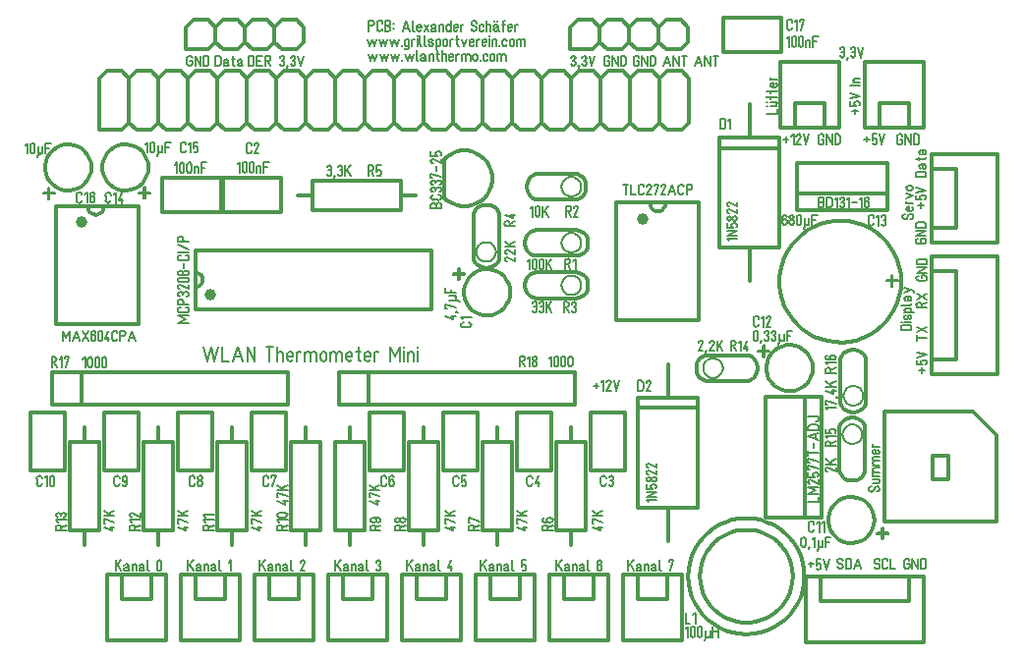
<source format=gto>
%FSLAX35Y35*%
%MOIN*%
%IN21=Bestueckungsdruckoben(X.GTO)*%
%ADD10C,0.00591*%
%ADD11C,0.00354*%
%ADD12C,0.00394*%
%ADD13C,0.00409*%
%ADD14C,0.00827*%
%ADD15C,0.01000*%
%ADD16C,0.01181*%
%ADD17C,0.01575*%
%ADD18C,0.01969*%
%ADD19C,0.03937*%
%ADD20C,0.05906*%
%ADD21C,0.07087*%
%ADD22C,0.07874*%
%ADD23C,0.21323*%
%AMR_24*21,1,0.01575,0.01575,0,0,0.000*%
%ADD24R_24*%
%AMR_25*21,1,0.01772,0.01772,0,0,0.000*%
%ADD25R_25*%
%AMR_26*21,1,0.02165,0.02165,0,0,0.000*%
%ADD26R_26*%
%AMR_27*21,1,0.02362,0.02362,0,0,0.000*%
%ADD27R_27*%
%AMR_28*21,1,0.02500,0.02500,0,0,0.000*%
%ADD28R_28*%
%AMR_29*21,1,0.03150,0.03150,0,0,0.000*%
%ADD29R_29*%
%AMR_30*21,1,0.03543,0.03543,0,0,0.000*%
%ADD30R_30*%
%AMR_31*21,1,0.03937,0.03937,0,0,0.000*%
%ADD31R_31*%
%AMR_32*21,1,0.05000,0.09843,0,0,0.000*%
%ADD32R_32*%
%AMR_33*21,1,0.05000,0.10000,0,0,270.000*%
%ADD33R_33*%
%AMR_34*21,1,0.05331,0.05331,0,0,0.000*%
%ADD34R_34*%
%AMR_35*21,1,0.06299,0.06299,0,0,0.000*%
%ADD35R_35*%
%AMR_36*21,1,0.06299,0.06299,0,0,180.000*%
%ADD36R_36*%
%AMR_37*21,1,0.06299,0.06299,0,0,270.000*%
%ADD37R_37*%
%AMR_38*21,1,0.19685,0.19685,0,0,0.000*%
%ADD38R_38*%
%AMOCT_39*4,1,8,0.021654,0.024606,0.010827,0.035433,-0.010827,0.035433,-0.021654,0.024606,-0.021654,-0.024606,-0.010827,-0.035433,0.010827,-0.035433,0.021654,-0.024606,0.021654,0.024606,270.000*%
%ADD39OCT_39*%
%AMOCT_40*4,1,8,0.023622,0.023622,0.011811,0.035433,-0.011811,0.035433,-0.023622,0.023622,-0.023622,-0.023622,-0.011811,-0.035433,0.011811,-0.035433,0.023622,-0.023622,0.023622,0.023622,0.000*%
%ADD40OCT_40*%
%AMOCT_41*4,1,8,0.023622,0.023622,0.011811,0.035433,-0.011811,0.035433,-0.023622,0.023622,-0.023622,-0.023622,-0.011811,-0.035433,0.011811,-0.035433,0.023622,-0.023622,0.023622,0.023622,180.000*%
%ADD41OCT_41*%
%AMOCT_42*4,1,8,0.023622,0.023622,0.011811,0.035433,-0.011811,0.035433,-0.023622,0.023622,-0.023622,-0.023622,-0.011811,-0.035433,0.011811,-0.035433,0.023622,-0.023622,0.023622,0.023622,270.000*%
%ADD42OCT_42*%
%AMOCT_43*4,1,8,0.031496,0.015748,0.015748,0.031496,-0.015748,0.031496,-0.031496,0.015748,-0.031496,-0.015748,-0.015748,-0.031496,0.015748,-0.031496,0.031496,-0.015748,0.031496,0.015748,0.000*%
%ADD43OCT_43*%
%AMOCT_44*4,1,8,0.031496,0.015748,0.015748,0.031496,-0.015748,0.031496,-0.031496,0.015748,-0.031496,-0.015748,-0.015748,-0.031496,0.015748,-0.031496,0.031496,-0.015748,0.031496,0.015748,180.000*%
%ADD44OCT_44*%
%AMOCT_45*4,1,8,0.031496,0.015748,0.015748,0.031496,-0.015748,0.031496,-0.031496,0.015748,-0.031496,-0.015748,-0.015748,-0.031496,0.015748,-0.031496,0.031496,-0.015748,0.031496,0.015748,270.000*%
%ADD45OCT_45*%
%AMOCT_46*4,1,8,0.035433,0.017717,0.017717,0.035433,-0.017717,0.035433,-0.035433,0.017717,-0.035433,-0.017717,-0.017717,-0.035433,0.017717,-0.035433,0.035433,-0.017717,0.035433,0.017717,0.000*%
%ADD46OCT_46*%
%AMOCT_47*4,1,8,0.035433,0.017717,0.017717,0.035433,-0.017717,0.035433,-0.035433,0.017717,-0.035433,-0.017717,-0.017717,-0.035433,0.017717,-0.035433,0.035433,-0.017717,0.035433,0.017717,90.000*%
%ADD47OCT_47*%
%AMOCT_48*4,1,8,0.035433,0.017717,0.017717,0.035433,-0.017717,0.035433,-0.035433,0.017717,-0.035433,-0.017717,-0.017717,-0.035433,0.017717,-0.035433,0.035433,-0.017717,0.035433,0.017717,180.000*%
%ADD48OCT_48*%
%AMOCT_49*4,1,8,0.035433,0.017717,0.017717,0.035433,-0.017717,0.035433,-0.035433,0.017717,-0.035433,-0.017717,-0.017717,-0.035433,0.017717,-0.035433,0.035433,-0.017717,0.035433,0.017717,270.000*%
%ADD49OCT_49*%
%AMOCT_50*4,1,8,0.037402,0.018701,0.018701,0.037402,-0.018701,0.037402,-0.037402,0.018701,-0.037402,-0.018701,-0.018701,-0.037402,0.018701,-0.037402,0.037402,-0.018701,0.037402,0.018701,180.000*%
%ADD50OCT_50*%
%AMOCT_51*4,1,8,0.039370,0.019685,0.019685,0.039370,-0.019685,0.039370,-0.039370,0.019685,-0.039370,-0.019685,-0.019685,-0.039370,0.019685,-0.039370,0.039370,-0.019685,0.039370,0.019685,0.000*%
%ADD51OCT_51*%
%AMOCT_52*4,1,8,0.043307,0.021654,0.021654,0.043307,-0.021654,0.043307,-0.043307,0.021654,-0.043307,-0.021654,-0.021654,-0.043307,0.021654,-0.043307,0.043307,-0.021654,0.043307,0.021654,180.000*%
%ADD52OCT_52*%
%AMOCT_53*4,1,8,0.043307,0.021654,0.021654,0.043307,-0.021654,0.043307,-0.043307,0.021654,-0.043307,-0.021654,-0.021654,-0.043307,0.021654,-0.043307,0.043307,-0.021654,0.043307,0.021654,270.000*%
%ADD53OCT_53*%
%AMOCT_54*4,1,8,0.049213,0.024606,0.024606,0.049213,-0.024606,0.049213,-0.049213,0.024606,-0.049213,-0.024606,-0.024606,-0.049213,0.024606,-0.049213,0.049213,-0.024606,0.049213,0.024606,90.000*%
%ADD54OCT_54*%
%AMO_55*20,1,0.05000,0.00000,-0.02421,0.00000,0.02421,0*1,1,0.05000,0.00000,-0.02421*1,1,0.05000,0.00000,0.02421*%
%ADD55O_55*%
%AMO_56*20,1,0.05000,-0.02500,0.00000,0.02500,0.00000,0*1,1,0.05000,-0.02500,0.00000*1,1,0.05000,0.02500,0.00000*%
%ADD56O_56*%
%AMRR_57*21,1,0.06299,0.05039,0,0,0.000*21,1,0.05039,0.06299,0,0,0.000*1,1,0.01260,0.02520,0.02520*1,1,0.01260,-0.02520,-0.02520*1,1,0.01260,0.02520,-0.02520*1,1,0.01260,-0.02520,0.02520*%
%ADD57RR_57*%
%AMRR_58*21,1,0.15748,0.05315,0,0,270.000*21,1,0.13976,0.07087,0,0,270.000*1,1,0.01772,0.02657,-0.06988*1,1,0.01772,-0.02657,0.06988*1,1,0.01772,-0.02657,-0.06988*1,1,0.01772,0.02657,0.06988*%
%ADD58RR_58*%
G54D10*
X205122Y158007D02*
X206894Y158007D01*
X205989Y158007D02*
X205989Y154464D01*
X207878Y158007D02*
X207878Y154464D01*
X209453Y154464D01*
X212189Y157141D02*
X212071Y157584D01*
X211746Y157908D01*
X211304Y158027D01*
X210861Y157908D01*
X210536Y157584D01*
X210418Y157141D01*
X210437Y157141D02*
X210437Y155330D01*
X210418Y155330D02*
X210536Y154887D01*
X210861Y154563D01*
X211304Y154444D01*
X211746Y154563D01*
X212071Y154887D01*
X212189Y155330D01*
X214611Y157299D02*
X214516Y157653D01*
X214256Y157912D01*
X213902Y158007D01*
X213548Y157912D01*
X213288Y157653D01*
X213193Y157299D01*
X214611Y157299D02*
X213193Y154464D01*
X214611Y154464D01*
X215595Y157496D02*
X215595Y158007D01*
X217012Y158007D01*
X215949Y154464D01*
X219414Y157299D02*
X219319Y157653D01*
X219059Y157912D01*
X218705Y158007D01*
X218351Y157912D01*
X218091Y157653D01*
X217996Y157299D01*
X219414Y157299D02*
X217996Y154464D01*
X219414Y154464D01*
X220398Y154464D02*
X221619Y158007D01*
X222878Y154464D01*
X220752Y155527D02*
X222524Y155527D01*
X225615Y157141D02*
X225496Y157584D01*
X225172Y157908D01*
X224729Y158027D01*
X224286Y157908D01*
X223962Y157584D01*
X223843Y157141D01*
X223863Y157141D02*
X223863Y155330D01*
X223843Y155330D02*
X223962Y154887D01*
X224286Y154563D01*
X224729Y154444D01*
X225172Y154563D01*
X225496Y154887D01*
X225615Y155330D01*
X226619Y154464D02*
X226619Y156236D01*
X227485Y156236D01*
X227485Y156255D02*
X227928Y156374D01*
X228252Y156698D01*
X228371Y157141D01*
X228252Y157584D01*
X227928Y157908D01*
X227485Y158027D01*
X227485Y158007D02*
X226619Y158007D01*
X226619Y156236D01*
X238808Y176745D02*
X239253Y176854D01*
X239585Y177171D01*
X239713Y177611D01*
X238808Y176745D02*
X237941Y176745D01*
X237941Y180288D01*
X238808Y180288D01*
X239713Y179422D02*
X239585Y179863D01*
X239253Y180180D01*
X238808Y180288D01*
X239713Y179422D02*
X239713Y177611D01*
X240697Y179580D02*
X241406Y180288D01*
X241406Y176745D01*
X241044Y138879D02*
X240336Y139588D01*
X243879Y139588D01*
X243879Y140572D02*
X240336Y140572D01*
X243879Y142344D01*
X240336Y142344D01*
X243564Y143446D02*
X243802Y143714D01*
X243879Y144063D01*
X243775Y144406D01*
X243517Y144655D01*
X243170Y144745D01*
X242462Y144745D01*
X242107Y144650D01*
X241848Y144391D01*
X241753Y144036D01*
X241848Y143682D01*
X242107Y143423D01*
X242462Y143328D01*
X240336Y143328D01*
X240336Y144745D01*
X242658Y147147D02*
X243170Y147147D01*
X242658Y147147D02*
X242304Y147052D01*
X242045Y146792D01*
X241950Y146438D01*
X242045Y146084D01*
X242304Y145824D01*
X242658Y145729D01*
X243170Y145729D02*
X242658Y145729D01*
X243170Y145729D02*
X243525Y145824D01*
X243784Y146084D01*
X243879Y146438D01*
X243784Y146792D01*
X243525Y147052D01*
X243170Y147147D01*
X241044Y147147D02*
X241202Y147147D01*
X241044Y147147D02*
X240690Y147052D01*
X240431Y146792D01*
X240336Y146438D01*
X240431Y146084D01*
X240690Y145824D01*
X241044Y145729D01*
X241202Y145729D02*
X241044Y145729D01*
X241202Y145729D02*
X241556Y145824D01*
X241815Y146084D01*
X241910Y146438D01*
X241815Y146792D01*
X241556Y147052D01*
X241202Y147147D01*
X241044Y149548D02*
X240690Y149453D01*
X240431Y149194D01*
X240336Y148840D01*
X240431Y148485D01*
X240690Y148226D01*
X241044Y148131D01*
X241044Y149548D02*
X243879Y148131D01*
X243879Y149548D01*
X241044Y151950D02*
X240690Y151855D01*
X240431Y151595D01*
X240336Y151241D01*
X240431Y150887D01*
X240690Y150627D01*
X241044Y150532D01*
X241044Y151950D02*
X243879Y150532D01*
X243879Y151950D01*
X190846Y138125D02*
X190710Y139067D01*
X190315Y139934D01*
X189691Y140654D01*
X188890Y141169D01*
X187976Y141437D01*
X187023Y141437D01*
X186109Y141169D01*
X185308Y140654D01*
X184684Y139934D01*
X184289Y139067D01*
X184153Y138125D01*
X184289Y137182D01*
X184684Y136315D01*
X185308Y135595D01*
X186109Y135080D01*
X187023Y134812D01*
X187976Y134812D01*
X188890Y135080D01*
X189691Y135595D01*
X190315Y136315D01*
X190710Y137182D01*
X190846Y138124D01*
X185467Y129187D02*
X185467Y132731D01*
X186333Y132731D01*
X186333Y130979D02*
X186776Y131098D01*
X187100Y131422D01*
X187219Y131865D01*
X187100Y132308D01*
X186776Y132632D01*
X186333Y132750D01*
X186333Y130959D02*
X185467Y130959D01*
X186333Y130959D02*
X187239Y129187D01*
X188223Y132022D02*
X188932Y132731D01*
X188932Y129187D01*
X172623Y132022D02*
X173331Y132731D01*
X173331Y129187D01*
X175733Y132022D02*
X175733Y129896D01*
X175733Y132022D02*
X175638Y132376D01*
X175378Y132636D01*
X175024Y132731D01*
X174670Y132636D01*
X174410Y132376D01*
X174315Y132022D01*
X174315Y129896D02*
X174315Y132022D01*
X174315Y129896D02*
X174410Y129542D01*
X174670Y129282D01*
X175024Y129187D01*
X175378Y129282D01*
X175638Y129542D01*
X175733Y129896D01*
X178134Y132022D02*
X178134Y129896D01*
X178134Y132022D02*
X178039Y132376D01*
X177780Y132636D01*
X177426Y132731D01*
X177071Y132636D01*
X176812Y132376D01*
X176717Y132022D01*
X176717Y129896D02*
X176717Y132022D01*
X176717Y129896D02*
X176812Y129542D01*
X177071Y129282D01*
X177426Y129187D01*
X177780Y129282D01*
X178039Y129542D01*
X178134Y129896D01*
X179119Y129187D02*
X179119Y132731D01*
X179119Y130408D02*
X180890Y132731D01*
X179827Y131313D02*
X180890Y129187D01*
X190846Y157187D02*
X190710Y158130D01*
X190315Y158996D01*
X189691Y159716D01*
X188890Y160231D01*
X187976Y160499D01*
X187023Y160499D01*
X186109Y160231D01*
X185308Y159716D01*
X184684Y158996D01*
X184289Y158130D01*
X184153Y157187D01*
X184289Y156244D01*
X184684Y155378D01*
X185308Y154658D01*
X186109Y154143D01*
X187023Y153875D01*
X187976Y153875D01*
X188890Y154143D01*
X189691Y154658D01*
X190315Y155378D01*
X190710Y156244D01*
X190846Y157187D01*
X185625Y147062D02*
X185625Y150605D01*
X186491Y150605D01*
X186491Y148853D02*
X186934Y148972D01*
X187258Y149296D01*
X187376Y149739D01*
X187258Y150182D01*
X186934Y150506D01*
X186491Y150625D01*
X186491Y148833D02*
X185625Y148833D01*
X186491Y148833D02*
X187396Y147062D01*
X189798Y149896D02*
X189703Y150250D01*
X189443Y150510D01*
X189089Y150605D01*
X188735Y150510D01*
X188475Y150250D01*
X188380Y149896D01*
X189798Y149896D02*
X188380Y147062D01*
X189798Y147062D01*
X173750Y149896D02*
X174458Y150605D01*
X174458Y147062D01*
X176860Y149896D02*
X176860Y147770D01*
X176860Y149896D02*
X176765Y150250D01*
X176505Y150510D01*
X176151Y150605D01*
X175797Y150510D01*
X175537Y150250D01*
X175442Y149896D01*
X175442Y147770D02*
X175442Y149896D01*
X175442Y147770D02*
X175537Y147416D01*
X175797Y147156D01*
X176151Y147062D01*
X176505Y147156D01*
X176765Y147416D01*
X176860Y147770D01*
X177844Y147062D02*
X177844Y150605D01*
X177844Y148282D02*
X179616Y150605D01*
X178553Y149187D02*
X179616Y147062D01*
X190846Y123750D02*
X190710Y124692D01*
X190315Y125559D01*
X189691Y126279D01*
X188890Y126794D01*
X187976Y127062D01*
X187023Y127062D01*
X186109Y126794D01*
X185308Y126279D01*
X184684Y125559D01*
X184289Y124692D01*
X184153Y123750D01*
X184289Y122807D01*
X184684Y121940D01*
X185308Y121220D01*
X186109Y120705D01*
X187023Y120437D01*
X187976Y120437D01*
X188890Y120705D01*
X189691Y121220D01*
X190315Y121940D01*
X190710Y122807D01*
X190846Y123749D01*
X185000Y114562D02*
X185000Y118105D01*
X185866Y118105D01*
X185866Y116353D02*
X186309Y116472D01*
X186633Y116796D01*
X186751Y117239D01*
X186633Y117682D01*
X186309Y118006D01*
X185866Y118125D01*
X185866Y116333D02*
X185000Y116333D01*
X185866Y116333D02*
X186771Y114562D01*
X187755Y115270D02*
X187850Y114916D01*
X188110Y114656D01*
X188464Y114562D01*
X188818Y114656D01*
X189078Y114916D01*
X189173Y115270D01*
X189173Y115782D02*
X189173Y115270D01*
X189173Y115782D02*
X189078Y116136D01*
X188818Y116396D01*
X188464Y116491D01*
X188267Y116491D02*
X188464Y116491D01*
X188267Y116491D01*
X188464Y116491D02*
X188826Y116598D01*
X189085Y116872D01*
X189173Y117239D01*
X189173Y117396D02*
X189173Y117239D01*
X189173Y117396D02*
X189078Y117750D01*
X188818Y118010D01*
X188464Y118105D01*
X188110Y118010D01*
X187850Y117750D01*
X187755Y117396D01*
X174315Y115334D02*
X174410Y114980D01*
X174670Y114720D01*
X175024Y114625D01*
X175378Y114720D01*
X175638Y114980D01*
X175733Y115334D01*
X175733Y115846D02*
X175733Y115334D01*
X175733Y115846D02*
X175638Y116200D01*
X175378Y116460D01*
X175024Y116555D01*
X174827Y116555D02*
X175024Y116555D01*
X174827Y116555D01*
X175024Y116555D02*
X175386Y116662D01*
X175645Y116936D01*
X175733Y117303D01*
X175733Y117460D02*
X175733Y117303D01*
X175733Y117460D02*
X175638Y117814D01*
X175378Y118074D01*
X175024Y118169D01*
X174670Y118074D01*
X174410Y117814D01*
X174315Y117460D01*
X176717Y115334D02*
X176812Y114980D01*
X177071Y114720D01*
X177426Y114625D01*
X177780Y114720D01*
X178039Y114980D01*
X178134Y115334D01*
X178134Y115846D02*
X178134Y115334D01*
X178134Y115846D02*
X178039Y116200D01*
X177780Y116460D01*
X177426Y116555D01*
X177229Y116555D02*
X177426Y116555D01*
X177229Y116555D01*
X177426Y116555D02*
X177787Y116662D01*
X178047Y116936D01*
X178134Y117303D01*
X178134Y117460D02*
X178134Y117303D01*
X178134Y117460D02*
X178039Y117814D01*
X177780Y118074D01*
X177426Y118169D01*
X177071Y118074D01*
X176812Y117814D01*
X176717Y117460D01*
X179119Y114625D02*
X179119Y118169D01*
X179119Y115846D02*
X180890Y118169D01*
X179827Y116751D02*
X180890Y114625D01*
X253831Y181966D02*
X257374Y181966D01*
X257374Y183540D01*
X254067Y184682D02*
X253713Y184682D01*
X253713Y185745D02*
X254067Y185745D01*
X254972Y184525D02*
X256587Y184525D01*
X256941Y184620D01*
X257200Y184879D01*
X257295Y185233D01*
X257200Y185588D01*
X256941Y185847D01*
X256587Y185942D01*
X254972Y185942D02*
X257295Y185942D01*
X253831Y187989D02*
X253892Y187721D01*
X254079Y187519D01*
X254343Y187438D01*
X255051Y187438D01*
X257374Y187438D01*
X255051Y186926D02*
X255051Y187989D01*
X255051Y188973D02*
X255051Y190036D01*
X253831Y189485D02*
X256862Y189485D01*
X257125Y189566D01*
X257313Y189768D01*
X257374Y190036D01*
X256154Y191021D02*
X256154Y192438D01*
X255799Y192438D01*
X255445Y192343D01*
X255185Y192084D01*
X255091Y191729D01*
X255185Y191375D01*
X255445Y191116D01*
X255799Y191021D01*
X256665Y191021D01*
X257042Y191129D01*
X257304Y191421D01*
X257370Y191808D01*
X257221Y192171D01*
X256902Y192399D01*
X257374Y193422D02*
X255051Y193422D01*
X255209Y194328D02*
X255067Y194052D01*
X255103Y193743D01*
X255304Y193507D01*
X255602Y193422D01*
X161989Y135091D02*
X161853Y136034D01*
X161457Y136901D01*
X160834Y137621D01*
X160032Y138136D01*
X159119Y138404D01*
X158166Y138404D01*
X157252Y138136D01*
X156451Y137621D01*
X155827Y136901D01*
X155431Y136034D01*
X155296Y135091D01*
X155431Y134149D01*
X155827Y133282D01*
X156451Y132562D01*
X157252Y132047D01*
X158166Y131779D01*
X159119Y131779D01*
X160032Y132047D01*
X160834Y132562D01*
X161457Y133282D01*
X161853Y134149D01*
X161989Y135091D01*
X168455Y143841D02*
X164912Y143841D01*
X164912Y144708D01*
X166664Y144708D02*
X166545Y145151D01*
X166221Y145475D01*
X165778Y145593D01*
X165335Y145475D01*
X165011Y145151D01*
X164892Y144708D01*
X166684Y144708D02*
X166684Y143841D01*
X166684Y144708D02*
X168455Y145613D01*
X164912Y147660D02*
X167589Y146597D01*
X167589Y148015D01*
X166880Y147660D02*
X168455Y147660D01*
X165621Y133384D02*
X165266Y133289D01*
X165007Y133029D01*
X164912Y132675D01*
X165007Y132321D01*
X165266Y132061D01*
X165621Y131966D01*
X165621Y133384D02*
X168455Y131966D01*
X168455Y133384D01*
X165621Y135785D02*
X165266Y135690D01*
X165007Y135431D01*
X164912Y135077D01*
X165007Y134722D01*
X165266Y134463D01*
X165621Y134368D01*
X165621Y135785D02*
X168455Y134368D01*
X168455Y135785D01*
X168455Y136770D02*
X164912Y136770D01*
X167235Y136770D02*
X164912Y138541D01*
X166329Y137478D02*
X168455Y138541D01*
X149157Y129413D02*
X149157Y125870D01*
X149220Y125717D01*
X149373Y125653D01*
X149526Y125717D01*
X149590Y125870D01*
X149590Y129413D01*
X149526Y129566D01*
X149373Y129630D01*
X149220Y129566D01*
X149157Y129413D01*
X149157Y126204D02*
X149590Y126204D01*
X149157Y126756D02*
X149590Y126756D01*
X149157Y127307D02*
X149590Y127307D01*
X149157Y127858D02*
X149590Y127858D01*
X149157Y128409D02*
X149590Y128409D01*
X149157Y128960D02*
X149590Y128960D01*
X149197Y129512D02*
X149549Y129512D01*
X151184Y127819D02*
X147562Y127819D01*
X147409Y127755D01*
X147346Y127602D01*
X147409Y127449D01*
X147562Y127386D01*
X151184Y127386D01*
X151337Y127449D01*
X151401Y127602D01*
X151337Y127755D01*
X151184Y127819D01*
X150968Y111178D02*
X150525Y111060D01*
X150201Y110735D01*
X150082Y110292D01*
X150201Y109849D01*
X150525Y109525D01*
X150968Y109407D01*
X150968Y109426D02*
X152779Y109426D01*
X152779Y109407D02*
X153222Y109525D01*
X153546Y109849D01*
X153665Y110292D01*
X153546Y110735D01*
X153222Y111060D01*
X152779Y111178D01*
X150811Y112182D02*
X150102Y112891D01*
X153645Y112891D01*
X144857Y113228D02*
X147534Y112165D01*
X147534Y113583D01*
X146826Y113228D02*
X148400Y113228D01*
X148400Y114567D02*
X148400Y114921D01*
X149109Y114606D01*
X145369Y115906D02*
X144857Y115906D01*
X144857Y117323D01*
X148400Y116260D01*
X146078Y118661D02*
X147692Y118661D01*
X147692Y118642D02*
X148056Y118739D01*
X148322Y119006D01*
X148420Y119370D01*
X148322Y119734D01*
X148056Y120001D01*
X147692Y120098D01*
X146078Y120118D02*
X148400Y120118D01*
X149581Y118307D02*
X148655Y118583D01*
X147692Y118661D01*
X144857Y122874D02*
X144857Y121102D01*
X146629Y121102D01*
X146629Y122323D01*
X146629Y121102D02*
X148400Y121102D01*
X141653Y150866D02*
X141653Y150000D01*
X141633Y150866D02*
X141515Y151309D01*
X141190Y151633D01*
X140748Y151751D01*
X140305Y151633D01*
X139980Y151309D01*
X139862Y150866D01*
X139881Y150000D02*
X139881Y150866D01*
X143425Y150000D02*
X139881Y150000D01*
X143425Y150866D02*
X143425Y150000D01*
X143444Y150866D02*
X143326Y151309D01*
X143001Y151633D01*
X142559Y151751D01*
X142116Y151633D01*
X141791Y151309D01*
X141673Y150866D01*
X140748Y154507D02*
X140305Y154389D01*
X139980Y154064D01*
X139862Y153622D01*
X139980Y153179D01*
X140305Y152854D01*
X140748Y152736D01*
X140748Y152755D02*
X142559Y152755D01*
X142559Y152736D02*
X143001Y152854D01*
X143326Y153179D01*
X143444Y153622D01*
X143326Y154064D01*
X143001Y154389D01*
X142559Y154507D01*
X142716Y155511D02*
X143070Y155606D01*
X143330Y155866D01*
X143425Y156220D01*
X143330Y156574D01*
X143070Y156834D01*
X142716Y156929D01*
X142204Y156929D02*
X142716Y156929D01*
X142204Y156929D02*
X141850Y156834D01*
X141591Y156574D01*
X141496Y156220D01*
X141496Y156023D02*
X141496Y156220D01*
X141496Y156023D01*
X141496Y156220D02*
X141388Y156582D01*
X141114Y156841D01*
X140748Y156929D01*
X140590Y156929D02*
X140748Y156929D01*
X140590Y156929D02*
X140236Y156834D01*
X139976Y156574D01*
X139881Y156220D01*
X139976Y155866D01*
X140236Y155606D01*
X140590Y155511D01*
X142716Y157913D02*
X143070Y158008D01*
X143330Y158267D01*
X143425Y158622D01*
X143330Y158976D01*
X143070Y159235D01*
X142716Y159330D01*
X142204Y159330D02*
X142716Y159330D01*
X142204Y159330D02*
X141850Y159235D01*
X141591Y158976D01*
X141496Y158622D01*
X141496Y158425D02*
X141496Y158622D01*
X141496Y158425D01*
X141496Y158622D02*
X141388Y158983D01*
X141114Y159243D01*
X140748Y159330D01*
X140590Y159330D02*
X140748Y159330D01*
X140590Y159330D02*
X140236Y159235D01*
X139976Y158976D01*
X139881Y158622D01*
X139976Y158267D01*
X140236Y158008D01*
X140590Y157913D01*
X140393Y160314D02*
X139881Y160314D01*
X139881Y161732D01*
X143425Y160669D01*
X141653Y162716D02*
X141653Y164291D01*
X140590Y166692D02*
X140236Y166597D01*
X139976Y166338D01*
X139881Y165984D01*
X139976Y165629D01*
X140236Y165370D01*
X140590Y165275D01*
X140590Y166692D02*
X143425Y165275D01*
X143425Y166692D01*
X143110Y167795D02*
X143348Y168062D01*
X143425Y168412D01*
X143321Y168755D01*
X143063Y169004D01*
X142716Y169094D01*
X142007Y169094D01*
X141653Y168999D01*
X141394Y168740D01*
X141299Y168385D01*
X141394Y168031D01*
X141653Y167772D01*
X142007Y167677D01*
X139881Y167677D01*
X139881Y169094D01*
X118750Y160937D02*
X118750Y164480D01*
X119616Y164480D01*
X119616Y162728D02*
X120059Y162847D01*
X120383Y163171D01*
X120501Y163614D01*
X120383Y164057D01*
X120059Y164381D01*
X119616Y164500D01*
X119616Y162709D02*
X118750Y162709D01*
X119616Y162709D02*
X120521Y160937D01*
X121624Y161252D02*
X121891Y161014D01*
X122241Y160937D01*
X122584Y161041D01*
X122832Y161299D01*
X122923Y161646D01*
X122923Y162354D01*
X122828Y162709D01*
X122568Y162968D01*
X122214Y163063D01*
X121860Y162968D01*
X121600Y162709D01*
X121505Y162354D01*
X121505Y164480D01*
X122923Y164480D01*
X104687Y161646D02*
X104782Y161291D01*
X105041Y161032D01*
X105396Y160937D01*
X105750Y161032D01*
X106009Y161291D01*
X106104Y161646D01*
X106104Y162157D02*
X106104Y161646D01*
X106104Y162157D02*
X106009Y162512D01*
X105750Y162771D01*
X105396Y162866D01*
X105199Y162866D02*
X105396Y162866D01*
X105199Y162866D01*
X105396Y162866D02*
X105757Y162973D01*
X106017Y163247D01*
X106104Y163614D01*
X106104Y163772D02*
X106104Y163614D01*
X106104Y163772D02*
X106009Y164126D01*
X105750Y164385D01*
X105396Y164480D01*
X105041Y164385D01*
X104782Y164126D01*
X104687Y163772D01*
X107089Y160937D02*
X107443Y160937D01*
X107128Y160228D01*
X108427Y161646D02*
X108522Y161291D01*
X108781Y161032D01*
X109136Y160937D01*
X109490Y161032D01*
X109750Y161291D01*
X109844Y161646D01*
X109844Y162157D02*
X109844Y161646D01*
X109844Y162157D02*
X109750Y162512D01*
X109490Y162771D01*
X109136Y162866D01*
X108939Y162866D02*
X109136Y162866D01*
X108939Y162866D01*
X109136Y162866D02*
X109497Y162973D01*
X109757Y163247D01*
X109844Y163614D01*
X109844Y163772D02*
X109844Y163614D01*
X109844Y163772D02*
X109750Y164126D01*
X109490Y164385D01*
X109136Y164480D01*
X108781Y164385D01*
X108522Y164126D01*
X108427Y163772D01*
X110829Y160937D02*
X110829Y164480D01*
X110829Y162157D02*
X112600Y164480D01*
X111537Y163063D02*
X112600Y160937D01*
X272288Y151897D02*
X271422Y151897D01*
X272288Y151916D02*
X272731Y152035D01*
X273055Y152359D01*
X273174Y152802D01*
X273055Y153245D01*
X272731Y153569D01*
X272288Y153688D01*
X271422Y153668D02*
X272288Y153668D01*
X271422Y150125D02*
X271422Y153668D01*
X272288Y150125D02*
X271422Y150125D01*
X272288Y150105D02*
X272731Y150224D01*
X273055Y150548D01*
X273174Y150991D01*
X273055Y151434D01*
X272731Y151758D01*
X272288Y151877D01*
X275044Y150125D02*
X275489Y150234D01*
X275821Y150551D01*
X275949Y150991D01*
X275044Y150125D02*
X274178Y150125D01*
X274178Y153668D01*
X275044Y153668D01*
X275949Y152802D02*
X275821Y153242D01*
X275489Y153560D01*
X275044Y153668D01*
X275949Y152802D02*
X275949Y150991D01*
X276934Y152960D02*
X277642Y153668D01*
X277642Y150125D01*
X278626Y150834D02*
X278721Y150479D01*
X278981Y150220D01*
X279335Y150125D01*
X279689Y150220D01*
X279949Y150479D01*
X280044Y150834D01*
X280044Y151345D02*
X280044Y150834D01*
X280044Y151345D02*
X279949Y151700D01*
X279689Y151959D01*
X279335Y152054D01*
X279138Y152054D02*
X279335Y152054D01*
X279138Y152054D01*
X279335Y152054D02*
X279697Y152161D01*
X279956Y152435D01*
X280044Y152802D01*
X280044Y152960D02*
X280044Y152802D01*
X280044Y152960D02*
X279949Y153314D01*
X279689Y153573D01*
X279335Y153668D01*
X278981Y153573D01*
X278721Y153314D01*
X278626Y152960D01*
X281028Y152960D02*
X281737Y153668D01*
X281737Y150125D01*
X282721Y151897D02*
X284296Y151897D01*
X285280Y152960D02*
X285989Y153668D01*
X285989Y150125D01*
X288390Y152960D02*
X288295Y153314D01*
X288036Y153573D01*
X287682Y153668D01*
X287327Y153573D01*
X287068Y153314D01*
X286973Y152960D01*
X286973Y150834D01*
X287068Y150479D01*
X287327Y150220D01*
X287682Y150125D01*
X288036Y150220D01*
X288295Y150479D01*
X288390Y150834D01*
X288390Y151542D01*
X288295Y151897D01*
X288036Y152156D01*
X287682Y152251D01*
X287327Y152156D01*
X287068Y151897D01*
X286973Y151542D01*
X57687Y111053D02*
X54143Y111053D01*
X56624Y112273D01*
X54143Y113533D01*
X57687Y113533D01*
X55009Y116269D02*
X54566Y116151D01*
X54242Y115826D01*
X54124Y115383D01*
X54242Y114940D01*
X54566Y114616D01*
X55009Y114498D01*
X55009Y114517D02*
X56820Y114517D01*
X56820Y114498D02*
X57263Y114616D01*
X57588Y114940D01*
X57706Y115383D01*
X57588Y115826D01*
X57263Y116151D01*
X56820Y116269D01*
X57687Y117273D02*
X55915Y117273D01*
X55915Y118139D01*
X55895Y118139D02*
X55776Y118582D01*
X55452Y118906D01*
X55009Y119025D01*
X54566Y118906D01*
X54242Y118582D01*
X54124Y118139D01*
X54143Y118139D02*
X54143Y117273D01*
X55915Y117273D01*
X56978Y120029D02*
X57332Y120124D01*
X57592Y120383D01*
X57687Y120738D01*
X57592Y121092D01*
X57332Y121351D01*
X56978Y121446D01*
X56466Y121446D02*
X56978Y121446D01*
X56466Y121446D02*
X56112Y121351D01*
X55852Y121092D01*
X55757Y120738D01*
X55757Y120541D02*
X55757Y120738D01*
X55757Y120541D01*
X55757Y120738D02*
X55650Y121099D01*
X55376Y121359D01*
X55009Y121446D01*
X54852Y121446D02*
X55009Y121446D01*
X54852Y121446D02*
X54498Y121351D01*
X54238Y121092D01*
X54143Y120738D01*
X54238Y120383D01*
X54498Y120124D01*
X54852Y120029D01*
X54852Y123848D02*
X54498Y123753D01*
X54238Y123494D01*
X54143Y123139D01*
X54238Y122785D01*
X54498Y122526D01*
X54852Y122431D01*
X54852Y123848D02*
X57687Y122431D01*
X57687Y123848D01*
X54852Y126250D02*
X56978Y126250D01*
X54852Y126250D02*
X54498Y126155D01*
X54238Y125895D01*
X54143Y125541D01*
X54238Y125187D01*
X54498Y124927D01*
X54852Y124832D01*
X56978Y124832D02*
X54852Y124832D01*
X56978Y124832D02*
X57332Y124927D01*
X57592Y125187D01*
X57687Y125541D01*
X57592Y125895D01*
X57332Y126155D01*
X56978Y126250D01*
X56466Y128651D02*
X56978Y128651D01*
X56466Y128651D02*
X56112Y128556D01*
X55852Y128297D01*
X55757Y127942D01*
X55852Y127588D01*
X56112Y127329D01*
X56466Y127234D01*
X56978Y127234D02*
X56466Y127234D01*
X56978Y127234D02*
X57332Y127329D01*
X57592Y127588D01*
X57687Y127942D01*
X57592Y128297D01*
X57332Y128556D01*
X56978Y128651D01*
X54852Y128651D02*
X55009Y128651D01*
X54852Y128651D02*
X54498Y128556D01*
X54238Y128297D01*
X54143Y127942D01*
X54238Y127588D01*
X54498Y127329D01*
X54852Y127234D01*
X55009Y127234D02*
X54852Y127234D01*
X55009Y127234D02*
X55364Y127329D01*
X55623Y127588D01*
X55718Y127942D01*
X55623Y128297D01*
X55364Y128556D01*
X55009Y128651D01*
X55915Y129635D02*
X55915Y131210D01*
X55009Y133946D02*
X54566Y133828D01*
X54242Y133503D01*
X54124Y133061D01*
X54242Y132618D01*
X54566Y132293D01*
X55009Y132175D01*
X55009Y132194D02*
X56820Y132194D01*
X56820Y132175D02*
X57263Y132293D01*
X57588Y132618D01*
X57706Y133061D01*
X57588Y133503D01*
X57263Y133828D01*
X56820Y133946D01*
X57687Y134950D02*
X54143Y134950D01*
X54143Y137509D02*
X57687Y135935D01*
X57687Y138494D02*
X55915Y138494D01*
X55915Y139360D01*
X55895Y139360D02*
X55776Y139803D01*
X55452Y140127D01*
X55009Y140246D01*
X54566Y140127D01*
X54242Y139803D01*
X54124Y139360D01*
X54143Y139360D02*
X54143Y138494D01*
X55915Y138494D01*
X74283Y164835D02*
X74992Y165543D01*
X74992Y162000D01*
X77394Y164835D02*
X77394Y162709D01*
X77394Y164835D02*
X77299Y165189D01*
X77039Y165448D01*
X76685Y165543D01*
X76331Y165448D01*
X76071Y165189D01*
X75976Y164835D01*
X75976Y162709D02*
X75976Y164835D01*
X75976Y162709D02*
X76071Y162354D01*
X76331Y162095D01*
X76685Y162000D01*
X77039Y162095D01*
X77299Y162354D01*
X77394Y162709D01*
X79795Y164835D02*
X79795Y162709D01*
X79795Y164835D02*
X79700Y165189D01*
X79441Y165448D01*
X79087Y165543D01*
X78732Y165448D01*
X78473Y165189D01*
X78378Y164835D01*
X78378Y162709D02*
X78378Y164835D01*
X78378Y162709D02*
X78473Y162354D01*
X78732Y162095D01*
X79087Y162000D01*
X79441Y162095D01*
X79700Y162354D01*
X79795Y162709D01*
X80780Y162000D02*
X80780Y164323D01*
X82197Y163575D02*
X82102Y163929D01*
X81843Y164189D01*
X81488Y164283D01*
X81134Y164189D01*
X80874Y163929D01*
X80780Y163575D01*
X82197Y163575D02*
X82197Y162000D01*
X84953Y165543D02*
X83181Y165543D01*
X83181Y163772D01*
X84402Y163772D01*
X83181Y163772D02*
X83181Y162000D01*
X79094Y171240D02*
X78975Y171683D01*
X78651Y172007D01*
X78208Y172125D01*
X77765Y172007D01*
X77441Y171683D01*
X77322Y171240D01*
X77342Y171240D02*
X77342Y169429D01*
X77322Y169429D02*
X77441Y168986D01*
X77765Y168661D01*
X78208Y168543D01*
X78651Y168661D01*
X78975Y168986D01*
X79094Y169429D01*
X81515Y171397D02*
X81420Y171751D01*
X81161Y172011D01*
X80807Y172106D01*
X80452Y172011D01*
X80193Y171751D01*
X80098Y171397D01*
X81515Y171397D02*
X80098Y168562D01*
X81515Y168562D01*
X33125Y26875D02*
X33125Y30418D01*
X33125Y28095D02*
X34896Y30418D01*
X33833Y29000D02*
X34896Y26875D01*
X37298Y28449D02*
X37203Y28804D01*
X36943Y29063D01*
X36589Y29158D01*
X36235Y29063D01*
X35975Y28804D01*
X35880Y28449D01*
X36747Y27937D02*
X37015Y27999D01*
X37217Y28186D01*
X37298Y28449D01*
X36747Y27937D02*
X36392Y27937D01*
X36392Y27918D02*
X36080Y27816D01*
X35887Y27551D01*
X35887Y27222D01*
X36080Y26956D01*
X36392Y26855D01*
X36392Y26875D02*
X36747Y26875D01*
X37015Y26936D01*
X37217Y27123D01*
X37298Y27386D01*
X37298Y28449D02*
X37298Y27229D01*
X37652Y26875D01*
X38636Y26875D02*
X38636Y29197D01*
X40054Y28449D02*
X39959Y28804D01*
X39699Y29063D01*
X39345Y29158D01*
X38991Y29063D01*
X38731Y28804D01*
X38636Y28449D01*
X40054Y28449D02*
X40054Y26875D01*
X42455Y28449D02*
X42360Y28804D01*
X42101Y29063D01*
X41747Y29158D01*
X41392Y29063D01*
X41133Y28804D01*
X41038Y28449D01*
X41904Y27937D02*
X42172Y27999D01*
X42374Y28186D01*
X42455Y28449D01*
X41904Y27937D02*
X41550Y27937D01*
X41550Y27918D02*
X41237Y27816D01*
X41044Y27551D01*
X41044Y27222D01*
X41237Y26956D01*
X41550Y26855D01*
X41550Y26875D02*
X41904Y26875D01*
X42172Y26936D01*
X42374Y27123D01*
X42455Y27386D01*
X42455Y28449D02*
X42455Y27229D01*
X42810Y26875D01*
X43794Y30418D02*
X43794Y27386D01*
X43862Y27130D01*
X44050Y26943D01*
X44306Y26875D01*
X48479Y29709D02*
X48479Y27583D01*
X48479Y29709D02*
X48384Y30063D01*
X48125Y30323D01*
X47770Y30418D01*
X47416Y30323D01*
X47156Y30063D01*
X47062Y29709D01*
X47062Y27583D02*
X47062Y29709D01*
X47062Y27583D02*
X47156Y27229D01*
X47416Y26969D01*
X47770Y26875D01*
X48125Y26969D01*
X48384Y27229D01*
X48479Y27583D01*
X57500Y26875D02*
X57500Y30418D01*
X57500Y28095D02*
X59271Y30418D01*
X58208Y29000D02*
X59271Y26875D01*
X61673Y28449D02*
X61578Y28804D01*
X61318Y29063D01*
X60964Y29158D01*
X60610Y29063D01*
X60350Y28804D01*
X60255Y28449D01*
X61122Y27937D02*
X61390Y27999D01*
X61592Y28186D01*
X61673Y28449D01*
X61122Y27937D02*
X60767Y27937D01*
X60767Y27918D02*
X60455Y27816D01*
X60262Y27551D01*
X60262Y27222D01*
X60455Y26956D01*
X60767Y26855D01*
X60767Y26875D02*
X61122Y26875D01*
X61390Y26936D01*
X61592Y27123D01*
X61673Y27386D01*
X61673Y28449D02*
X61673Y27229D01*
X62027Y26875D01*
X63011Y26875D02*
X63011Y29197D01*
X64429Y28449D02*
X64334Y28804D01*
X64074Y29063D01*
X63720Y29158D01*
X63366Y29063D01*
X63106Y28804D01*
X63011Y28449D01*
X64429Y28449D02*
X64429Y26875D01*
X66830Y28449D02*
X66735Y28804D01*
X66476Y29063D01*
X66122Y29158D01*
X65767Y29063D01*
X65508Y28804D01*
X65413Y28449D01*
X66279Y27937D02*
X66547Y27999D01*
X66749Y28186D01*
X66830Y28449D01*
X66279Y27937D02*
X65925Y27937D01*
X65925Y27918D02*
X65612Y27816D01*
X65419Y27551D01*
X65419Y27222D01*
X65612Y26956D01*
X65925Y26855D01*
X65925Y26875D02*
X66279Y26875D01*
X66547Y26936D01*
X66749Y27123D01*
X66830Y27386D01*
X66830Y28449D02*
X66830Y27229D01*
X67185Y26875D01*
X68169Y30418D02*
X68169Y27386D01*
X68237Y27130D01*
X68425Y26943D01*
X68681Y26875D01*
X71437Y29709D02*
X72145Y30418D01*
X72145Y26875D01*
X81875Y26875D02*
X81875Y30418D01*
X81875Y28095D02*
X83646Y30418D01*
X82583Y29000D02*
X83646Y26875D01*
X86048Y28449D02*
X85953Y28804D01*
X85693Y29063D01*
X85339Y29158D01*
X84985Y29063D01*
X84725Y28804D01*
X84630Y28449D01*
X85497Y27937D02*
X85765Y27999D01*
X85967Y28186D01*
X86048Y28449D01*
X85497Y27937D02*
X85142Y27937D01*
X85142Y27918D02*
X84830Y27816D01*
X84637Y27551D01*
X84637Y27222D01*
X84830Y26956D01*
X85142Y26855D01*
X85142Y26875D02*
X85497Y26875D01*
X85765Y26936D01*
X85967Y27123D01*
X86048Y27386D01*
X86048Y28449D02*
X86048Y27229D01*
X86402Y26875D01*
X87386Y26875D02*
X87386Y29197D01*
X88804Y28449D02*
X88709Y28804D01*
X88449Y29063D01*
X88095Y29158D01*
X87741Y29063D01*
X87481Y28804D01*
X87386Y28449D01*
X88804Y28449D02*
X88804Y26875D01*
X91205Y28449D02*
X91110Y28804D01*
X90851Y29063D01*
X90497Y29158D01*
X90142Y29063D01*
X89883Y28804D01*
X89788Y28449D01*
X90654Y27937D02*
X90922Y27999D01*
X91124Y28186D01*
X91205Y28449D01*
X90654Y27937D02*
X90300Y27937D01*
X90300Y27918D02*
X89987Y27816D01*
X89794Y27551D01*
X89794Y27222D01*
X89987Y26956D01*
X90300Y26855D01*
X90300Y26875D02*
X90654Y26875D01*
X90922Y26936D01*
X91124Y27123D01*
X91205Y27386D01*
X91205Y28449D02*
X91205Y27229D01*
X91560Y26875D01*
X92544Y30418D02*
X92544Y27386D01*
X92612Y27130D01*
X92800Y26943D01*
X93056Y26875D01*
X97229Y29709D02*
X97134Y30063D01*
X96875Y30323D01*
X96520Y30418D01*
X96166Y30323D01*
X95906Y30063D01*
X95812Y29709D01*
X97229Y29709D02*
X95812Y26875D01*
X97229Y26875D01*
X107500Y26875D02*
X107500Y30418D01*
X107500Y28095D02*
X109271Y30418D01*
X108208Y29000D02*
X109271Y26875D01*
X111673Y28449D02*
X111578Y28804D01*
X111318Y29063D01*
X110964Y29158D01*
X110610Y29063D01*
X110350Y28804D01*
X110255Y28449D01*
X111122Y27937D02*
X111390Y27999D01*
X111592Y28186D01*
X111673Y28449D01*
X111122Y27937D02*
X110767Y27937D01*
X110767Y27918D02*
X110455Y27816D01*
X110262Y27551D01*
X110262Y27222D01*
X110455Y26956D01*
X110767Y26855D01*
X110767Y26875D02*
X111122Y26875D01*
X111390Y26936D01*
X111592Y27123D01*
X111673Y27386D01*
X111673Y28449D02*
X111673Y27229D01*
X112027Y26875D01*
X113011Y26875D02*
X113011Y29197D01*
X114429Y28449D02*
X114334Y28804D01*
X114074Y29063D01*
X113720Y29158D01*
X113366Y29063D01*
X113106Y28804D01*
X113011Y28449D01*
X114429Y28449D02*
X114429Y26875D01*
X116830Y28449D02*
X116735Y28804D01*
X116476Y29063D01*
X116122Y29158D01*
X115767Y29063D01*
X115508Y28804D01*
X115413Y28449D01*
X116279Y27937D02*
X116547Y27999D01*
X116749Y28186D01*
X116830Y28449D01*
X116279Y27937D02*
X115925Y27937D01*
X115925Y27918D02*
X115612Y27816D01*
X115419Y27551D01*
X115419Y27222D01*
X115612Y26956D01*
X115925Y26855D01*
X115925Y26875D02*
X116279Y26875D01*
X116547Y26936D01*
X116749Y27123D01*
X116830Y27386D01*
X116830Y28449D02*
X116830Y27229D01*
X117185Y26875D01*
X118169Y30418D02*
X118169Y27386D01*
X118237Y27130D01*
X118425Y26943D01*
X118681Y26875D01*
X121437Y27583D02*
X121531Y27229D01*
X121791Y26969D01*
X122145Y26875D01*
X122500Y26969D01*
X122759Y27229D01*
X122854Y27583D01*
X122854Y28095D02*
X122854Y27583D01*
X122854Y28095D02*
X122759Y28449D01*
X122500Y28709D01*
X122145Y28804D01*
X121948Y28804D02*
X122145Y28804D01*
X121948Y28804D01*
X122145Y28804D02*
X122507Y28911D01*
X122766Y29185D01*
X122854Y29552D01*
X122854Y29709D02*
X122854Y29552D01*
X122854Y29709D02*
X122759Y30063D01*
X122500Y30323D01*
X122145Y30418D01*
X121791Y30323D01*
X121531Y30063D01*
X121437Y29709D01*
X131875Y26875D02*
X131875Y30418D01*
X131875Y28095D02*
X133646Y30418D01*
X132583Y29000D02*
X133646Y26875D01*
X136048Y28449D02*
X135953Y28804D01*
X135693Y29063D01*
X135339Y29158D01*
X134985Y29063D01*
X134725Y28804D01*
X134630Y28449D01*
X135497Y27937D02*
X135765Y27999D01*
X135967Y28186D01*
X136048Y28449D01*
X135497Y27937D02*
X135142Y27937D01*
X135142Y27918D02*
X134830Y27816D01*
X134637Y27551D01*
X134637Y27222D01*
X134830Y26956D01*
X135142Y26855D01*
X135142Y26875D02*
X135497Y26875D01*
X135765Y26936D01*
X135967Y27123D01*
X136048Y27386D01*
X136048Y28449D02*
X136048Y27229D01*
X136402Y26875D01*
X137386Y26875D02*
X137386Y29197D01*
X138804Y28449D02*
X138709Y28804D01*
X138449Y29063D01*
X138095Y29158D01*
X137741Y29063D01*
X137481Y28804D01*
X137386Y28449D01*
X138804Y28449D02*
X138804Y26875D01*
X141205Y28449D02*
X141110Y28804D01*
X140851Y29063D01*
X140497Y29158D01*
X140142Y29063D01*
X139883Y28804D01*
X139788Y28449D01*
X140654Y27937D02*
X140922Y27999D01*
X141124Y28186D01*
X141205Y28449D01*
X140654Y27937D02*
X140300Y27937D01*
X140300Y27918D02*
X139987Y27816D01*
X139794Y27551D01*
X139794Y27222D01*
X139987Y26956D01*
X140300Y26855D01*
X140300Y26875D02*
X140654Y26875D01*
X140922Y26936D01*
X141124Y27123D01*
X141205Y27386D01*
X141205Y28449D02*
X141205Y27229D01*
X141560Y26875D01*
X142544Y30418D02*
X142544Y27386D01*
X142612Y27130D01*
X142800Y26943D01*
X143056Y26875D01*
X146875Y30418D02*
X145812Y27741D01*
X147229Y27741D01*
X146875Y28449D02*
X146875Y26875D01*
X156875Y26875D02*
X156875Y30418D01*
X156875Y28095D02*
X158646Y30418D01*
X157583Y29000D02*
X158646Y26875D01*
X161048Y28449D02*
X160953Y28804D01*
X160693Y29063D01*
X160339Y29158D01*
X159985Y29063D01*
X159725Y28804D01*
X159630Y28449D01*
X160497Y27937D02*
X160765Y27999D01*
X160967Y28186D01*
X161048Y28449D01*
X160497Y27937D02*
X160142Y27937D01*
X160142Y27918D02*
X159830Y27816D01*
X159637Y27551D01*
X159637Y27222D01*
X159830Y26956D01*
X160142Y26855D01*
X160142Y26875D02*
X160497Y26875D01*
X160765Y26936D01*
X160967Y27123D01*
X161048Y27386D01*
X161048Y28449D02*
X161048Y27229D01*
X161402Y26875D01*
X162386Y26875D02*
X162386Y29197D01*
X163804Y28449D02*
X163709Y28804D01*
X163449Y29063D01*
X163095Y29158D01*
X162741Y29063D01*
X162481Y28804D01*
X162386Y28449D01*
X163804Y28449D02*
X163804Y26875D01*
X166205Y28449D02*
X166110Y28804D01*
X165851Y29063D01*
X165497Y29158D01*
X165142Y29063D01*
X164883Y28804D01*
X164788Y28449D01*
X165654Y27937D02*
X165922Y27999D01*
X166124Y28186D01*
X166205Y28449D01*
X165654Y27937D02*
X165300Y27937D01*
X165300Y27918D02*
X164987Y27816D01*
X164794Y27551D01*
X164794Y27222D01*
X164987Y26956D01*
X165300Y26855D01*
X165300Y26875D02*
X165654Y26875D01*
X165922Y26936D01*
X166124Y27123D01*
X166205Y27386D01*
X166205Y28449D02*
X166205Y27229D01*
X166560Y26875D01*
X167544Y30418D02*
X167544Y27386D01*
X167612Y27130D01*
X167800Y26943D01*
X168056Y26875D01*
X170930Y27189D02*
X171197Y26951D01*
X171547Y26874D01*
X171890Y26978D01*
X172138Y27236D01*
X172229Y27583D01*
X172229Y28292D01*
X172134Y28646D01*
X171875Y28906D01*
X171520Y29000D01*
X171166Y28906D01*
X170906Y28646D01*
X170812Y28292D01*
X170812Y30418D01*
X172229Y30418D01*
X182500Y26875D02*
X182500Y30418D01*
X182500Y28095D02*
X184271Y30418D01*
X183208Y29000D02*
X184271Y26875D01*
X186673Y28449D02*
X186578Y28804D01*
X186318Y29063D01*
X185964Y29158D01*
X185610Y29063D01*
X185350Y28804D01*
X185255Y28449D01*
X186122Y27937D02*
X186390Y27999D01*
X186592Y28186D01*
X186673Y28449D01*
X186122Y27937D02*
X185767Y27937D01*
X185767Y27918D02*
X185455Y27816D01*
X185262Y27551D01*
X185262Y27222D01*
X185455Y26956D01*
X185767Y26855D01*
X185767Y26875D02*
X186122Y26875D01*
X186390Y26936D01*
X186592Y27123D01*
X186673Y27386D01*
X186673Y28449D02*
X186673Y27229D01*
X187027Y26875D01*
X188011Y26875D02*
X188011Y29197D01*
X189429Y28449D02*
X189334Y28804D01*
X189074Y29063D01*
X188720Y29158D01*
X188366Y29063D01*
X188106Y28804D01*
X188011Y28449D01*
X189429Y28449D02*
X189429Y26875D01*
X191830Y28449D02*
X191735Y28804D01*
X191476Y29063D01*
X191122Y29158D01*
X190767Y29063D01*
X190508Y28804D01*
X190413Y28449D01*
X191279Y27937D02*
X191547Y27999D01*
X191749Y28186D01*
X191830Y28449D01*
X191279Y27937D02*
X190925Y27937D01*
X190925Y27918D02*
X190612Y27816D01*
X190419Y27551D01*
X190419Y27222D01*
X190612Y26956D01*
X190925Y26855D01*
X190925Y26875D02*
X191279Y26875D01*
X191547Y26936D01*
X191749Y27123D01*
X191830Y27386D01*
X191830Y28449D02*
X191830Y27229D01*
X192185Y26875D01*
X193169Y30418D02*
X193169Y27386D01*
X193237Y27130D01*
X193425Y26943D01*
X193681Y26875D01*
X197854Y29709D02*
X197759Y30063D01*
X197500Y30323D01*
X197145Y30418D01*
X196791Y30323D01*
X196531Y30063D01*
X196437Y29709D01*
X196437Y27583D01*
X196531Y27229D01*
X196791Y26969D01*
X197145Y26875D01*
X197500Y26969D01*
X197759Y27229D01*
X197854Y27583D01*
X197854Y28292D01*
X197759Y28646D01*
X197500Y28906D01*
X197145Y29000D01*
X196791Y28906D01*
X196531Y28646D01*
X196437Y28292D01*
X206875Y26875D02*
X206875Y30418D01*
X206875Y28095D02*
X208646Y30418D01*
X207583Y29000D02*
X208646Y26875D01*
X211048Y28449D02*
X210953Y28804D01*
X210693Y29063D01*
X210339Y29158D01*
X209985Y29063D01*
X209725Y28804D01*
X209630Y28449D01*
X210497Y27937D02*
X210765Y27999D01*
X210967Y28186D01*
X211048Y28449D01*
X210497Y27937D02*
X210142Y27937D01*
X210142Y27918D02*
X209830Y27816D01*
X209637Y27551D01*
X209637Y27222D01*
X209830Y26956D01*
X210142Y26855D01*
X210142Y26875D02*
X210497Y26875D01*
X210765Y26936D01*
X210967Y27123D01*
X211048Y27386D01*
X211048Y28449D02*
X211048Y27229D01*
X211402Y26875D01*
X212386Y26875D02*
X212386Y29197D01*
X213804Y28449D02*
X213709Y28804D01*
X213449Y29063D01*
X213095Y29158D01*
X212741Y29063D01*
X212481Y28804D01*
X212386Y28449D01*
X213804Y28449D02*
X213804Y26875D01*
X216205Y28449D02*
X216110Y28804D01*
X215851Y29063D01*
X215497Y29158D01*
X215142Y29063D01*
X214883Y28804D01*
X214788Y28449D01*
X215654Y27937D02*
X215922Y27999D01*
X216124Y28186D01*
X216205Y28449D01*
X215654Y27937D02*
X215300Y27937D01*
X215300Y27918D02*
X214987Y27816D01*
X214794Y27551D01*
X214794Y27222D01*
X214987Y26956D01*
X215300Y26855D01*
X215300Y26875D02*
X215654Y26875D01*
X215922Y26936D01*
X216124Y27123D01*
X216205Y27386D01*
X216205Y28449D02*
X216205Y27229D01*
X216560Y26875D01*
X217544Y30418D02*
X217544Y27386D01*
X217612Y27130D01*
X217800Y26943D01*
X218056Y26875D01*
X220812Y29906D02*
X220812Y30418D01*
X222229Y30418D01*
X221166Y26875D01*
X181250Y40625D02*
X177706Y40625D01*
X177706Y41491D01*
X179458Y41491D02*
X179339Y41934D01*
X179015Y42258D01*
X178572Y42376D01*
X178129Y42258D01*
X177805Y41934D01*
X177687Y41491D01*
X179478Y41491D02*
X179478Y40625D01*
X179478Y41491D02*
X181250Y42396D01*
X178415Y44798D02*
X178061Y44703D01*
X177801Y44443D01*
X177706Y44089D01*
X177801Y43735D01*
X178061Y43475D01*
X178415Y43380D01*
X180541Y43380D01*
X180895Y43475D01*
X181155Y43735D01*
X181250Y44089D01*
X181155Y44443D01*
X180895Y44703D01*
X180541Y44798D01*
X179832Y44798D01*
X179478Y44703D01*
X179218Y44443D01*
X179124Y44089D01*
X179218Y43735D01*
X179478Y43475D01*
X179832Y43380D01*
X194581Y41687D02*
X197258Y40625D01*
X197258Y42042D01*
X196550Y41687D02*
X198125Y41687D01*
X195093Y43026D02*
X194581Y43026D01*
X194581Y44443D01*
X198125Y43380D01*
X198125Y45428D02*
X194581Y45428D01*
X196904Y45428D02*
X194581Y47199D01*
X195999Y46136D02*
X198125Y47199D01*
X156250Y40625D02*
X152706Y40625D01*
X152706Y41491D01*
X154458Y41491D02*
X154339Y41934D01*
X154015Y42258D01*
X153572Y42376D01*
X153129Y42258D01*
X152805Y41934D01*
X152687Y41491D01*
X154478Y41491D02*
X154478Y40625D01*
X154478Y41491D02*
X156250Y42396D01*
X153218Y43380D02*
X152706Y43380D01*
X152706Y44798D01*
X156250Y43735D01*
X168956Y41687D02*
X171633Y40625D01*
X171633Y42042D01*
X170925Y41687D02*
X172500Y41687D01*
X169468Y43026D02*
X168956Y43026D01*
X168956Y44443D01*
X172500Y43380D01*
X172500Y45428D02*
X168956Y45428D01*
X171279Y45428D02*
X168956Y47199D01*
X170374Y46136D02*
X172500Y47199D01*
X131250Y40625D02*
X127706Y40625D01*
X127706Y41491D01*
X129458Y41491D02*
X129339Y41934D01*
X129015Y42258D01*
X128572Y42376D01*
X128129Y42258D01*
X127805Y41934D01*
X127687Y41491D01*
X129478Y41491D02*
X129478Y40625D01*
X129478Y41491D02*
X131250Y42396D01*
X130029Y44798D02*
X130541Y44798D01*
X130029Y44798D02*
X129675Y44703D01*
X129415Y44443D01*
X129320Y44089D01*
X129415Y43735D01*
X129675Y43475D01*
X130029Y43380D01*
X130541Y43380D02*
X130029Y43380D01*
X130541Y43380D02*
X130895Y43475D01*
X131155Y43735D01*
X131250Y44089D01*
X131155Y44443D01*
X130895Y44703D01*
X130541Y44798D01*
X128415Y44798D02*
X128572Y44798D01*
X128415Y44798D02*
X128061Y44703D01*
X127801Y44443D01*
X127706Y44089D01*
X127801Y43735D01*
X128061Y43475D01*
X128415Y43380D01*
X128572Y43380D02*
X128415Y43380D01*
X128572Y43380D02*
X128927Y43475D01*
X129186Y43735D01*
X129281Y44089D01*
X129186Y44443D01*
X128927Y44703D01*
X128572Y44798D01*
X144581Y41687D02*
X147258Y40625D01*
X147258Y42042D01*
X146550Y41687D02*
X148125Y41687D01*
X145093Y43026D02*
X144581Y43026D01*
X144581Y44443D01*
X148125Y43380D01*
X148125Y45428D02*
X144581Y45428D01*
X146904Y45428D02*
X144581Y47199D01*
X145999Y46136D02*
X148125Y47199D01*
X122863Y40625D02*
X119319Y40625D01*
X119319Y41491D01*
X121071Y41491D02*
X120953Y41934D01*
X120629Y42258D01*
X120186Y42376D01*
X119743Y42258D01*
X119418Y41934D01*
X119300Y41491D01*
X121091Y41491D02*
X121091Y40625D01*
X121091Y41491D02*
X122863Y42396D01*
X122154Y43380D02*
X122508Y43475D01*
X122768Y43735D01*
X122863Y44089D01*
X122768Y44443D01*
X122508Y44703D01*
X122154Y44798D01*
X120028Y44798D01*
X119674Y44703D01*
X119414Y44443D01*
X119319Y44089D01*
X119414Y43735D01*
X119674Y43475D01*
X120028Y43380D01*
X120737Y43380D01*
X121091Y43475D01*
X121351Y43735D01*
X121445Y44089D01*
X121351Y44443D01*
X121091Y44703D01*
X120737Y44798D01*
X118956Y50437D02*
X121633Y49375D01*
X121633Y50792D01*
X120925Y50437D02*
X122500Y50437D01*
X119468Y51776D02*
X118956Y51776D01*
X118956Y53193D01*
X122500Y52130D01*
X122500Y54178D02*
X118956Y54178D01*
X121279Y54178D02*
X118956Y55949D01*
X120374Y54886D02*
X122500Y55949D01*
X91250Y40625D02*
X87706Y40625D01*
X87706Y41491D01*
X89458Y41491D02*
X89339Y41934D01*
X89015Y42258D01*
X88572Y42376D01*
X88129Y42258D01*
X87805Y41934D01*
X87687Y41491D01*
X89478Y41491D02*
X89478Y40625D01*
X89478Y41491D02*
X91250Y42396D01*
X88415Y43380D02*
X87706Y44089D01*
X91250Y44089D01*
X88415Y46491D02*
X90541Y46491D01*
X88415Y46491D02*
X88061Y46396D01*
X87801Y46136D01*
X87706Y45782D01*
X87801Y45428D01*
X88061Y45168D01*
X88415Y45073D01*
X90541Y45073D02*
X88415Y45073D01*
X90541Y45073D02*
X90895Y45168D01*
X91155Y45428D01*
X91250Y45782D01*
X91155Y46136D01*
X90895Y46396D01*
X90541Y46491D01*
X87706Y50437D02*
X90383Y49375D01*
X90383Y50792D01*
X89675Y50437D02*
X91250Y50437D01*
X88218Y51776D02*
X87706Y51776D01*
X87706Y53193D01*
X91250Y52130D01*
X91250Y54178D02*
X87706Y54178D01*
X90029Y54178D02*
X87706Y55949D01*
X89124Y54886D02*
X91250Y55949D01*
X66250Y40625D02*
X62706Y40625D01*
X62706Y41491D01*
X64458Y41491D02*
X64339Y41934D01*
X64015Y42258D01*
X63572Y42376D01*
X63129Y42258D01*
X62805Y41934D01*
X62687Y41491D01*
X64478Y41491D02*
X64478Y40625D01*
X64478Y41491D02*
X66250Y42396D01*
X63415Y43380D02*
X62706Y44089D01*
X66250Y44089D01*
X63415Y45073D02*
X62706Y45782D01*
X66250Y45782D01*
X78956Y41687D02*
X81633Y40625D01*
X81633Y42042D01*
X80925Y41687D02*
X82500Y41687D01*
X79468Y43026D02*
X78956Y43026D01*
X78956Y44443D01*
X82500Y43380D01*
X82500Y45428D02*
X78956Y45428D01*
X81279Y45428D02*
X78956Y47199D01*
X80374Y46136D02*
X82500Y47199D01*
X41250Y40625D02*
X37706Y40625D01*
X37706Y41491D01*
X39458Y41491D02*
X39339Y41934D01*
X39015Y42258D01*
X38572Y42376D01*
X38129Y42258D01*
X37805Y41934D01*
X37687Y41491D01*
X39478Y41491D02*
X39478Y40625D01*
X39478Y41491D02*
X41250Y42396D01*
X38415Y43380D02*
X37706Y44089D01*
X41250Y44089D01*
X38415Y46491D02*
X38061Y46396D01*
X37801Y46136D01*
X37706Y45782D01*
X37801Y45428D01*
X38061Y45168D01*
X38415Y45073D01*
X38415Y46491D02*
X41250Y45073D01*
X41250Y46491D01*
X53956Y41687D02*
X56633Y40625D01*
X56633Y42042D01*
X55925Y41687D02*
X57500Y41687D01*
X54468Y43026D02*
X53956Y43026D01*
X53956Y44443D01*
X57500Y43380D01*
X57500Y45428D02*
X53956Y45428D01*
X56279Y45428D02*
X53956Y47199D01*
X55374Y46136D02*
X57500Y47199D01*
X16250Y40625D02*
X12706Y40625D01*
X12706Y41491D01*
X14458Y41491D02*
X14339Y41934D01*
X14015Y42258D01*
X13572Y42376D01*
X13129Y42258D01*
X12805Y41934D01*
X12687Y41491D01*
X14478Y41491D02*
X14478Y40625D01*
X14478Y41491D02*
X16250Y42396D01*
X13415Y43380D02*
X12706Y44089D01*
X16250Y44089D01*
X15541Y45073D02*
X15895Y45168D01*
X16155Y45428D01*
X16250Y45782D01*
X16155Y46136D01*
X15895Y46396D01*
X15541Y46491D01*
X15029Y46491D02*
X15541Y46491D01*
X15029Y46491D02*
X14675Y46396D01*
X14415Y46136D01*
X14320Y45782D01*
X14320Y45585D02*
X14320Y45782D01*
X14320Y45585D01*
X14320Y45782D02*
X14213Y46144D01*
X13939Y46403D01*
X13572Y46491D01*
X13415Y46491D02*
X13572Y46491D01*
X13415Y46491D02*
X13061Y46396D01*
X12801Y46136D01*
X12706Y45782D01*
X12801Y45428D01*
X13061Y45168D01*
X13415Y45073D01*
X28956Y41687D02*
X31633Y40625D01*
X31633Y42042D01*
X30925Y41687D02*
X32500Y41687D01*
X29468Y43026D02*
X28956Y43026D01*
X28956Y44443D01*
X32500Y43380D01*
X32500Y45428D02*
X28956Y45428D01*
X31279Y45428D02*
X28956Y47199D01*
X30374Y46136D02*
X32500Y47199D01*
X199251Y58302D02*
X199133Y58745D01*
X198809Y59069D01*
X198366Y59187D01*
X197923Y59069D01*
X197598Y58745D01*
X197480Y58302D01*
X197500Y58302D02*
X197500Y56491D01*
X197480Y56491D02*
X197598Y56048D01*
X197923Y55723D01*
X198366Y55605D01*
X198809Y55723D01*
X199133Y56048D01*
X199251Y56491D01*
X200255Y56333D02*
X200350Y55979D01*
X200610Y55719D01*
X200964Y55625D01*
X201318Y55719D01*
X201578Y55979D01*
X201673Y56333D01*
X201673Y56845D02*
X201673Y56333D01*
X201673Y56845D02*
X201578Y57199D01*
X201318Y57459D01*
X200964Y57554D01*
X200767Y57554D02*
X200964Y57554D01*
X200767Y57554D01*
X200964Y57554D02*
X201326Y57661D01*
X201585Y57935D01*
X201673Y58302D01*
X201673Y58459D02*
X201673Y58302D01*
X201673Y58459D02*
X201578Y58813D01*
X201318Y59073D01*
X200964Y59168D01*
X200610Y59073D01*
X200350Y58813D01*
X200255Y58459D01*
X174251Y58302D02*
X174133Y58745D01*
X173809Y59069D01*
X173366Y59187D01*
X172923Y59069D01*
X172598Y58745D01*
X172480Y58302D01*
X172500Y58302D02*
X172500Y56491D01*
X172480Y56491D02*
X172598Y56048D01*
X172923Y55723D01*
X173366Y55605D01*
X173809Y55723D01*
X174133Y56048D01*
X174251Y56491D01*
X176318Y59168D02*
X175255Y56491D01*
X176673Y56491D01*
X176318Y57199D02*
X176318Y55625D01*
X149251Y58302D02*
X149133Y58745D01*
X148809Y59069D01*
X148366Y59187D01*
X147923Y59069D01*
X147598Y58745D01*
X147480Y58302D01*
X147500Y58302D02*
X147500Y56491D01*
X147480Y56491D02*
X147598Y56048D01*
X147923Y55723D01*
X148366Y55605D01*
X148809Y55723D01*
X149133Y56048D01*
X149251Y56491D01*
X150374Y55939D02*
X150641Y55701D01*
X150991Y55624D01*
X151334Y55728D01*
X151582Y55986D01*
X151673Y56333D01*
X151673Y57042D01*
X151578Y57396D01*
X151318Y57656D01*
X150964Y57750D01*
X150610Y57656D01*
X150350Y57396D01*
X150255Y57042D01*
X150255Y59168D01*
X151673Y59168D01*
X124876Y58302D02*
X124758Y58745D01*
X124434Y59069D01*
X123991Y59187D01*
X123548Y59069D01*
X123223Y58745D01*
X123105Y58302D01*
X123125Y58302D02*
X123125Y56491D01*
X123105Y56491D02*
X123223Y56048D01*
X123548Y55723D01*
X123991Y55605D01*
X124434Y55723D01*
X124758Y56048D01*
X124876Y56491D01*
X127298Y58459D02*
X127203Y58813D01*
X126943Y59073D01*
X126589Y59168D01*
X126235Y59073D01*
X125975Y58813D01*
X125880Y58459D01*
X125880Y56333D01*
X125975Y55979D01*
X126235Y55719D01*
X126589Y55625D01*
X126943Y55719D01*
X127203Y55979D01*
X127298Y56333D01*
X127298Y57042D01*
X127203Y57396D01*
X126943Y57656D01*
X126589Y57750D01*
X126235Y57656D01*
X125975Y57396D01*
X125880Y57042D01*
X84876Y58302D02*
X84758Y58745D01*
X84434Y59069D01*
X83991Y59187D01*
X83548Y59069D01*
X83223Y58745D01*
X83105Y58302D01*
X83125Y58302D02*
X83125Y56491D01*
X83105Y56491D02*
X83223Y56048D01*
X83548Y55723D01*
X83991Y55605D01*
X84434Y55723D01*
X84758Y56048D01*
X84876Y56491D01*
X85880Y58656D02*
X85880Y59168D01*
X87298Y59168D01*
X86235Y55625D01*
X59876Y58302D02*
X59758Y58745D01*
X59434Y59069D01*
X58991Y59187D01*
X58548Y59069D01*
X58223Y58745D01*
X58105Y58302D01*
X58125Y58302D02*
X58125Y56491D01*
X58105Y56491D02*
X58223Y56048D01*
X58548Y55723D01*
X58991Y55605D01*
X59434Y55723D01*
X59758Y56048D01*
X59876Y56491D01*
X62298Y56845D02*
X62298Y56333D01*
X62298Y56845D02*
X62203Y57199D01*
X61943Y57459D01*
X61589Y57554D01*
X61235Y57459D01*
X60975Y57199D01*
X60880Y56845D01*
X60880Y56333D02*
X60880Y56845D01*
X60880Y56333D02*
X60975Y55979D01*
X61235Y55719D01*
X61589Y55625D01*
X61943Y55719D01*
X62203Y55979D01*
X62298Y56333D01*
X62298Y58459D02*
X62298Y58302D01*
X62298Y58459D02*
X62203Y58813D01*
X61943Y59073D01*
X61589Y59168D01*
X61235Y59073D01*
X60975Y58813D01*
X60880Y58459D01*
X60880Y58302D02*
X60880Y58459D01*
X60880Y58302D02*
X60975Y57947D01*
X61235Y57688D01*
X61589Y57593D01*
X61943Y57688D01*
X62203Y57947D01*
X62298Y58302D01*
X34251Y58302D02*
X34133Y58745D01*
X33809Y59069D01*
X33366Y59187D01*
X32923Y59069D01*
X32598Y58745D01*
X32480Y58302D01*
X32500Y58302D02*
X32500Y56491D01*
X32480Y56491D02*
X32598Y56048D01*
X32923Y55723D01*
X33366Y55605D01*
X33809Y55723D01*
X34133Y56048D01*
X34251Y56491D01*
X35255Y56333D02*
X35350Y55979D01*
X35610Y55719D01*
X35964Y55625D01*
X36318Y55719D01*
X36578Y55979D01*
X36673Y56333D01*
X36673Y58459D01*
X36578Y58813D01*
X36318Y59073D01*
X35964Y59168D01*
X35610Y59073D01*
X35350Y58813D01*
X35255Y58459D01*
X35255Y57750D01*
X35350Y57396D01*
X35610Y57137D01*
X35964Y57042D01*
X36318Y57137D01*
X36578Y57396D01*
X36673Y57750D01*
X8001Y58302D02*
X7883Y58745D01*
X7559Y59069D01*
X7116Y59187D01*
X6673Y59069D01*
X6348Y58745D01*
X6230Y58302D01*
X6250Y58302D02*
X6250Y56491D01*
X6230Y56491D02*
X6348Y56048D01*
X6673Y55723D01*
X7116Y55605D01*
X7559Y55723D01*
X7883Y56048D01*
X8001Y56491D01*
X9005Y58459D02*
X9714Y59168D01*
X9714Y55625D01*
X12116Y58459D02*
X12116Y56333D01*
X12116Y58459D02*
X12021Y58813D01*
X11761Y59073D01*
X11407Y59168D01*
X11053Y59073D01*
X10793Y58813D01*
X10698Y58459D01*
X10698Y56333D02*
X10698Y58459D01*
X10698Y56333D02*
X10793Y55979D01*
X11053Y55719D01*
X11407Y55625D01*
X11761Y55719D01*
X12021Y55979D01*
X12116Y56333D01*
X302812Y109303D02*
X302703Y109749D01*
X302386Y110080D01*
X301946Y110209D01*
X302812Y109303D02*
X302812Y108437D01*
X299269Y108437D01*
X299269Y109303D01*
X300135Y110209D02*
X299695Y110080D01*
X299377Y109749D01*
X299269Y109303D01*
X300135Y110209D02*
X301946Y110209D01*
X302812Y111193D02*
X300332Y111193D01*
X299623Y111193D02*
X299269Y111193D01*
X302300Y112177D02*
X302556Y112246D01*
X302743Y112433D01*
X302812Y112689D01*
X302812Y113043D01*
X302751Y113312D01*
X302563Y113514D01*
X302300Y113594D01*
X302103Y113594D01*
X301840Y113514D01*
X301653Y113312D01*
X301592Y113043D01*
X301592Y112689D01*
X300489Y112689D02*
X300594Y112365D01*
X300870Y112165D01*
X301211Y112165D01*
X301486Y112365D01*
X301592Y112689D01*
X300489Y112689D02*
X300489Y113043D01*
X301040Y113594D02*
X300765Y113521D01*
X300563Y113319D01*
X300489Y113043D01*
X303875Y114579D02*
X300489Y114579D01*
X302103Y114579D02*
X302458Y114674D01*
X302717Y114933D01*
X302812Y115287D01*
X302717Y115642D01*
X302458Y115901D01*
X302103Y115996D01*
X301237Y115996D02*
X302103Y115996D01*
X301237Y115996D02*
X300883Y115901D01*
X300623Y115642D01*
X300529Y115287D01*
X300623Y114933D01*
X300883Y114674D01*
X301237Y114579D01*
X299269Y116980D02*
X302300Y116980D01*
X302556Y117049D01*
X302743Y117236D01*
X302812Y117492D01*
X301237Y119894D02*
X300883Y119799D01*
X300623Y119539D01*
X300529Y119185D01*
X300623Y118831D01*
X300883Y118571D01*
X301237Y118476D01*
X301749Y119343D02*
X301688Y119611D01*
X301500Y119813D01*
X301237Y119894D01*
X301749Y119343D02*
X301749Y118988D01*
X301769Y118988D02*
X301870Y118676D01*
X302136Y118483D01*
X302464Y118483D01*
X302730Y118676D01*
X302832Y118988D01*
X302812Y118988D02*
X302812Y119343D01*
X302751Y119611D01*
X302563Y119813D01*
X302300Y119894D01*
X301237Y119894D02*
X302458Y119894D01*
X302812Y120248D01*
X300489Y121232D02*
X302812Y122098D01*
X300489Y123004D02*
X303678Y121744D01*
X303836Y121390D01*
X267832Y50312D02*
X271375Y50312D01*
X271375Y51887D01*
X271375Y52871D02*
X267832Y52871D01*
X270312Y54092D01*
X267832Y55351D01*
X271375Y55351D01*
X268540Y57753D02*
X268186Y57658D01*
X267927Y57399D01*
X267832Y57044D01*
X267927Y56690D01*
X268186Y56431D01*
X268540Y56336D01*
X268540Y57753D02*
X271375Y56336D01*
X271375Y57753D01*
X271060Y58855D02*
X271298Y59123D01*
X271375Y59473D01*
X271271Y59816D01*
X271013Y60064D01*
X270666Y60155D01*
X269958Y60155D01*
X269603Y60060D01*
X269344Y59800D01*
X269249Y59446D01*
X269344Y59092D01*
X269603Y58832D01*
X269958Y58737D01*
X267832Y58737D01*
X267832Y60155D01*
X268343Y61139D02*
X267832Y61139D01*
X267832Y62556D01*
X271375Y61493D01*
X268343Y63540D02*
X267832Y63540D01*
X267832Y64958D01*
X271375Y63895D01*
X267832Y65942D02*
X267832Y67714D01*
X267832Y66808D02*
X271375Y66808D01*
X269603Y68698D02*
X269603Y70273D01*
X271375Y71257D02*
X267832Y72477D01*
X271375Y73737D01*
X270312Y71611D02*
X270312Y73383D01*
X271375Y75588D02*
X271266Y76033D01*
X270949Y76365D01*
X270509Y76493D01*
X271375Y75588D02*
X271375Y74721D01*
X267832Y74721D01*
X267832Y75588D01*
X268698Y76493D02*
X268258Y76365D01*
X267940Y76033D01*
X267832Y75588D01*
X268698Y76493D02*
X270509Y76493D01*
X267832Y79249D02*
X270509Y79249D01*
X270509Y77458D02*
X270952Y77576D01*
X271276Y77901D01*
X271395Y78343D01*
X271276Y78786D01*
X270952Y79111D01*
X270509Y79229D01*
X269876Y42677D02*
X269758Y43120D01*
X269434Y43444D01*
X268991Y43562D01*
X268548Y43444D01*
X268223Y43120D01*
X268105Y42677D01*
X268125Y42677D02*
X268125Y40866D01*
X268105Y40866D02*
X268223Y40423D01*
X268548Y40098D01*
X268991Y39980D01*
X269434Y40098D01*
X269758Y40423D01*
X269876Y40866D01*
X270880Y42834D02*
X271589Y43543D01*
X271589Y40000D01*
X272573Y42834D02*
X273282Y43543D01*
X273282Y40000D01*
X266995Y37647D02*
X266995Y35521D01*
X266995Y37647D02*
X266900Y38001D01*
X266641Y38261D01*
X266286Y38356D01*
X265932Y38261D01*
X265673Y38001D01*
X265578Y37647D01*
X265578Y35521D02*
X265578Y37647D01*
X265578Y35521D02*
X265673Y35167D01*
X265932Y34907D01*
X266286Y34812D01*
X266641Y34907D01*
X266900Y35167D01*
X266995Y35521D01*
X267979Y34812D02*
X268334Y34812D01*
X268019Y34104D01*
X269318Y37647D02*
X270027Y38356D01*
X270027Y34812D01*
X271365Y37135D02*
X271365Y35521D01*
X271345Y35521D02*
X271443Y35157D01*
X271710Y34890D01*
X272074Y34793D01*
X272438Y34890D01*
X272705Y35157D01*
X272802Y35521D01*
X272822Y37135D02*
X272822Y34812D01*
X271011Y33631D02*
X271287Y34558D01*
X271365Y35521D01*
X275578Y38356D02*
X273806Y38356D01*
X273806Y36584D01*
X275027Y36584D01*
X273806Y36584D02*
X273806Y34812D01*
X251126Y112352D02*
X251008Y112795D01*
X250684Y113119D01*
X250241Y113238D01*
X249798Y113119D01*
X249473Y112795D01*
X249355Y112352D01*
X249375Y112352D02*
X249375Y110541D01*
X249355Y110541D02*
X249473Y110098D01*
X249798Y109774D01*
X250241Y109655D01*
X250684Y109774D01*
X251008Y110098D01*
X251126Y110541D01*
X252130Y112509D02*
X252839Y113218D01*
X252839Y109675D01*
X255241Y112509D02*
X255146Y112864D01*
X254886Y113123D01*
X254532Y113218D01*
X254178Y113123D01*
X253918Y112864D01*
X253823Y112509D01*
X255241Y112509D02*
X253823Y109675D01*
X255241Y109675D01*
X250760Y107647D02*
X250760Y105521D01*
X250760Y107647D02*
X250665Y108001D01*
X250406Y108261D01*
X250051Y108356D01*
X249697Y108261D01*
X249437Y108001D01*
X249343Y107647D01*
X249343Y105521D02*
X249343Y107647D01*
X249343Y105521D02*
X249437Y105167D01*
X249697Y104907D01*
X250051Y104812D01*
X250406Y104907D01*
X250665Y105167D01*
X250760Y105521D01*
X251744Y104812D02*
X252098Y104812D01*
X251783Y104104D01*
X253083Y105521D02*
X253178Y105167D01*
X253437Y104907D01*
X253791Y104812D01*
X254146Y104907D01*
X254405Y105167D01*
X254500Y105521D01*
X254500Y106033D02*
X254500Y105521D01*
X254500Y106033D02*
X254405Y106387D01*
X254146Y106647D01*
X253791Y106742D01*
X253594Y106742D02*
X253791Y106742D01*
X253594Y106742D01*
X253791Y106742D02*
X254153Y106849D01*
X254412Y107123D01*
X254500Y107490D01*
X254500Y107647D02*
X254500Y107490D01*
X254500Y107647D02*
X254405Y108001D01*
X254146Y108261D01*
X253791Y108356D01*
X253437Y108261D01*
X253178Y108001D01*
X253083Y107647D01*
X255484Y105521D02*
X255579Y105167D01*
X255839Y104907D01*
X256193Y104812D01*
X256547Y104907D01*
X256807Y105167D01*
X256902Y105521D01*
X256902Y106033D02*
X256902Y105521D01*
X256902Y106033D02*
X256807Y106387D01*
X256547Y106647D01*
X256193Y106742D01*
X255996Y106742D02*
X256193Y106742D01*
X255996Y106742D01*
X256193Y106742D02*
X256555Y106849D01*
X256814Y107123D01*
X256902Y107490D01*
X256902Y107647D02*
X256902Y107490D01*
X256902Y107647D02*
X256807Y108001D01*
X256547Y108261D01*
X256193Y108356D01*
X255839Y108261D01*
X255579Y108001D01*
X255484Y107647D01*
X258240Y107135D02*
X258240Y105521D01*
X258220Y105521D02*
X258318Y105157D01*
X258585Y104890D01*
X258949Y104793D01*
X259313Y104890D01*
X259580Y105157D01*
X259677Y105521D01*
X259697Y107135D02*
X259697Y104812D01*
X257886Y103631D02*
X258162Y104558D01*
X258240Y105521D01*
X262453Y108356D02*
X260681Y108356D01*
X260681Y106584D01*
X261902Y106584D01*
X260681Y106584D02*
X260681Y104812D01*
X290093Y146702D02*
X289974Y147145D01*
X289650Y147469D01*
X289207Y147588D01*
X288764Y147469D01*
X288440Y147145D01*
X288321Y146702D01*
X288341Y146702D02*
X288341Y144891D01*
X288321Y144891D02*
X288440Y144448D01*
X288764Y144124D01*
X289207Y144005D01*
X289650Y144124D01*
X289974Y144448D01*
X290093Y144891D01*
X291097Y146860D02*
X291806Y147568D01*
X291806Y144025D01*
X292790Y144734D02*
X292885Y144379D01*
X293144Y144120D01*
X293499Y144025D01*
X293853Y144120D01*
X294112Y144379D01*
X294207Y144734D01*
X294207Y145246D02*
X294207Y144734D01*
X294207Y145246D02*
X294112Y145600D01*
X293853Y145859D01*
X293499Y145954D01*
X293302Y145954D02*
X293499Y145954D01*
X293302Y145954D01*
X293499Y145954D02*
X293860Y146062D01*
X294120Y146335D01*
X294207Y146702D01*
X294207Y146860D02*
X294207Y146702D01*
X294207Y146860D02*
X294112Y147214D01*
X293853Y147473D01*
X293499Y147568D01*
X293144Y147473D01*
X292885Y147214D01*
X292790Y146860D01*
X260580Y147022D02*
X260485Y147376D01*
X260226Y147636D01*
X259872Y147731D01*
X259517Y147636D01*
X259258Y147376D01*
X259163Y147022D01*
X259163Y144896D01*
X259258Y144542D01*
X259517Y144282D01*
X259872Y144187D01*
X260226Y144282D01*
X260485Y144542D01*
X260580Y144896D01*
X260580Y145605D01*
X260485Y145959D01*
X260226Y146219D01*
X259872Y146313D01*
X259517Y146219D01*
X259258Y145959D01*
X259163Y145605D01*
X262982Y145408D02*
X262982Y144896D01*
X262982Y145408D02*
X262887Y145762D01*
X262627Y146022D01*
X262273Y146117D01*
X261919Y146022D01*
X261659Y145762D01*
X261564Y145408D01*
X261564Y144896D02*
X261564Y145408D01*
X261564Y144896D02*
X261659Y144542D01*
X261919Y144282D01*
X262273Y144187D01*
X262627Y144282D01*
X262887Y144542D01*
X262982Y144896D01*
X262982Y147022D02*
X262982Y146865D01*
X262982Y147022D02*
X262887Y147376D01*
X262627Y147636D01*
X262273Y147731D01*
X261919Y147636D01*
X261659Y147376D01*
X261564Y147022D01*
X261564Y146865D02*
X261564Y147022D01*
X261564Y146865D02*
X261659Y146510D01*
X261919Y146251D01*
X262273Y146156D01*
X262627Y146251D01*
X262887Y146510D01*
X262982Y146865D01*
X265383Y147022D02*
X265383Y144896D01*
X265383Y147022D02*
X265288Y147376D01*
X265029Y147636D01*
X264675Y147731D01*
X264320Y147636D01*
X264061Y147376D01*
X263966Y147022D01*
X263966Y144896D02*
X263966Y147022D01*
X263966Y144896D02*
X264061Y144542D01*
X264320Y144282D01*
X264675Y144187D01*
X265029Y144282D01*
X265288Y144542D01*
X265383Y144896D01*
X266722Y146510D02*
X266722Y144896D01*
X266702Y144896D02*
X266800Y144532D01*
X267066Y144265D01*
X267431Y144168D01*
X267795Y144265D01*
X268061Y144532D01*
X268159Y144896D01*
X268179Y146510D02*
X268179Y144187D01*
X266368Y143006D02*
X266643Y143933D01*
X266722Y144896D01*
X270935Y147731D02*
X269163Y147731D01*
X269163Y145959D01*
X270383Y145959D01*
X269163Y145959D02*
X269163Y144187D01*
X298031Y125548D02*
X294488Y125548D01*
X294335Y125485D01*
X294271Y125332D01*
X294335Y125179D01*
X294488Y125115D01*
X298031Y125115D01*
X298184Y125179D01*
X298248Y125332D01*
X298184Y125485D01*
X298031Y125548D01*
X296437Y123521D02*
X296437Y127143D01*
X296373Y127296D01*
X296220Y127359D01*
X296067Y127296D01*
X296003Y127143D01*
X296003Y123521D01*
X296067Y123368D01*
X296220Y123304D01*
X296373Y123368D01*
X296437Y123521D01*
X296003Y123855D02*
X296437Y123855D01*
X296003Y124406D02*
X296437Y124406D01*
X296003Y124958D02*
X296437Y124958D01*
X296003Y125509D02*
X296437Y125509D01*
X296003Y126060D02*
X296437Y126060D01*
X296003Y126611D02*
X296437Y126611D01*
X296012Y127162D02*
X296428Y127162D01*
X238971Y95625D02*
X238835Y96567D01*
X238440Y97434D01*
X237816Y98154D01*
X237015Y98669D01*
X236101Y98937D01*
X235148Y98937D01*
X234234Y98669D01*
X233433Y98154D01*
X232809Y97434D01*
X232414Y96567D01*
X232278Y95625D01*
X232414Y94682D01*
X232809Y93815D01*
X233433Y93095D01*
X234234Y92580D01*
X235148Y92312D01*
X236101Y92312D01*
X237015Y92580D01*
X237816Y93095D01*
X238440Y93815D01*
X238835Y94682D01*
X238971Y95624D01*
X241587Y101500D02*
X241587Y105044D01*
X242453Y105044D01*
X242453Y103292D02*
X242896Y103411D01*
X243220Y103735D01*
X243339Y104178D01*
X243220Y104621D01*
X242896Y104945D01*
X242453Y105063D01*
X242453Y103272D02*
X241587Y103272D01*
X242453Y103272D02*
X243358Y101500D01*
X244343Y104335D02*
X245051Y105044D01*
X245051Y101500D01*
X247098Y105044D02*
X246035Y102367D01*
X247453Y102367D01*
X247098Y103075D02*
X247098Y101500D01*
X232207Y104335D02*
X232112Y104689D01*
X231852Y104949D01*
X231498Y105044D01*
X231144Y104949D01*
X230884Y104689D01*
X230789Y104335D01*
X232207Y104335D02*
X230789Y101500D01*
X232207Y101500D01*
X233191Y101500D02*
X233545Y101500D01*
X233230Y100792D01*
X235947Y104335D02*
X235852Y104689D01*
X235593Y104949D01*
X235238Y105044D01*
X234884Y104949D01*
X234624Y104689D01*
X234530Y104335D01*
X235947Y104335D02*
X234530Y101500D01*
X235947Y101500D01*
X236931Y101500D02*
X236931Y105044D01*
X236931Y102721D02*
X238703Y105044D01*
X237640Y103626D02*
X238703Y101500D01*
X286158Y73125D02*
X286023Y74067D01*
X285627Y74934D01*
X285003Y75654D01*
X284202Y76169D01*
X283288Y76437D01*
X282336Y76437D01*
X281422Y76169D01*
X280621Y75654D01*
X279997Y74934D01*
X279601Y74067D01*
X279466Y73125D01*
X279601Y72182D01*
X279997Y71315D01*
X280621Y70595D01*
X281422Y70080D01*
X282336Y69812D01*
X283288Y69812D01*
X284202Y70080D01*
X285003Y70595D01*
X285627Y71315D01*
X286023Y72182D01*
X286158Y73124D01*
X277249Y69087D02*
X273705Y69087D01*
X273705Y69953D01*
X275457Y69953D02*
X275339Y70396D01*
X275014Y70720D01*
X274571Y70839D01*
X274128Y70720D01*
X273804Y70396D01*
X273686Y69953D01*
X275477Y69953D02*
X275477Y69087D01*
X275477Y69953D02*
X277249Y70858D01*
X274414Y71843D02*
X273705Y72551D01*
X277249Y72551D01*
X276934Y73654D02*
X277172Y73921D01*
X277249Y74271D01*
X277145Y74614D01*
X276887Y74862D01*
X276540Y74953D01*
X275831Y74953D01*
X275477Y74858D01*
X275217Y74598D01*
X275123Y74244D01*
X275217Y73890D01*
X275477Y73630D01*
X275831Y73535D01*
X273705Y73535D01*
X273705Y74953D01*
X274478Y62042D02*
X274124Y61947D01*
X273864Y61687D01*
X273769Y61333D01*
X273864Y60979D01*
X274124Y60719D01*
X274478Y60625D01*
X274478Y62042D02*
X277312Y60625D01*
X277312Y62042D01*
X277312Y63026D02*
X273769Y63026D01*
X276092Y63026D02*
X273769Y64798D01*
X275187Y63735D02*
X277312Y64798D01*
X286471Y86250D02*
X286335Y87192D01*
X285940Y88059D01*
X285316Y88779D01*
X284515Y89294D01*
X283601Y89562D01*
X282648Y89562D01*
X281734Y89294D01*
X280933Y88779D01*
X280309Y88059D01*
X279914Y87192D01*
X279778Y86250D01*
X279914Y85307D01*
X280309Y84440D01*
X280933Y83720D01*
X281734Y83205D01*
X282648Y82937D01*
X283601Y82937D01*
X284515Y83205D01*
X285316Y83720D01*
X285940Y84440D01*
X286335Y85307D01*
X286471Y86249D01*
X277312Y94062D02*
X273769Y94062D01*
X273769Y94928D01*
X275521Y94928D02*
X275402Y95371D01*
X275078Y95695D01*
X274635Y95814D01*
X274192Y95695D01*
X273868Y95371D01*
X273750Y94928D01*
X275541Y94928D02*
X275541Y94062D01*
X275541Y94928D02*
X277312Y95834D01*
X274478Y96818D02*
X273769Y97527D01*
X277312Y97527D01*
X274478Y99928D02*
X274124Y99833D01*
X273864Y99574D01*
X273769Y99219D01*
X273864Y98865D01*
X274124Y98606D01*
X274478Y98511D01*
X276604Y98511D01*
X276958Y98606D01*
X277218Y98865D01*
X277312Y99219D01*
X277218Y99574D01*
X276958Y99833D01*
X276604Y99928D01*
X275895Y99928D01*
X275541Y99833D01*
X275281Y99574D01*
X275187Y99219D01*
X275281Y98865D01*
X275541Y98606D01*
X275895Y98511D01*
X274478Y81562D02*
X273769Y82271D01*
X277312Y82271D01*
X274281Y83255D02*
X273769Y83255D01*
X273769Y84672D01*
X277312Y83609D01*
X277312Y85656D02*
X277312Y86011D01*
X278021Y85696D01*
X273769Y88058D02*
X276446Y86995D01*
X276446Y88412D01*
X275738Y88058D02*
X277312Y88058D01*
X277312Y89397D02*
X273769Y89397D01*
X276092Y89397D02*
X273769Y91168D01*
X275187Y90105D02*
X277312Y91168D01*
X211074Y87884D02*
X211520Y87993D01*
X211851Y88310D01*
X211980Y88750D01*
X211074Y87884D02*
X210208Y87884D01*
X210208Y91427D01*
X211074Y91427D01*
X211980Y90561D02*
X211851Y91001D01*
X211520Y91318D01*
X211074Y91427D01*
X211980Y90561D02*
X211980Y88750D01*
X214381Y90719D02*
X214286Y91073D01*
X214027Y91332D01*
X213673Y91427D01*
X213318Y91332D01*
X213059Y91073D01*
X212964Y90719D01*
X214381Y90719D02*
X212964Y87884D01*
X214381Y87884D01*
X213674Y50258D02*
X212965Y50967D01*
X216508Y50967D01*
X216508Y51951D02*
X212965Y51951D01*
X216508Y53723D01*
X212965Y53723D01*
X216193Y54825D02*
X216432Y55093D01*
X216509Y55443D01*
X216405Y55786D01*
X216146Y56034D01*
X215800Y56125D01*
X215091Y56125D01*
X214737Y56030D01*
X214477Y55770D01*
X214382Y55416D01*
X214477Y55062D01*
X214737Y54802D01*
X215091Y54707D01*
X212965Y54707D01*
X212965Y56125D01*
X215288Y58526D02*
X215800Y58526D01*
X215288Y58526D02*
X214934Y58431D01*
X214674Y58172D01*
X214579Y57817D01*
X214674Y57463D01*
X214934Y57204D01*
X215288Y57109D01*
X215800Y57109D02*
X215288Y57109D01*
X215800Y57109D02*
X216154Y57204D01*
X216413Y57463D01*
X216508Y57817D01*
X216413Y58172D01*
X216154Y58431D01*
X215800Y58526D01*
X213674Y58526D02*
X213831Y58526D01*
X213674Y58526D02*
X213319Y58431D01*
X213060Y58172D01*
X212965Y57817D01*
X213060Y57463D01*
X213319Y57204D01*
X213674Y57109D01*
X213831Y57109D02*
X213674Y57109D01*
X213831Y57109D02*
X214186Y57204D01*
X214445Y57463D01*
X214540Y57817D01*
X214445Y58172D01*
X214186Y58431D01*
X213831Y58526D01*
X213674Y60928D02*
X213319Y60833D01*
X213060Y60573D01*
X212965Y60219D01*
X213060Y59865D01*
X213319Y59605D01*
X213674Y59510D01*
X213674Y60928D02*
X216508Y59510D01*
X216508Y60928D01*
X213674Y63329D02*
X213319Y63234D01*
X213060Y62975D01*
X212965Y62621D01*
X213060Y62266D01*
X213319Y62007D01*
X213674Y61912D01*
X213674Y63329D02*
X216508Y61912D01*
X216508Y63329D01*
X226336Y12487D02*
X226336Y8944D01*
X227910Y8944D01*
X228895Y11779D02*
X229603Y12487D01*
X229603Y8944D01*
X226286Y7148D02*
X226995Y7856D01*
X226995Y4313D01*
X229397Y7148D02*
X229397Y5022D01*
X229397Y7148D02*
X229302Y7502D01*
X229042Y7761D01*
X228688Y7856D01*
X228334Y7761D01*
X228074Y7502D01*
X227979Y7148D01*
X227979Y5022D02*
X227979Y7148D01*
X227979Y5022D02*
X228074Y4667D01*
X228334Y4408D01*
X228688Y4313D01*
X229042Y4408D01*
X229302Y4667D01*
X229397Y5022D01*
X231798Y7148D02*
X231798Y5022D01*
X231798Y7148D02*
X231703Y7502D01*
X231444Y7761D01*
X231090Y7856D01*
X230735Y7761D01*
X230476Y7502D01*
X230381Y7148D01*
X230381Y5022D02*
X230381Y7148D01*
X230381Y5022D02*
X230476Y4667D01*
X230735Y4408D01*
X231090Y4313D01*
X231444Y4408D01*
X231703Y4667D01*
X231798Y5022D01*
X233137Y6636D02*
X233137Y5022D01*
X233117Y5022D02*
X233215Y4657D01*
X233481Y4391D01*
X233845Y4293D01*
X234210Y4391D01*
X234476Y4657D01*
X234574Y5022D01*
X234593Y6636D02*
X234593Y4313D01*
X232782Y3132D02*
X233058Y4058D01*
X233137Y5022D01*
X235578Y4313D02*
X235578Y6085D01*
X237349Y6085D01*
X235578Y6085D02*
X235578Y7856D01*
X237349Y7856D02*
X237349Y4313D01*
X11250Y95875D02*
X11250Y99418D01*
X12116Y99418D01*
X12116Y97666D02*
X12559Y97785D01*
X12883Y98109D01*
X13001Y98552D01*
X12883Y98995D01*
X12559Y99319D01*
X12116Y99437D01*
X12116Y97646D02*
X11250Y97646D01*
X12116Y97646D02*
X13021Y95875D01*
X14005Y98709D02*
X14714Y99418D01*
X14714Y95875D01*
X15698Y98906D02*
X15698Y99418D01*
X17116Y99418D01*
X16053Y95875D01*
X21875Y98709D02*
X22583Y99418D01*
X22583Y95875D01*
X24985Y98709D02*
X24985Y96583D01*
X24985Y98709D02*
X24890Y99063D01*
X24630Y99323D01*
X24276Y99418D01*
X23922Y99323D01*
X23662Y99063D01*
X23567Y98709D01*
X23567Y96583D02*
X23567Y98709D01*
X23567Y96583D02*
X23662Y96229D01*
X23922Y95969D01*
X24276Y95875D01*
X24630Y95969D01*
X24890Y96229D01*
X24985Y96583D01*
X27386Y98709D02*
X27386Y96583D01*
X27386Y98709D02*
X27291Y99063D01*
X27032Y99323D01*
X26678Y99418D01*
X26323Y99323D01*
X26064Y99063D01*
X25969Y98709D01*
X25969Y96583D02*
X25969Y98709D01*
X25969Y96583D02*
X26064Y96229D01*
X26323Y95969D01*
X26678Y95875D01*
X27032Y95969D01*
X27291Y96229D01*
X27386Y96583D01*
X29788Y98709D02*
X29788Y96583D01*
X29788Y98709D02*
X29693Y99063D01*
X29434Y99323D01*
X29079Y99418D01*
X28725Y99323D01*
X28466Y99063D01*
X28371Y98709D01*
X28371Y96583D02*
X28371Y98709D01*
X28371Y96583D02*
X28466Y96229D01*
X28725Y95969D01*
X29079Y95875D01*
X29434Y95969D01*
X29693Y96229D01*
X29788Y96583D01*
X170000Y96187D02*
X170000Y99730D01*
X170866Y99730D01*
X170866Y97978D02*
X171309Y98097D01*
X171633Y98421D01*
X171751Y98864D01*
X171633Y99307D01*
X171309Y99631D01*
X170866Y99750D01*
X170866Y97959D02*
X170000Y97959D01*
X170866Y97959D02*
X171771Y96187D01*
X172755Y99022D02*
X173464Y99730D01*
X173464Y96187D01*
X175866Y97407D02*
X175866Y96896D01*
X175866Y97407D02*
X175771Y97762D01*
X175511Y98021D01*
X175157Y98116D01*
X174803Y98021D01*
X174543Y97762D01*
X174448Y97407D01*
X174448Y96896D02*
X174448Y97407D01*
X174448Y96896D02*
X174543Y96541D01*
X174803Y96282D01*
X175157Y96187D01*
X175511Y96282D01*
X175771Y96541D01*
X175866Y96896D01*
X175866Y99022D02*
X175866Y98864D01*
X175866Y99022D02*
X175771Y99376D01*
X175511Y99635D01*
X175157Y99730D01*
X174803Y99635D01*
X174543Y99376D01*
X174448Y99022D01*
X174448Y98864D02*
X174448Y99022D01*
X174448Y98864D02*
X174543Y98510D01*
X174803Y98250D01*
X175157Y98156D01*
X175511Y98250D01*
X175771Y98510D01*
X175866Y98864D01*
X180000Y99022D02*
X180708Y99730D01*
X180708Y96187D01*
X183110Y99022D02*
X183110Y96896D01*
X183110Y99022D02*
X183015Y99376D01*
X182755Y99635D01*
X182401Y99730D01*
X182047Y99635D01*
X181787Y99376D01*
X181692Y99022D01*
X181692Y96896D02*
X181692Y99022D01*
X181692Y96896D02*
X181787Y96541D01*
X182047Y96282D01*
X182401Y96187D01*
X182755Y96282D01*
X183015Y96541D01*
X183110Y96896D01*
X185511Y99022D02*
X185511Y96896D01*
X185511Y99022D02*
X185416Y99376D01*
X185157Y99635D01*
X184803Y99730D01*
X184448Y99635D01*
X184189Y99376D01*
X184094Y99022D01*
X184094Y96896D02*
X184094Y99022D01*
X184094Y96896D02*
X184189Y96541D01*
X184448Y96282D01*
X184803Y96187D01*
X185157Y96282D01*
X185416Y96541D01*
X185511Y96896D01*
X187913Y99022D02*
X187913Y96896D01*
X187913Y99022D02*
X187818Y99376D01*
X187559Y99635D01*
X187204Y99730D01*
X186850Y99635D01*
X186591Y99376D01*
X186496Y99022D01*
X186496Y96896D02*
X186496Y99022D01*
X186496Y96896D02*
X186591Y96541D01*
X186850Y96282D01*
X187204Y96187D01*
X187559Y96282D01*
X187818Y96541D01*
X187913Y96896D01*
X283727Y181929D02*
X283727Y183700D01*
X282822Y182795D02*
X284633Y182795D01*
X285184Y184803D02*
X285422Y185070D01*
X285499Y185420D01*
X285395Y185763D01*
X285137Y186011D01*
X284790Y186102D01*
X284082Y186102D01*
X283727Y186007D01*
X283468Y185748D01*
X283373Y185393D01*
X283468Y185039D01*
X283727Y184779D01*
X284082Y184685D01*
X281956Y184685D01*
X281956Y186102D01*
X281956Y187086D02*
X285499Y187952D01*
X281956Y188858D01*
X285499Y191614D02*
X281956Y191614D01*
X285499Y192598D02*
X283176Y192598D01*
X283924Y194015D02*
X283570Y193920D01*
X283310Y193661D01*
X283216Y193307D01*
X283310Y192952D01*
X283570Y192693D01*
X283924Y192598D01*
X283924Y194015D02*
X285499Y194015D01*
X21564Y154419D02*
X21446Y154862D01*
X21122Y155186D01*
X20679Y155305D01*
X20236Y155186D01*
X19911Y154862D01*
X19793Y154419D01*
X19812Y154419D02*
X19812Y152608D01*
X19793Y152608D02*
X19911Y152165D01*
X20236Y151841D01*
X20679Y151722D01*
X21122Y151841D01*
X21446Y152165D01*
X21564Y152608D01*
X22568Y154576D02*
X23277Y155285D01*
X23277Y151742D01*
X25679Y154576D02*
X25584Y154931D01*
X25324Y155190D01*
X24970Y155285D01*
X24616Y155190D01*
X24356Y154931D01*
X24261Y154576D01*
X24261Y152450D01*
X24356Y152096D01*
X24616Y151837D01*
X24970Y151742D01*
X25324Y151837D01*
X25584Y152096D01*
X25679Y152450D01*
X25679Y153159D01*
X25584Y153513D01*
X25324Y153773D01*
X24970Y153868D01*
X24616Y153773D01*
X24356Y153513D01*
X24261Y153159D01*
X2312Y171254D02*
X3021Y171963D01*
X3021Y168420D01*
X5423Y171254D02*
X5423Y169128D01*
X5423Y171254D02*
X5328Y171609D01*
X5068Y171868D01*
X4714Y171963D01*
X4360Y171868D01*
X4100Y171609D01*
X4005Y171254D01*
X4005Y169128D02*
X4005Y171254D01*
X4005Y169128D02*
X4100Y168774D01*
X4360Y168515D01*
X4714Y168420D01*
X5068Y168515D01*
X5328Y168774D01*
X5423Y169128D01*
X6761Y170743D02*
X6761Y169128D01*
X6742Y169128D02*
X6839Y168764D01*
X7106Y168498D01*
X7470Y168400D01*
X7834Y168498D01*
X8101Y168764D01*
X8198Y169128D01*
X8218Y170743D02*
X8218Y168420D01*
X6407Y167239D02*
X6683Y168165D01*
X6761Y169128D01*
X10974Y171963D02*
X9202Y171963D01*
X9202Y170191D01*
X10423Y170191D01*
X9202Y170191D02*
X9202Y168420D01*
X12153Y155184D02*
X8609Y155184D01*
X8456Y155121D01*
X8393Y154968D01*
X8456Y154814D01*
X8609Y154751D01*
X12153Y154751D01*
X12306Y154814D01*
X12369Y154968D01*
X12306Y155121D01*
X12153Y155184D01*
X10558Y153156D02*
X10558Y156779D01*
X10495Y156932D01*
X10342Y156995D01*
X10188Y156932D01*
X10125Y156779D01*
X10125Y153156D01*
X10188Y153003D01*
X10342Y152940D01*
X10495Y153003D01*
X10558Y153156D01*
X10125Y153491D02*
X10558Y153491D01*
X10125Y154042D02*
X10558Y154042D01*
X10125Y154593D02*
X10558Y154593D01*
X10125Y155145D02*
X10558Y155145D01*
X10125Y155696D02*
X10558Y155696D01*
X10125Y156247D02*
X10558Y156247D01*
X10133Y156798D02*
X10550Y156798D01*
X300760Y148021D02*
X300349Y147922D01*
X300027Y147648D01*
X299865Y147257D01*
X299899Y146836D01*
X300120Y146475D01*
X300480Y146254D01*
X300901Y146221D01*
X301292Y146383D01*
X301567Y146705D01*
X301665Y147116D01*
X302571Y146250D02*
X303011Y146378D01*
X303328Y146709D01*
X303437Y147155D01*
X303308Y147595D01*
X302977Y147912D01*
X302531Y148021D01*
X302091Y147892D01*
X301774Y147561D01*
X301665Y147116D01*
X302217Y149005D02*
X302217Y150423D01*
X301862Y150423D01*
X301508Y150328D01*
X301248Y150068D01*
X301154Y149714D01*
X301248Y149360D01*
X301508Y149100D01*
X301862Y149005D01*
X302728Y149005D01*
X303105Y149114D01*
X303367Y149406D01*
X303433Y149793D01*
X303284Y150156D01*
X302965Y150383D01*
X303437Y151407D02*
X301114Y151407D01*
X301272Y152312D02*
X301130Y152036D01*
X301166Y151728D01*
X301367Y151492D01*
X301665Y151407D01*
X301114Y153297D02*
X303437Y154163D01*
X301114Y155068D01*
X301862Y157470D02*
X302728Y157470D01*
X301862Y157470D02*
X301508Y157375D01*
X301248Y157116D01*
X301154Y156761D01*
X301248Y156407D01*
X301508Y156148D01*
X301862Y156053D01*
X302728Y156053D02*
X301862Y156053D01*
X302728Y156053D02*
X303083Y156148D01*
X303342Y156407D01*
X303437Y156761D01*
X303342Y157116D01*
X303083Y157375D01*
X302728Y157470D01*
X14924Y104799D02*
X14924Y108342D01*
X16144Y105862D01*
X17404Y108342D01*
X17404Y104799D01*
X18388Y104799D02*
X19609Y108342D01*
X20869Y104799D01*
X18743Y105862D02*
X20514Y105862D01*
X21853Y104799D02*
X23625Y108342D01*
X21853Y108342D02*
X23625Y104799D01*
X26026Y107633D02*
X25931Y107988D01*
X25672Y108247D01*
X25317Y108342D01*
X24963Y108247D01*
X24704Y107988D01*
X24609Y107633D01*
X24609Y105507D01*
X24704Y105153D01*
X24963Y104894D01*
X25317Y104799D01*
X25672Y104894D01*
X25931Y105153D01*
X26026Y105507D01*
X26026Y106216D01*
X25931Y106570D01*
X25672Y106830D01*
X25317Y106925D01*
X24963Y106830D01*
X24704Y106570D01*
X24609Y106216D01*
X28428Y107633D02*
X28428Y105507D01*
X28428Y107633D02*
X28333Y107988D01*
X28073Y108247D01*
X27719Y108342D01*
X27365Y108247D01*
X27105Y107988D01*
X27010Y107633D01*
X27010Y105507D02*
X27010Y107633D01*
X27010Y105507D02*
X27105Y105153D01*
X27365Y104894D01*
X27719Y104799D01*
X28073Y104894D01*
X28333Y105153D01*
X28428Y105507D01*
X30475Y108342D02*
X29412Y105665D01*
X30829Y105665D01*
X30475Y106374D02*
X30475Y104799D01*
X33565Y107476D02*
X33447Y107919D01*
X33123Y108243D01*
X32680Y108362D01*
X32237Y108243D01*
X31912Y107919D01*
X31794Y107476D01*
X31813Y107476D02*
X31813Y105665D01*
X31794Y105665D02*
X31912Y105222D01*
X32237Y104898D01*
X32680Y104779D01*
X33123Y104898D01*
X33447Y105222D01*
X33565Y105665D01*
X34569Y104799D02*
X34569Y106570D01*
X35436Y106570D01*
X35436Y106590D02*
X35878Y106709D01*
X36203Y107033D01*
X36321Y107476D01*
X36203Y107919D01*
X35878Y108243D01*
X35436Y108362D01*
X35436Y108342D02*
X34569Y108342D01*
X34569Y106570D01*
X37325Y104799D02*
X38546Y108342D01*
X39806Y104799D01*
X37680Y105862D02*
X39451Y105862D01*
X31338Y154372D02*
X31219Y154815D01*
X30895Y155139D01*
X30452Y155258D01*
X30009Y155139D01*
X29685Y154815D01*
X29566Y154372D01*
X29586Y154372D02*
X29586Y152561D01*
X29566Y152561D02*
X29685Y152118D01*
X30009Y151794D01*
X30452Y151675D01*
X30895Y151794D01*
X31219Y152118D01*
X31338Y152561D01*
X32342Y154530D02*
X33051Y155238D01*
X33051Y151695D01*
X35098Y155238D02*
X34035Y152561D01*
X35452Y152561D01*
X35098Y153270D02*
X35098Y151695D01*
X42937Y171692D02*
X43646Y172401D01*
X43646Y168858D01*
X46048Y171692D02*
X46048Y169566D01*
X46048Y171692D02*
X45953Y172047D01*
X45693Y172306D01*
X45339Y172401D01*
X44985Y172306D01*
X44725Y172047D01*
X44630Y171692D01*
X44630Y169566D02*
X44630Y171692D01*
X44630Y169566D02*
X44725Y169212D01*
X44985Y168953D01*
X45339Y168858D01*
X45693Y168953D01*
X45953Y169212D01*
X46048Y169566D01*
X47386Y171181D02*
X47386Y169566D01*
X47367Y169566D02*
X47464Y169202D01*
X47731Y168936D01*
X48095Y168838D01*
X48459Y168936D01*
X48726Y169202D01*
X48823Y169566D01*
X48843Y171181D02*
X48843Y168858D01*
X47032Y167677D02*
X47308Y168603D01*
X47386Y169566D01*
X51599Y172401D02*
X49827Y172401D01*
X49827Y170629D01*
X51048Y170629D01*
X49827Y170629D02*
X49827Y168858D01*
X44579Y155398D02*
X41035Y155398D01*
X40882Y155335D01*
X40819Y155182D01*
X40882Y155028D01*
X41035Y154965D01*
X44579Y154965D01*
X44732Y155028D01*
X44795Y155182D01*
X44732Y155335D01*
X44579Y155398D01*
X42984Y153371D02*
X42984Y156993D01*
X42921Y157146D01*
X42768Y157209D01*
X42615Y157146D01*
X42551Y156993D01*
X42551Y153371D01*
X42615Y153217D01*
X42768Y153154D01*
X42921Y153217D01*
X42984Y153371D01*
X42551Y153705D02*
X42984Y153705D01*
X42551Y154256D02*
X42984Y154256D01*
X42551Y154808D02*
X42984Y154808D01*
X42551Y155359D02*
X42984Y155359D01*
X42551Y155910D02*
X42984Y155910D01*
X42551Y156461D02*
X42984Y156461D01*
X42559Y157012D02*
X42976Y157012D01*
X56776Y171459D02*
X56657Y171902D01*
X56333Y172226D01*
X55890Y172344D01*
X55447Y172226D01*
X55123Y171902D01*
X55004Y171459D01*
X55024Y171459D02*
X55024Y169648D01*
X55004Y169648D02*
X55123Y169205D01*
X55447Y168880D01*
X55890Y168762D01*
X56333Y168880D01*
X56657Y169205D01*
X56776Y169648D01*
X57780Y171616D02*
X58489Y172325D01*
X58489Y168781D01*
X59591Y169096D02*
X59859Y168858D01*
X60209Y168781D01*
X60551Y168885D01*
X60800Y169143D01*
X60890Y169490D01*
X60890Y170199D01*
X60795Y170553D01*
X60536Y170813D01*
X60182Y170907D01*
X59827Y170813D01*
X59568Y170553D01*
X59473Y170199D01*
X59473Y172325D01*
X60890Y172325D01*
X53125Y164709D02*
X53833Y165418D01*
X53833Y161875D01*
X56235Y164709D02*
X56235Y162583D01*
X56235Y164709D02*
X56140Y165063D01*
X55880Y165323D01*
X55526Y165418D01*
X55172Y165323D01*
X54912Y165063D01*
X54817Y164709D01*
X54817Y162583D02*
X54817Y164709D01*
X54817Y162583D02*
X54912Y162229D01*
X55172Y161969D01*
X55526Y161875D01*
X55880Y161969D01*
X56140Y162229D01*
X56235Y162583D01*
X58636Y164709D02*
X58636Y162583D01*
X58636Y164709D02*
X58541Y165063D01*
X58282Y165323D01*
X57928Y165418D01*
X57573Y165323D01*
X57314Y165063D01*
X57219Y164709D01*
X57219Y162583D02*
X57219Y164709D01*
X57219Y162583D02*
X57314Y162229D01*
X57573Y161969D01*
X57928Y161875D01*
X58282Y161969D01*
X58541Y162229D01*
X58636Y162583D01*
X59621Y161875D02*
X59621Y164197D01*
X61038Y163449D02*
X60943Y163804D01*
X60684Y164063D01*
X60329Y164158D01*
X59975Y164063D01*
X59716Y163804D01*
X59621Y163449D01*
X61038Y163449D02*
X61038Y161875D01*
X63794Y165418D02*
X62022Y165418D01*
X62022Y163646D01*
X63243Y163646D01*
X62022Y163646D02*
X62022Y161875D01*
X262401Y213021D02*
X262282Y213464D01*
X261958Y213788D01*
X261515Y213907D01*
X261072Y213788D01*
X260748Y213464D01*
X260629Y213021D01*
X260649Y213021D02*
X260649Y211210D01*
X260629Y211210D02*
X260748Y210767D01*
X261072Y210443D01*
X261515Y210324D01*
X261958Y210443D01*
X262282Y210767D01*
X262401Y211210D01*
X263405Y213179D02*
X264114Y213887D01*
X264114Y210344D01*
X265098Y213375D02*
X265098Y213887D01*
X266515Y213887D01*
X265452Y210344D01*
X260625Y207522D02*
X261333Y208230D01*
X261333Y204687D01*
X263735Y207522D02*
X263735Y205396D01*
X263735Y207522D02*
X263640Y207876D01*
X263380Y208135D01*
X263026Y208230D01*
X262672Y208135D01*
X262412Y207876D01*
X262317Y207522D01*
X262317Y205396D02*
X262317Y207522D01*
X262317Y205396D02*
X262412Y205041D01*
X262672Y204782D01*
X263026Y204687D01*
X263380Y204782D01*
X263640Y205041D01*
X263735Y205396D01*
X266136Y207522D02*
X266136Y205396D01*
X266136Y207522D02*
X266041Y207876D01*
X265782Y208135D01*
X265428Y208230D01*
X265073Y208135D01*
X264814Y207876D01*
X264719Y207522D01*
X264719Y205396D02*
X264719Y207522D01*
X264719Y205396D02*
X264814Y205041D01*
X265073Y204782D01*
X265428Y204687D01*
X265782Y204782D01*
X266041Y205041D01*
X266136Y205396D01*
X267121Y204687D02*
X267121Y207010D01*
X268538Y206262D02*
X268443Y206616D01*
X268184Y206876D01*
X267829Y206970D01*
X267475Y206876D01*
X267216Y206616D01*
X267121Y206262D01*
X268538Y206262D02*
X268538Y204687D01*
X271294Y208230D02*
X269522Y208230D01*
X269522Y206459D01*
X270743Y206459D01*
X269522Y206459D02*
X269522Y204687D01*
X299876Y174239D02*
X299758Y174682D01*
X299434Y175006D01*
X298991Y175125D01*
X298548Y175006D01*
X298223Y174682D01*
X298105Y174239D01*
X298125Y174239D02*
X298125Y172428D01*
X298105Y172428D02*
X298223Y171985D01*
X298548Y171661D01*
X298991Y171542D01*
X299434Y171661D01*
X299758Y171985D01*
X299876Y172428D01*
X299896Y172428D02*
X299896Y173334D01*
X298991Y173334D01*
X300880Y171562D02*
X300880Y175105D01*
X302652Y171562D01*
X302652Y175105D01*
X304502Y171562D02*
X304948Y171671D01*
X305280Y171988D01*
X305408Y172428D01*
X304502Y171562D02*
X303636Y171562D01*
X303636Y175105D01*
X304502Y175105D01*
X305408Y174239D02*
X305280Y174679D01*
X304948Y174997D01*
X304502Y175105D01*
X305408Y174239D02*
X305408Y172428D01*
X286875Y173334D02*
X288646Y173334D01*
X287741Y174239D02*
X287741Y172428D01*
X289749Y171877D02*
X290016Y171639D01*
X290366Y171562D01*
X290709Y171666D01*
X290957Y171924D01*
X291048Y172271D01*
X291048Y172979D01*
X290953Y173334D01*
X290693Y173593D01*
X290339Y173688D01*
X289985Y173593D01*
X289725Y173334D01*
X289630Y172979D01*
X289630Y175105D01*
X291048Y175105D01*
X292032Y175105D02*
X292898Y171562D01*
X293804Y175105D01*
X305447Y127064D02*
X305004Y126945D01*
X304680Y126621D01*
X304562Y126178D01*
X304680Y125735D01*
X305004Y125411D01*
X305447Y125292D01*
X305447Y125312D02*
X307258Y125312D01*
X307258Y125292D02*
X307701Y125411D01*
X308026Y125735D01*
X308144Y126178D01*
X308026Y126621D01*
X307701Y126945D01*
X307258Y127064D01*
X307258Y127084D02*
X306353Y127084D01*
X306353Y126178D01*
X308125Y128068D02*
X304581Y128068D01*
X308125Y129840D01*
X304581Y129840D01*
X308124Y131690D02*
X308016Y132136D01*
X307699Y132467D01*
X307258Y132595D01*
X308125Y131690D02*
X308125Y130824D01*
X304581Y130824D01*
X304581Y131690D01*
X305447Y132595D02*
X305007Y132467D01*
X304690Y132136D01*
X304581Y131690D01*
X305447Y132595D02*
X307258Y132595D01*
X308125Y116250D02*
X304581Y116250D01*
X304581Y117116D01*
X306333Y117116D02*
X306214Y117559D01*
X305890Y117883D01*
X305447Y118001D01*
X305004Y117883D01*
X304680Y117559D01*
X304562Y117116D01*
X306353Y117116D02*
X306353Y116250D01*
X306353Y117116D02*
X308125Y118021D01*
X308125Y119005D02*
X304581Y120777D01*
X304581Y119005D02*
X308125Y120777D01*
X305135Y139564D02*
X304692Y139445D01*
X304368Y139121D01*
X304249Y138678D01*
X304368Y138235D01*
X304692Y137911D01*
X305135Y137792D01*
X305135Y137812D02*
X306946Y137812D01*
X306946Y137792D02*
X307389Y137911D01*
X307713Y138235D01*
X307832Y138678D01*
X307713Y139121D01*
X307389Y139445D01*
X306946Y139564D01*
X306946Y139584D02*
X306040Y139584D01*
X306040Y138678D01*
X307812Y140568D02*
X304269Y140568D01*
X307812Y142340D01*
X304269Y142340D01*
X307812Y144190D02*
X307703Y144636D01*
X307386Y144967D01*
X306946Y145095D01*
X307812Y144190D02*
X307812Y143324D01*
X304269Y143324D01*
X304269Y144190D01*
X305135Y145095D02*
X304695Y144967D01*
X304377Y144636D01*
X304269Y144190D01*
X305135Y145095D02*
X306946Y145095D01*
X306040Y150000D02*
X306040Y151771D01*
X305135Y150866D02*
X306946Y150866D01*
X307497Y152874D02*
X307735Y153141D01*
X307812Y153491D01*
X307708Y153834D01*
X307450Y154082D01*
X307103Y154173D01*
X306395Y154173D01*
X306040Y154078D01*
X305781Y153818D01*
X305686Y153464D01*
X305781Y153110D01*
X306040Y152850D01*
X306395Y152755D01*
X304269Y152755D01*
X304269Y154173D01*
X304269Y155157D02*
X307812Y156023D01*
X304269Y156929D01*
X307812Y161491D02*
X307703Y161936D01*
X307386Y162268D01*
X306946Y162396D01*
X307812Y161491D02*
X307812Y160625D01*
X304269Y160625D01*
X304269Y161491D01*
X305135Y162396D02*
X304695Y162268D01*
X304377Y161936D01*
X304269Y161491D01*
X305135Y162396D02*
X306946Y162396D01*
X306237Y164798D02*
X305883Y164703D01*
X305623Y164443D01*
X305529Y164089D01*
X305623Y163735D01*
X305883Y163475D01*
X306237Y163380D01*
X306749Y164247D02*
X306688Y164515D01*
X306500Y164717D01*
X306237Y164798D01*
X306749Y164247D02*
X306749Y163892D01*
X306769Y163892D02*
X306870Y163580D01*
X307136Y163387D01*
X307464Y163387D01*
X307730Y163580D01*
X307832Y163892D01*
X307812Y163892D02*
X307812Y164247D01*
X307751Y164515D01*
X307563Y164717D01*
X307300Y164798D01*
X306237Y164798D02*
X307458Y164798D01*
X307812Y165152D01*
X305489Y166136D02*
X305489Y167199D01*
X304269Y166648D02*
X307300Y166648D01*
X307563Y166729D01*
X307751Y166931D01*
X307812Y167199D01*
X306237Y169601D02*
X305883Y169506D01*
X305623Y169247D01*
X305529Y168892D01*
X305623Y168538D01*
X305883Y168278D01*
X306237Y168184D01*
X306749Y169050D02*
X306688Y169318D01*
X306500Y169520D01*
X306237Y169601D01*
X306749Y169050D02*
X306749Y168695D01*
X306769Y168695D02*
X306870Y168383D01*
X307136Y168190D01*
X307464Y168190D01*
X307730Y168383D01*
X307832Y168695D01*
X307812Y168695D02*
X307812Y169050D01*
X307751Y169318D01*
X307563Y169520D01*
X307300Y169601D01*
X306237Y169601D02*
X307458Y169601D01*
X307812Y169955D01*
X304581Y105000D02*
X304581Y106771D01*
X304581Y105866D02*
X308125Y105866D01*
X308125Y107755D02*
X304581Y109527D01*
X304581Y107755D02*
X308125Y109527D01*
X306353Y94062D02*
X306353Y95834D01*
X305447Y94928D02*
X307258Y94928D01*
X307810Y96936D02*
X308048Y97204D01*
X308125Y97554D01*
X308021Y97896D01*
X307763Y98145D01*
X307416Y98235D01*
X306707Y98235D01*
X306353Y98140D01*
X306093Y97881D01*
X305999Y97527D01*
X306093Y97172D01*
X306353Y96913D01*
X306707Y96818D01*
X304581Y96818D01*
X304581Y98235D01*
X304581Y99219D02*
X308125Y100086D01*
X304581Y100991D01*
X279670Y30152D02*
X279571Y30563D01*
X279297Y30885D01*
X278906Y31046D01*
X278484Y31013D01*
X278124Y30792D01*
X277903Y30432D01*
X277870Y30010D01*
X278032Y29620D01*
X278353Y29345D01*
X278764Y29247D01*
X277898Y28341D02*
X278027Y27901D01*
X278358Y27584D01*
X278803Y27475D01*
X279244Y27604D01*
X279561Y27935D01*
X279669Y28381D01*
X279541Y28821D01*
X279210Y29138D01*
X278764Y29247D01*
X281520Y27475D02*
X281966Y27584D01*
X282297Y27901D01*
X282426Y28341D01*
X281520Y27475D02*
X280654Y27475D01*
X280654Y31018D01*
X281520Y31018D01*
X282426Y30152D02*
X282297Y30592D01*
X281966Y30909D01*
X281520Y31018D01*
X282426Y30152D02*
X282426Y28341D01*
X283410Y27475D02*
X284630Y31018D01*
X285890Y27475D01*
X283764Y28538D02*
X285536Y28538D01*
X302234Y30152D02*
X302115Y30595D01*
X301791Y30919D01*
X301348Y31038D01*
X300905Y30919D01*
X300581Y30595D01*
X300462Y30152D01*
X300482Y30152D02*
X300482Y28341D01*
X300462Y28341D02*
X300581Y27898D01*
X300905Y27574D01*
X301348Y27455D01*
X301791Y27574D01*
X302115Y27898D01*
X302234Y28341D01*
X302253Y28341D02*
X302253Y29247D01*
X301348Y29247D01*
X303238Y27475D02*
X303238Y31018D01*
X305009Y27475D01*
X305009Y31018D01*
X306860Y27475D02*
X307305Y27584D01*
X307637Y27901D01*
X307765Y28341D01*
X306860Y27475D02*
X305994Y27475D01*
X305994Y31018D01*
X306860Y31018D01*
X307765Y30152D02*
X307637Y30592D01*
X307305Y30909D01*
X306860Y31018D01*
X307765Y30152D02*
X307765Y28341D01*
X273171Y174215D02*
X273053Y174657D01*
X272728Y174982D01*
X272285Y175100D01*
X271843Y174982D01*
X271518Y174657D01*
X271400Y174215D01*
X271419Y174215D02*
X271419Y172404D01*
X271400Y172404D02*
X271518Y171961D01*
X271843Y171636D01*
X272285Y171518D01*
X272728Y171636D01*
X273053Y171961D01*
X273171Y172404D01*
X273191Y172404D02*
X273191Y173309D01*
X272285Y173309D01*
X274175Y171537D02*
X274175Y175081D01*
X275947Y171537D01*
X275947Y175081D01*
X277797Y171537D02*
X278243Y171646D01*
X278574Y171963D01*
X278703Y172404D01*
X277797Y171537D02*
X276931Y171537D01*
X276931Y175081D01*
X277797Y175081D01*
X278703Y174215D02*
X278574Y174655D01*
X278243Y174972D01*
X277797Y175081D01*
X278703Y174215D02*
X278703Y172404D01*
X259456Y173309D02*
X261227Y173309D01*
X260322Y174215D02*
X260322Y172404D01*
X262212Y174372D02*
X262920Y175081D01*
X262920Y171537D01*
X265322Y174372D02*
X265227Y174726D01*
X264968Y174986D01*
X264613Y175081D01*
X264259Y174986D01*
X263999Y174726D01*
X263905Y174372D01*
X265322Y174372D02*
X263905Y171537D01*
X265322Y171537D01*
X266306Y175081D02*
X267172Y171537D01*
X268078Y175081D01*
X118895Y209975D02*
X118895Y211747D01*
X119761Y211747D01*
X119761Y211766D02*
X120204Y211885D01*
X120528Y212209D01*
X120647Y212652D01*
X120528Y213095D01*
X120204Y213419D01*
X119761Y213538D01*
X119761Y213518D02*
X118895Y213518D01*
X118895Y211747D01*
X123403Y212652D02*
X123284Y213095D01*
X122960Y213419D01*
X122517Y213538D01*
X122074Y213419D01*
X121750Y213095D01*
X121631Y212652D01*
X121651Y212652D02*
X121651Y210841D01*
X121631Y210841D02*
X121750Y210398D01*
X122074Y210074D01*
X122517Y209955D01*
X122960Y210074D01*
X123284Y210398D01*
X123403Y210841D01*
X125273Y211747D02*
X124406Y211747D01*
X125273Y211766D02*
X125716Y211885D01*
X126040Y212209D01*
X126158Y212652D01*
X126040Y213095D01*
X125716Y213419D01*
X125273Y213538D01*
X124406Y213518D02*
X125273Y213518D01*
X124406Y209975D02*
X124406Y213518D01*
X125273Y209975D02*
X124406Y209975D01*
X125273Y209955D02*
X125716Y210074D01*
X126040Y210398D01*
X126158Y210841D01*
X126040Y211284D01*
X125716Y211608D01*
X125273Y211727D01*
X127162Y212652D02*
X127517Y212652D01*
X127517Y210841D02*
X127162Y210841D01*
X130273Y209975D02*
X131493Y213518D01*
X132753Y209975D01*
X130627Y211038D02*
X132399Y211038D01*
X133737Y213518D02*
X133737Y210487D01*
X133806Y210231D01*
X133993Y210043D01*
X134249Y209975D01*
X135233Y211195D02*
X136651Y211195D01*
X136651Y211550D01*
X136556Y211904D01*
X136296Y212163D01*
X135942Y212258D01*
X135588Y212163D01*
X135328Y211904D01*
X135233Y211550D01*
X135233Y210684D01*
X135342Y210307D01*
X135634Y210045D01*
X136021Y209979D01*
X136383Y210128D01*
X136611Y210447D01*
X137635Y209975D02*
X139052Y212298D01*
X137635Y212298D02*
X139052Y209975D01*
X141454Y211550D02*
X141359Y211904D01*
X141099Y212163D01*
X140745Y212258D01*
X140391Y212163D01*
X140131Y211904D01*
X140036Y211550D01*
X140903Y211038D02*
X141171Y211099D01*
X141373Y211287D01*
X141454Y211550D01*
X140903Y211038D02*
X140548Y211038D01*
X140548Y211018D02*
X140236Y210917D01*
X140043Y210651D01*
X140043Y210322D01*
X140236Y210057D01*
X140548Y209955D01*
X140548Y209975D02*
X140903Y209975D01*
X141171Y210036D01*
X141373Y210224D01*
X141454Y210487D01*
X141454Y211550D02*
X141454Y210329D01*
X141808Y209975D01*
X142792Y209975D02*
X142792Y212298D01*
X144210Y211550D02*
X144115Y211904D01*
X143855Y212163D01*
X143501Y212258D01*
X143147Y212163D01*
X142887Y211904D01*
X142792Y211550D01*
X144210Y211550D02*
X144210Y209975D01*
X146611Y213518D02*
X146611Y209975D01*
X146611Y211550D02*
X146516Y211904D01*
X146257Y212163D01*
X145903Y212258D01*
X145548Y212163D01*
X145289Y211904D01*
X145194Y211550D01*
X145194Y210684D01*
X145289Y210329D01*
X145548Y210070D01*
X145903Y209975D01*
X146257Y210070D01*
X146516Y210329D01*
X146611Y210684D01*
X147595Y211195D02*
X149013Y211195D01*
X149013Y211550D01*
X148918Y211904D01*
X148658Y212163D01*
X148304Y212258D01*
X147950Y212163D01*
X147690Y211904D01*
X147595Y211550D01*
X147595Y210684D01*
X147704Y210307D01*
X147996Y210045D01*
X148383Y209979D01*
X148746Y210128D01*
X148973Y210447D01*
X149997Y209975D02*
X149997Y212298D01*
X150903Y212140D02*
X150626Y212282D01*
X150318Y212246D01*
X150082Y212045D01*
X149997Y211747D01*
X155430Y212652D02*
X155331Y213063D01*
X155057Y213385D01*
X154666Y213546D01*
X154245Y213513D01*
X153884Y213292D01*
X153663Y212932D01*
X153630Y212510D01*
X153792Y212120D01*
X154114Y211845D01*
X154525Y211747D01*
X153658Y210841D02*
X153787Y210401D01*
X154118Y210084D01*
X154564Y209975D01*
X155004Y210104D01*
X155321Y210435D01*
X155430Y210881D01*
X155301Y211321D01*
X154970Y211638D01*
X154525Y211747D01*
X157832Y211550D02*
X157737Y211904D01*
X157477Y212163D01*
X157123Y212258D01*
X156769Y212163D01*
X156509Y211904D01*
X156414Y211550D01*
X156414Y210684D01*
X156509Y210329D01*
X156769Y210070D01*
X157123Y209975D01*
X157477Y210070D01*
X157737Y210329D01*
X157832Y210684D01*
X158816Y209975D02*
X158816Y213518D01*
X160233Y211550D02*
X160138Y211904D01*
X159879Y212163D01*
X159525Y212258D01*
X159170Y212163D01*
X158911Y211904D01*
X158816Y211550D01*
X160233Y211550D02*
X160233Y209975D01*
X161375Y213282D02*
X161375Y213636D01*
X162438Y213636D02*
X162438Y213282D01*
X162635Y211668D02*
X162540Y212022D01*
X162281Y212282D01*
X161926Y212376D01*
X161572Y212282D01*
X161312Y212022D01*
X161218Y211668D01*
X162084Y211117D02*
X162359Y211190D01*
X162561Y211392D01*
X162635Y211668D01*
X162084Y211117D02*
X161729Y211117D01*
X161729Y211136D02*
X161417Y211035D01*
X161224Y210769D01*
X161224Y210441D01*
X161417Y210175D01*
X161729Y210073D01*
X161729Y210054D02*
X162084Y210054D01*
X162359Y210127D01*
X162561Y210329D01*
X162635Y210605D01*
X162635Y211668D02*
X162635Y210408D01*
X162989Y210054D01*
X165036Y213518D02*
X164768Y213457D01*
X164566Y213270D01*
X164485Y213006D01*
X164485Y212298D01*
X164485Y209975D01*
X163973Y212298D02*
X165036Y212298D01*
X166021Y211195D02*
X167438Y211195D01*
X167438Y211550D01*
X167343Y211904D01*
X167084Y212163D01*
X166729Y212258D01*
X166375Y212163D01*
X166116Y211904D01*
X166021Y211550D01*
X166021Y210684D01*
X166129Y210307D01*
X166421Y210045D01*
X166808Y209979D01*
X167171Y210128D01*
X167399Y210447D01*
X168422Y209975D02*
X168422Y212298D01*
X169328Y212140D02*
X169052Y212282D01*
X168743Y212246D01*
X168507Y212045D01*
X168422Y211747D01*
X294891Y39773D02*
X291348Y39773D01*
X291195Y39710D01*
X291131Y39557D01*
X291195Y39403D01*
X291348Y39340D01*
X294891Y39340D01*
X295044Y39403D01*
X295108Y39557D01*
X295044Y39710D01*
X294891Y39773D01*
X293297Y37746D02*
X293297Y41368D01*
X293233Y41521D01*
X293080Y41584D01*
X292927Y41521D01*
X292864Y41368D01*
X292864Y37746D01*
X292927Y37592D01*
X293080Y37529D01*
X293233Y37592D01*
X293297Y37746D01*
X292864Y38080D02*
X293297Y38080D01*
X292864Y38631D02*
X293297Y38631D01*
X292864Y39183D02*
X293297Y39183D01*
X292864Y39734D02*
X293297Y39734D01*
X292864Y40285D02*
X293297Y40285D01*
X292864Y40836D02*
X293297Y40836D01*
X292872Y41387D02*
X293289Y41387D01*
X254579Y101648D02*
X251035Y101648D01*
X250882Y101585D01*
X250819Y101432D01*
X250882Y101278D01*
X251035Y101215D01*
X254579Y101215D01*
X254732Y101278D01*
X254795Y101432D01*
X254732Y101585D01*
X254579Y101648D01*
X252984Y99621D02*
X252984Y103243D01*
X252921Y103396D01*
X252768Y103459D01*
X252615Y103396D01*
X252551Y103243D01*
X252551Y99621D01*
X252615Y99467D01*
X252768Y99404D01*
X252921Y99467D01*
X252984Y99621D01*
X252551Y99955D02*
X252984Y99955D01*
X252551Y100506D02*
X252984Y100506D01*
X252551Y101058D02*
X252984Y101058D01*
X252551Y101609D02*
X252984Y101609D01*
X252551Y102160D02*
X252984Y102160D01*
X252551Y102711D02*
X252984Y102711D01*
X252559Y103262D02*
X252976Y103262D01*
X289360Y55521D02*
X288949Y55422D01*
X288627Y55148D01*
X288465Y54757D01*
X288499Y54336D01*
X288719Y53975D01*
X289080Y53754D01*
X289501Y53721D01*
X289892Y53883D01*
X290167Y54205D01*
X290265Y54616D01*
X291171Y53750D02*
X291611Y53878D01*
X291928Y54209D01*
X292036Y54655D01*
X291908Y55095D01*
X291577Y55412D01*
X291131Y55521D01*
X290691Y55392D01*
X290374Y55061D01*
X290265Y54616D01*
X289714Y56505D02*
X291328Y56505D01*
X291683Y56600D01*
X291942Y56860D01*
X292037Y57214D01*
X291942Y57568D01*
X291683Y57828D01*
X291328Y57923D01*
X289714Y57923D02*
X292037Y57923D01*
X292037Y58907D02*
X289714Y58907D01*
X290462Y60324D02*
X290108Y60229D01*
X289848Y59970D01*
X289753Y59616D01*
X289848Y59261D01*
X290108Y59002D01*
X290462Y58907D01*
X290462Y60324D02*
X292037Y60324D01*
X290462Y61742D02*
X290108Y61647D01*
X289848Y61387D01*
X289753Y61033D01*
X289848Y60679D01*
X290108Y60419D01*
X290462Y60324D01*
X290462Y61742D02*
X292037Y61742D01*
X292037Y62726D02*
X289714Y62726D01*
X290462Y64143D02*
X290108Y64048D01*
X289848Y63789D01*
X289753Y63435D01*
X289848Y63080D01*
X290108Y62821D01*
X290462Y62726D01*
X290462Y64143D02*
X292037Y64143D01*
X290462Y65561D02*
X290108Y65466D01*
X289848Y65206D01*
X289753Y64852D01*
X289848Y64498D01*
X290108Y64238D01*
X290462Y64143D01*
X290462Y65561D02*
X292037Y65561D01*
X290816Y66545D02*
X290816Y67962D01*
X290462Y67962D01*
X290108Y67867D01*
X289848Y67608D01*
X289753Y67253D01*
X289848Y66899D01*
X290108Y66640D01*
X290462Y66545D01*
X291328Y66545D01*
X291705Y66653D01*
X291967Y66946D01*
X292033Y67332D01*
X291884Y67695D01*
X291564Y67923D01*
X292037Y68946D02*
X289714Y68946D01*
X289872Y69852D02*
X289730Y69576D01*
X289766Y69268D01*
X289967Y69031D01*
X290265Y68946D01*
X118769Y202298D02*
X119478Y199975D01*
X120187Y202298D01*
X120895Y199975D01*
X121604Y202298D01*
X122588Y202298D02*
X123297Y199975D01*
X124005Y202298D01*
X124714Y199975D01*
X125423Y202298D01*
X126407Y202298D02*
X127116Y199975D01*
X127824Y202298D01*
X128533Y199975D01*
X129242Y202298D01*
X130226Y200329D02*
X130226Y199975D01*
X131210Y202298D02*
X131919Y199975D01*
X132627Y202298D01*
X133336Y199975D01*
X134045Y202298D01*
X135029Y203518D02*
X135029Y200487D01*
X135098Y200231D01*
X135285Y200043D01*
X135541Y199975D01*
X137942Y201550D02*
X137847Y201904D01*
X137588Y202163D01*
X137234Y202258D01*
X136879Y202163D01*
X136620Y201904D01*
X136525Y201550D01*
X137391Y201038D02*
X137660Y201099D01*
X137861Y201287D01*
X137942Y201550D01*
X137391Y201038D02*
X137037Y201038D01*
X137037Y201018D02*
X136724Y200917D01*
X136531Y200651D01*
X136531Y200322D01*
X136724Y200057D01*
X137037Y199955D01*
X137037Y199975D02*
X137391Y199975D01*
X137660Y200036D01*
X137861Y200224D01*
X137942Y200487D01*
X137942Y201550D02*
X137942Y200329D01*
X138297Y199975D01*
X139281Y199975D02*
X139281Y202298D01*
X140698Y201550D02*
X140603Y201904D01*
X140344Y202163D01*
X139990Y202258D01*
X139635Y202163D01*
X139376Y201904D01*
X139281Y201550D01*
X140698Y201550D02*
X140698Y199975D01*
X141683Y202298D02*
X142746Y202298D01*
X142194Y203518D02*
X142194Y200487D01*
X142275Y200224D01*
X142477Y200036D01*
X142746Y199975D01*
X143730Y199975D02*
X143730Y203518D01*
X145147Y201550D02*
X145052Y201904D01*
X144793Y202163D01*
X144438Y202258D01*
X144084Y202163D01*
X143825Y201904D01*
X143730Y201550D01*
X145147Y201550D02*
X145147Y199975D01*
X146131Y201195D02*
X147549Y201195D01*
X147549Y201550D01*
X147454Y201904D01*
X147194Y202163D01*
X146840Y202258D01*
X146486Y202163D01*
X146226Y201904D01*
X146131Y201550D01*
X146131Y200684D01*
X146240Y200307D01*
X146532Y200045D01*
X146919Y199979D01*
X147282Y200128D01*
X147509Y200447D01*
X148533Y199975D02*
X148533Y202298D01*
X149438Y202140D02*
X149162Y202282D01*
X148854Y202246D01*
X148618Y202045D01*
X148533Y201747D01*
X150423Y199975D02*
X150423Y202298D01*
X151840Y201550D02*
X151745Y201904D01*
X151486Y202163D01*
X151131Y202258D01*
X150777Y202163D01*
X150518Y201904D01*
X150423Y201550D01*
X151840Y201550D02*
X151840Y199975D01*
X153257Y201550D02*
X153162Y201904D01*
X152903Y202163D01*
X152549Y202258D01*
X152194Y202163D01*
X151935Y201904D01*
X151840Y201550D01*
X153257Y201550D02*
X153257Y199975D01*
X155659Y201550D02*
X155659Y200684D01*
X155659Y201550D02*
X155564Y201904D01*
X155305Y202163D01*
X154950Y202258D01*
X154596Y202163D01*
X154337Y201904D01*
X154242Y201550D01*
X154242Y200684D02*
X154242Y201550D01*
X154242Y200684D02*
X154337Y200329D01*
X154596Y200070D01*
X154950Y199975D01*
X155305Y200070D01*
X155564Y200329D01*
X155659Y200684D01*
X156643Y200329D02*
X156643Y199975D01*
X159045Y201550D02*
X158950Y201904D01*
X158690Y202163D01*
X158336Y202258D01*
X157982Y202163D01*
X157722Y201904D01*
X157627Y201550D01*
X157627Y200684D01*
X157722Y200329D01*
X157982Y200070D01*
X158336Y199975D01*
X158690Y200070D01*
X158950Y200329D01*
X159045Y200684D01*
X161446Y201550D02*
X161446Y200684D01*
X161446Y201550D02*
X161351Y201904D01*
X161092Y202163D01*
X160738Y202258D01*
X160383Y202163D01*
X160124Y201904D01*
X160029Y201550D01*
X160029Y200684D02*
X160029Y201550D01*
X160029Y200684D02*
X160124Y200329D01*
X160383Y200070D01*
X160738Y199975D01*
X161092Y200070D01*
X161351Y200329D01*
X161446Y200684D01*
X162431Y199975D02*
X162431Y202298D01*
X163848Y201550D02*
X163753Y201904D01*
X163494Y202163D01*
X163139Y202258D01*
X162785Y202163D01*
X162526Y201904D01*
X162431Y201550D01*
X163848Y201550D02*
X163848Y199975D01*
X165265Y201550D02*
X165170Y201904D01*
X164911Y202163D01*
X164557Y202258D01*
X164202Y202163D01*
X163943Y201904D01*
X163848Y201550D01*
X165265Y201550D02*
X165265Y199975D01*
X118521Y207298D02*
X119229Y204975D01*
X119938Y207298D01*
X120647Y204975D01*
X121355Y207298D01*
X122340Y207298D02*
X123048Y204975D01*
X123757Y207298D01*
X124466Y204975D01*
X125174Y207298D01*
X126158Y207298D02*
X126867Y204975D01*
X127576Y207298D01*
X128284Y204975D01*
X128993Y207298D01*
X129977Y205329D02*
X129977Y204975D01*
X131001Y204384D02*
X131229Y204065D01*
X131592Y203916D01*
X131978Y203982D01*
X132270Y204244D01*
X132379Y204621D01*
X132379Y206550D01*
X132284Y206904D01*
X132025Y207163D01*
X131670Y207258D01*
X131316Y207163D01*
X131057Y206904D01*
X130962Y206550D01*
X130962Y205684D01*
X131057Y205329D01*
X131316Y205070D01*
X131670Y204975D01*
X132025Y205070D01*
X132284Y205329D01*
X132379Y205684D01*
X133363Y204975D02*
X133363Y207298D01*
X134269Y207140D02*
X133993Y207282D01*
X133684Y207246D01*
X133448Y207045D01*
X133363Y206747D01*
X135253Y204975D02*
X135253Y207455D01*
X135253Y208164D02*
X135253Y208518D01*
X136237Y208518D02*
X136237Y205487D01*
X136306Y205231D01*
X136493Y205043D01*
X136749Y204975D01*
X137733Y208518D02*
X137733Y205487D01*
X137802Y205231D01*
X137989Y205043D01*
X138245Y204975D01*
X139229Y205487D02*
X139298Y205231D01*
X139485Y205043D01*
X139741Y204975D01*
X140095Y204975D01*
X140364Y205036D01*
X140566Y205224D01*
X140647Y205487D01*
X140647Y205684D01*
X140566Y205947D01*
X140364Y206134D01*
X140095Y206195D01*
X139741Y206195D01*
X139741Y207298D02*
X139417Y207192D01*
X139217Y206917D01*
X139217Y206576D01*
X139417Y206301D01*
X139741Y206195D01*
X139741Y207298D02*
X140095Y207298D01*
X140647Y206747D02*
X140573Y207022D01*
X140371Y207224D01*
X140095Y207298D01*
X141631Y203912D02*
X141631Y207298D01*
X141631Y205684D02*
X141726Y205329D01*
X141985Y205070D01*
X142340Y204975D01*
X142694Y205070D01*
X142953Y205329D01*
X143048Y205684D01*
X143048Y206550D02*
X143048Y205684D01*
X143048Y206550D02*
X142953Y206904D01*
X142694Y207163D01*
X142340Y207258D01*
X141985Y207163D01*
X141726Y206904D01*
X141631Y206550D01*
X145450Y206550D02*
X145450Y205684D01*
X145450Y206550D02*
X145355Y206904D01*
X145095Y207163D01*
X144741Y207258D01*
X144387Y207163D01*
X144127Y206904D01*
X144032Y206550D01*
X144032Y205684D02*
X144032Y206550D01*
X144032Y205684D02*
X144127Y205329D01*
X144387Y205070D01*
X144741Y204975D01*
X145095Y205070D01*
X145355Y205329D01*
X145450Y205684D01*
X146434Y204975D02*
X146434Y207298D01*
X147340Y207140D02*
X147063Y207282D01*
X146755Y207246D01*
X146519Y207045D01*
X146434Y206747D01*
X148324Y207298D02*
X149387Y207298D01*
X148836Y208518D02*
X148836Y205487D01*
X148917Y205224D01*
X149118Y205036D01*
X149387Y204975D01*
X150371Y207298D02*
X151237Y204975D01*
X152143Y207298D01*
X153127Y206195D02*
X154544Y206195D01*
X154544Y206550D01*
X154449Y206904D01*
X154190Y207163D01*
X153836Y207258D01*
X153481Y207163D01*
X153222Y206904D01*
X153127Y206550D01*
X153127Y205684D01*
X153235Y205307D01*
X153528Y205045D01*
X153914Y204979D01*
X154277Y205128D01*
X154505Y205447D01*
X155529Y204975D02*
X155529Y207298D01*
X156434Y207140D02*
X156158Y207282D01*
X155850Y207246D01*
X155613Y207045D01*
X155529Y206747D01*
X157418Y206195D02*
X158836Y206195D01*
X158836Y206550D01*
X158741Y206904D01*
X158481Y207163D01*
X158127Y207258D01*
X157773Y207163D01*
X157513Y206904D01*
X157418Y206550D01*
X157418Y205684D01*
X157527Y205307D01*
X157819Y205045D01*
X158206Y204979D01*
X158568Y205128D01*
X158796Y205447D01*
X159820Y204975D02*
X159820Y207455D01*
X159820Y208164D02*
X159820Y208518D01*
X160804Y204975D02*
X160804Y207298D01*
X162221Y206550D02*
X162127Y206904D01*
X161867Y207163D01*
X161513Y207258D01*
X161158Y207163D01*
X160899Y206904D01*
X160804Y206550D01*
X162221Y206550D02*
X162221Y204975D01*
X163206Y205329D02*
X163206Y204975D01*
X165607Y206550D02*
X165512Y206904D01*
X165253Y207163D01*
X164899Y207258D01*
X164544Y207163D01*
X164285Y206904D01*
X164190Y206550D01*
X164190Y205684D01*
X164285Y205329D01*
X164544Y205070D01*
X164899Y204975D01*
X165253Y205070D01*
X165512Y205329D01*
X165607Y205684D01*
X168009Y206550D02*
X168009Y205684D01*
X168009Y206550D02*
X167914Y206904D01*
X167655Y207163D01*
X167300Y207258D01*
X166946Y207163D01*
X166686Y206904D01*
X166592Y206550D01*
X166592Y205684D02*
X166592Y206550D01*
X166592Y205684D02*
X166686Y205329D01*
X166946Y205070D01*
X167300Y204975D01*
X167655Y205070D01*
X167914Y205329D01*
X168009Y205684D01*
X168993Y204975D02*
X168993Y207298D01*
X170410Y206550D02*
X170315Y206904D01*
X170056Y207163D01*
X169702Y207258D01*
X169347Y207163D01*
X169088Y206904D01*
X168993Y206550D01*
X170410Y206550D02*
X170410Y204975D01*
X171828Y206550D02*
X171733Y206904D01*
X171473Y207163D01*
X171119Y207258D01*
X170765Y207163D01*
X170505Y206904D01*
X170410Y206550D01*
X171828Y206550D02*
X171828Y204975D01*
X268024Y29084D02*
X269795Y29084D01*
X268890Y29990D02*
X268890Y28179D01*
X270898Y27627D02*
X271165Y27389D01*
X271515Y27312D01*
X271858Y27416D01*
X272106Y27674D01*
X272197Y28021D01*
X272197Y28730D01*
X272102Y29084D01*
X271843Y29344D01*
X271488Y29438D01*
X271134Y29344D01*
X270874Y29084D01*
X270780Y28730D01*
X270780Y30856D01*
X272197Y30856D01*
X273181Y30856D02*
X274047Y27312D01*
X274953Y30856D01*
X292138Y30152D02*
X292039Y30563D01*
X291765Y30885D01*
X291374Y31046D01*
X290952Y31013D01*
X290592Y30792D01*
X290371Y30432D01*
X290338Y30010D01*
X290500Y29620D01*
X290821Y29345D01*
X291232Y29247D01*
X290366Y28341D02*
X290495Y27901D01*
X290826Y27584D01*
X291271Y27475D01*
X291712Y27604D01*
X292029Y27935D01*
X292137Y28381D01*
X292009Y28821D01*
X291678Y29138D01*
X291232Y29247D01*
X294874Y30152D02*
X294755Y30595D01*
X294431Y30919D01*
X293988Y31038D01*
X293545Y30919D01*
X293221Y30595D01*
X293102Y30152D01*
X293122Y30152D02*
X293122Y28341D01*
X293102Y28341D02*
X293221Y27898D01*
X293545Y27574D01*
X293988Y27455D01*
X294431Y27574D01*
X294755Y27898D01*
X294874Y28341D01*
X295878Y31018D02*
X295878Y27475D01*
X297453Y27475D01*
X229375Y198125D02*
X230595Y201668D01*
X231855Y198125D01*
X229729Y199187D02*
X231500Y199187D01*
X232839Y198125D02*
X232839Y201668D01*
X234611Y198125D01*
X234611Y201668D01*
X235595Y201668D02*
X237367Y201668D01*
X236461Y201668D02*
X236461Y198125D01*
X218750Y198125D02*
X219970Y201668D01*
X221230Y198125D01*
X219104Y199187D02*
X220875Y199187D01*
X222214Y198125D02*
X222214Y201668D01*
X223986Y198125D01*
X223986Y201668D01*
X224970Y201668D02*
X226742Y201668D01*
X225836Y201668D02*
X225836Y198125D01*
X210501Y200802D02*
X210383Y201245D01*
X210059Y201569D01*
X209616Y201687D01*
X209173Y201569D01*
X208848Y201245D01*
X208730Y200802D01*
X208750Y200802D02*
X208750Y198991D01*
X208730Y198991D02*
X208848Y198548D01*
X209173Y198223D01*
X209616Y198105D01*
X210059Y198223D01*
X210383Y198548D01*
X210501Y198991D01*
X210521Y198991D02*
X210521Y199896D01*
X209616Y199896D01*
X211505Y198125D02*
X211505Y201668D01*
X213277Y198125D01*
X213277Y201668D01*
X215127Y198125D02*
X215573Y198233D01*
X215905Y198550D01*
X216033Y198991D01*
X215127Y198125D02*
X214261Y198125D01*
X214261Y201668D01*
X215127Y201668D01*
X216033Y200802D02*
X215905Y201242D01*
X215573Y201559D01*
X215127Y201668D01*
X216033Y200802D02*
X216033Y198991D01*
X200501Y200802D02*
X200383Y201245D01*
X200059Y201569D01*
X199616Y201687D01*
X199173Y201569D01*
X198848Y201245D01*
X198730Y200802D01*
X198750Y200802D02*
X198750Y198991D01*
X198730Y198991D02*
X198848Y198548D01*
X199173Y198223D01*
X199616Y198105D01*
X200059Y198223D01*
X200383Y198548D01*
X200501Y198991D01*
X200521Y198991D02*
X200521Y199896D01*
X199616Y199896D01*
X201505Y198125D02*
X201505Y201668D01*
X203277Y198125D01*
X203277Y201668D01*
X205127Y198125D02*
X205573Y198233D01*
X205905Y198550D01*
X206033Y198991D01*
X205127Y198125D02*
X204261Y198125D01*
X204261Y201668D01*
X205127Y201668D01*
X206033Y200802D02*
X205905Y201242D01*
X205573Y201559D01*
X205127Y201668D01*
X206033Y200802D02*
X206033Y198991D01*
X187500Y198833D02*
X187594Y198479D01*
X187854Y198219D01*
X188208Y198125D01*
X188562Y198219D01*
X188822Y198479D01*
X188917Y198833D01*
X188917Y199345D02*
X188917Y198833D01*
X188917Y199345D02*
X188822Y199699D01*
X188562Y199959D01*
X188208Y200054D01*
X188011Y200054D02*
X188208Y200054D01*
X188011Y200054D01*
X188208Y200054D02*
X188570Y200161D01*
X188829Y200435D01*
X188917Y200802D01*
X188917Y200959D02*
X188917Y200802D01*
X188917Y200959D02*
X188822Y201313D01*
X188562Y201573D01*
X188208Y201668D01*
X187854Y201573D01*
X187594Y201313D01*
X187500Y200959D01*
X189901Y198125D02*
X190255Y198125D01*
X189940Y197416D01*
X191240Y198833D02*
X191335Y198479D01*
X191594Y198219D01*
X191948Y198125D01*
X192303Y198219D01*
X192562Y198479D01*
X192657Y198833D01*
X192657Y199345D02*
X192657Y198833D01*
X192657Y199345D02*
X192562Y199699D01*
X192303Y199959D01*
X191948Y200054D01*
X191751Y200054D02*
X191948Y200054D01*
X191751Y200054D01*
X191948Y200054D02*
X192310Y200161D01*
X192569Y200435D01*
X192657Y200802D01*
X192657Y200959D02*
X192657Y200802D01*
X192657Y200959D02*
X192562Y201313D01*
X192303Y201573D01*
X191948Y201668D01*
X191594Y201573D01*
X191335Y201313D01*
X191240Y200959D01*
X193641Y201668D02*
X194507Y198125D01*
X195413Y201668D01*
X88750Y198833D02*
X88844Y198479D01*
X89104Y198219D01*
X89458Y198125D01*
X89812Y198219D01*
X90072Y198479D01*
X90167Y198833D01*
X90167Y199345D02*
X90167Y198833D01*
X90167Y199345D02*
X90072Y199699D01*
X89812Y199959D01*
X89458Y200054D01*
X89261Y200054D02*
X89458Y200054D01*
X89261Y200054D01*
X89458Y200054D02*
X89820Y200161D01*
X90079Y200435D01*
X90167Y200802D01*
X90167Y200959D02*
X90167Y200802D01*
X90167Y200959D02*
X90072Y201313D01*
X89812Y201573D01*
X89458Y201668D01*
X89104Y201573D01*
X88844Y201313D01*
X88750Y200959D01*
X91151Y198125D02*
X91505Y198125D01*
X91190Y197416D01*
X92490Y198833D02*
X92585Y198479D01*
X92844Y198219D01*
X93198Y198125D01*
X93553Y198219D01*
X93812Y198479D01*
X93907Y198833D01*
X93907Y199345D02*
X93907Y198833D01*
X93907Y199345D02*
X93812Y199699D01*
X93553Y199959D01*
X93198Y200054D01*
X93001Y200054D02*
X93198Y200054D01*
X93001Y200054D01*
X93198Y200054D02*
X93560Y200161D01*
X93819Y200435D01*
X93907Y200802D01*
X93907Y200959D02*
X93907Y200802D01*
X93907Y200959D02*
X93812Y201313D01*
X93553Y201573D01*
X93198Y201668D01*
X92844Y201573D01*
X92585Y201313D01*
X92490Y200959D01*
X94891Y201668D02*
X95757Y198125D01*
X96663Y201668D01*
X78991Y198125D02*
X79436Y198233D01*
X79768Y198550D01*
X79896Y198991D01*
X78991Y198125D02*
X78125Y198125D01*
X78125Y201668D01*
X78991Y201668D01*
X79896Y200802D02*
X79768Y201242D01*
X79436Y201559D01*
X78991Y201668D01*
X79896Y200802D02*
X79896Y198991D01*
X82652Y201668D02*
X80880Y201668D01*
X80880Y199896D01*
X82101Y199896D01*
X80880Y199896D02*
X80880Y198125D01*
X82652Y198125D01*
X83636Y198125D02*
X83636Y201668D01*
X84502Y201668D01*
X84502Y199916D02*
X84945Y200035D01*
X85270Y200359D01*
X85388Y200802D01*
X85270Y201245D01*
X84945Y201569D01*
X84502Y201687D01*
X84502Y199896D02*
X83636Y199896D01*
X84502Y199896D02*
X85408Y198125D01*
X67741Y198125D02*
X68186Y198233D01*
X68518Y198550D01*
X68646Y198991D01*
X67741Y198125D02*
X66875Y198125D01*
X66875Y201668D01*
X67741Y201668D01*
X68646Y200802D02*
X68518Y201242D01*
X68186Y201559D01*
X67741Y201668D01*
X68646Y200802D02*
X68646Y198991D01*
X71048Y199699D02*
X70953Y200054D01*
X70693Y200313D01*
X70339Y200408D01*
X69985Y200313D01*
X69725Y200054D01*
X69630Y199699D01*
X70497Y199187D02*
X70765Y199249D01*
X70967Y199436D01*
X71048Y199699D01*
X70497Y199187D02*
X70142Y199187D01*
X70142Y199168D02*
X69830Y199066D01*
X69637Y198801D01*
X69637Y198472D01*
X69830Y198206D01*
X70142Y198105D01*
X70142Y198125D02*
X70497Y198125D01*
X70765Y198186D01*
X70967Y198373D01*
X71048Y198636D01*
X71048Y199699D02*
X71048Y198479D01*
X71402Y198125D01*
X72386Y200447D02*
X73449Y200447D01*
X72898Y201668D02*
X72898Y198636D01*
X72979Y198373D01*
X73181Y198186D01*
X73449Y198125D01*
X75851Y199699D02*
X75756Y200054D01*
X75497Y200313D01*
X75142Y200408D01*
X74788Y200313D01*
X74528Y200054D01*
X74434Y199699D01*
X75300Y199187D02*
X75568Y199249D01*
X75770Y199436D01*
X75851Y199699D01*
X75300Y199187D02*
X74945Y199187D01*
X74945Y199168D02*
X74633Y199066D01*
X74440Y198801D01*
X74440Y198472D01*
X74633Y198206D01*
X74945Y198105D01*
X74945Y198125D02*
X75300Y198125D01*
X75568Y198186D01*
X75770Y198373D01*
X75851Y198636D01*
X75851Y199699D02*
X75851Y198479D01*
X76205Y198125D01*
X58939Y200802D02*
X58820Y201245D01*
X58496Y201569D01*
X58053Y201687D01*
X57610Y201569D01*
X57286Y201245D01*
X57167Y200802D01*
X57187Y200802D02*
X57187Y198991D01*
X57167Y198991D02*
X57286Y198548D01*
X57610Y198223D01*
X58053Y198105D01*
X58496Y198223D01*
X58820Y198548D01*
X58939Y198991D01*
X58959Y198991D02*
X58959Y199896D01*
X58053Y199896D01*
X59943Y198125D02*
X59943Y201668D01*
X61715Y198125D01*
X61715Y201668D01*
X63565Y198125D02*
X64011Y198233D01*
X64342Y198550D01*
X64470Y198991D01*
X63565Y198125D02*
X62699Y198125D01*
X62699Y201668D01*
X63565Y201668D01*
X64470Y200802D02*
X64342Y201242D01*
X64011Y201559D01*
X63565Y201668D01*
X64470Y200802D02*
X64470Y198991D01*
X195081Y89709D02*
X196852Y89709D01*
X195947Y90615D02*
X195947Y88804D01*
X197837Y90772D02*
X198545Y91481D01*
X198545Y87937D01*
X200947Y90772D02*
X200852Y91126D01*
X200593Y91386D01*
X200238Y91481D01*
X199884Y91386D01*
X199624Y91126D01*
X199530Y90772D01*
X200947Y90772D02*
X199530Y87937D01*
X200947Y87937D01*
X201931Y91481D02*
X202797Y87937D01*
X203703Y91481D01*
X278602Y201771D02*
X278697Y201417D01*
X278956Y201157D01*
X279311Y201062D01*
X279665Y201157D01*
X279924Y201417D01*
X280019Y201771D01*
X280019Y202283D02*
X280019Y201771D01*
X280019Y202283D02*
X279924Y202637D01*
X279665Y202897D01*
X279311Y202992D01*
X279114Y202992D02*
X279311Y202992D01*
X279114Y202992D01*
X279311Y202992D02*
X279672Y203099D01*
X279932Y203373D01*
X280019Y203740D01*
X280019Y203897D02*
X280019Y203740D01*
X280019Y203897D02*
X279924Y204251D01*
X279665Y204511D01*
X279311Y204606D01*
X278956Y204511D01*
X278697Y204251D01*
X278602Y203897D01*
X281003Y201062D02*
X281358Y201062D01*
X281043Y200354D01*
X282342Y201771D02*
X282437Y201417D01*
X282696Y201157D01*
X283051Y201062D01*
X283405Y201157D01*
X283664Y201417D01*
X283759Y201771D01*
X283759Y202283D02*
X283759Y201771D01*
X283759Y202283D02*
X283664Y202637D01*
X283405Y202897D01*
X283051Y202992D01*
X282854Y202992D02*
X283051Y202992D01*
X282854Y202992D01*
X283051Y202992D02*
X283412Y203099D01*
X283672Y203373D01*
X283759Y203740D01*
X283759Y203897D02*
X283759Y203740D01*
X283759Y203897D02*
X283664Y204251D01*
X283405Y204511D01*
X283051Y204606D01*
X282696Y204511D01*
X282437Y204251D01*
X282342Y203897D01*
X284744Y204606D02*
X285610Y201062D01*
X286515Y204606D01*
G54D14*
X62815Y102967D02*
X64028Y98006D01*
X65296Y102967D01*
X66563Y98006D01*
X67776Y102967D01*
X69154Y102967D02*
X69154Y98006D01*
X71359Y98006D01*
X72737Y98006D02*
X74445Y102967D01*
X76209Y98006D01*
X73233Y99495D02*
X75713Y99495D01*
X77587Y98006D02*
X77587Y102967D01*
X80067Y98006D01*
X80067Y102967D01*
X83926Y102967D02*
X86406Y102967D01*
X85138Y102967D02*
X85138Y98006D01*
X87784Y98006D02*
X87784Y102967D01*
X89768Y100211D02*
X89670Y100642D01*
X89395Y100987D01*
X88997Y101178D01*
X88555Y101178D01*
X88157Y100987D01*
X87882Y100642D01*
X87784Y100211D01*
X89768Y100211D02*
X89768Y98006D01*
X91146Y99715D02*
X93130Y99715D01*
X93130Y100211D01*
X93032Y100642D01*
X92757Y100987D01*
X92359Y101178D01*
X91918Y101178D01*
X91520Y100987D01*
X91244Y100642D01*
X91146Y100211D01*
X91146Y98999D01*
X91252Y98551D01*
X91549Y98200D01*
X91971Y98020D01*
X92430Y98049D01*
X92826Y98282D01*
X93075Y98668D01*
X94508Y98006D02*
X94508Y101258D01*
X95776Y101038D02*
X95475Y101215D01*
X95126Y101237D01*
X94806Y101097D01*
X94584Y100828D01*
X94508Y100487D01*
X97154Y98006D02*
X97154Y101258D01*
X99138Y100211D02*
X99040Y100642D01*
X98765Y100987D01*
X98367Y101178D01*
X97925Y101178D01*
X97528Y100987D01*
X97252Y100642D01*
X97154Y100211D01*
X99138Y100211D02*
X99138Y98006D01*
X101123Y100211D02*
X101024Y100642D01*
X100749Y100987D01*
X100351Y101178D01*
X99910Y101178D01*
X99512Y100987D01*
X99237Y100642D01*
X99138Y100211D01*
X101123Y100211D02*
X101123Y98006D01*
X104485Y100211D02*
X104485Y98999D01*
X104485Y100211D02*
X104386Y100642D01*
X104111Y100987D01*
X103713Y101178D01*
X103272Y101178D01*
X102874Y100987D01*
X102599Y100642D01*
X102500Y100211D01*
X102500Y98999D02*
X102500Y100211D01*
X102500Y98999D02*
X102599Y98568D01*
X102874Y98223D01*
X103272Y98031D01*
X103713Y98031D01*
X104111Y98223D01*
X104386Y98568D01*
X104485Y98999D01*
X105863Y98006D02*
X105863Y101258D01*
X107847Y100211D02*
X107749Y100642D01*
X107473Y100987D01*
X107076Y101178D01*
X106634Y101178D01*
X106236Y100987D01*
X105961Y100642D01*
X105863Y100211D01*
X107847Y100211D02*
X107847Y98006D01*
X109831Y100211D02*
X109733Y100642D01*
X109458Y100987D01*
X109060Y101178D01*
X108618Y101178D01*
X108220Y100987D01*
X107945Y100642D01*
X107847Y100211D01*
X109831Y100211D02*
X109831Y98006D01*
X111209Y99715D02*
X113193Y99715D01*
X113193Y100211D01*
X113095Y100642D01*
X112820Y100987D01*
X112422Y101178D01*
X111981Y101178D01*
X111583Y100987D01*
X111307Y100642D01*
X111209Y100211D01*
X111209Y98999D01*
X111315Y98551D01*
X111612Y98200D01*
X112034Y98020D01*
X112493Y98049D01*
X112889Y98282D01*
X113138Y98668D01*
X114571Y101258D02*
X116060Y101258D01*
X115288Y102967D02*
X115288Y98723D01*
X115401Y98354D01*
X115684Y98092D01*
X116060Y98006D01*
X117437Y99715D02*
X119422Y99715D01*
X119422Y100211D01*
X119323Y100642D01*
X119048Y100987D01*
X118650Y101178D01*
X118209Y101178D01*
X117811Y100987D01*
X117536Y100642D01*
X117437Y100211D01*
X117437Y98999D01*
X117544Y98551D01*
X117840Y98200D01*
X118263Y98020D01*
X118721Y98049D01*
X119118Y98282D01*
X119367Y98668D01*
X120800Y98006D02*
X120800Y101258D01*
X122067Y101038D02*
X121766Y101215D01*
X121418Y101237D01*
X121097Y101097D01*
X120875Y100828D01*
X120800Y100487D01*
X125926Y98006D02*
X125926Y102967D01*
X127634Y99495D01*
X129398Y102967D01*
X129398Y98006D01*
X130776Y98006D02*
X130776Y101479D01*
X130776Y102471D02*
X130776Y102967D01*
X132154Y98006D02*
X132154Y101258D01*
X134138Y100211D02*
X134040Y100642D01*
X133765Y100987D01*
X133367Y101178D01*
X132925Y101178D01*
X132528Y100987D01*
X132252Y100642D01*
X132154Y100211D01*
X134138Y100211D02*
X134138Y98006D01*
X135516Y98006D02*
X135516Y101479D01*
X135516Y102471D02*
X135516Y102967D01*
G54D16*
X202803Y151799D02*
X202803Y111799D01*
X230795Y111799D01*
X230795Y151799D01*
X202803Y151799D01*
X237902Y170385D02*
X257981Y170385D01*
X257981Y136428D02*
X237902Y136428D01*
X237902Y173830D01*
X257981Y173830D01*
X257981Y136428D02*
X257981Y173830D01*
X247941Y125129D02*
X247941Y136428D01*
X247941Y173830D02*
X247941Y185129D01*
X273437Y185671D02*
X273437Y177187D01*
X263437Y185671D02*
X263437Y177187D01*
X278437Y177187D02*
X258437Y177187D01*
X263437Y185671D02*
X273437Y185671D01*
X258437Y177187D02*
X258437Y199687D01*
X278437Y199687D01*
X278437Y177187D01*
X166827Y121338D02*
X166685Y122828D01*
X166263Y124265D01*
X165577Y125595D01*
X164652Y126772D01*
X163521Y127752D01*
X162224Y128501D01*
X160810Y128990D01*
X159328Y129203D01*
X157833Y129132D01*
X156378Y128779D01*
X155016Y128157D01*
X153797Y127289D01*
X152764Y126206D01*
X151954Y124946D01*
X151398Y123557D01*
X151115Y122087D01*
X151115Y120590D01*
X151398Y119120D01*
X151954Y117730D01*
X152764Y116471D01*
X153797Y115388D01*
X155016Y114519D01*
X156378Y113897D01*
X157833Y113544D01*
X159328Y113473D01*
X160810Y113686D01*
X162224Y114176D01*
X163521Y114924D01*
X164652Y115905D01*
X165577Y117081D01*
X166263Y118412D01*
X166685Y119848D01*
X166827Y121338D01*
X144568Y153318D02*
X145830Y152259D01*
X147256Y151436D01*
X148804Y150873D01*
X150426Y150587D01*
X152073Y150587D01*
X153695Y150873D01*
X155243Y151436D01*
X156669Y152259D01*
X157931Y153318D01*
X158990Y154580D01*
X159813Y156006D01*
X160376Y157554D01*
X160662Y159176D01*
X160662Y160823D01*
X160376Y162445D01*
X159813Y163993D01*
X158990Y165419D01*
X157931Y166681D01*
X156669Y167740D01*
X155243Y168563D01*
X153695Y169126D01*
X152073Y169412D01*
X150426Y169412D01*
X148804Y169126D01*
X147256Y168563D01*
X145830Y167740D01*
X144568Y166681D01*
X144568Y153318D01*
X99687Y149375D02*
X99687Y159375D01*
X129687Y159375D01*
X129687Y149375D01*
X99687Y149375D01*
X94687Y154375D02*
X99687Y154375D01*
X129687Y154375D02*
X134687Y154375D01*
X294611Y154763D02*
X294611Y165236D01*
X264138Y165236D01*
X264138Y154763D01*
X294611Y154763D01*
X60000Y123125D02*
X60772Y123247D01*
X61469Y123602D01*
X62022Y124155D01*
X62377Y124852D01*
X62500Y125625D01*
X62377Y126397D01*
X62022Y127094D01*
X61469Y127647D01*
X60772Y128002D01*
X60000Y128125D01*
X60000Y115625D02*
X60000Y135625D01*
X60000Y115625D02*
X140000Y115625D01*
X140000Y135625D01*
X60000Y135625D01*
X69532Y160280D02*
X69532Y148469D01*
X89217Y148469D01*
X89217Y160280D01*
X69532Y160280D01*
X35000Y17140D02*
X35000Y25625D01*
X45000Y17140D02*
X45000Y25625D01*
X30000Y25625D02*
X50000Y25625D01*
X45000Y17140D02*
X35000Y17140D01*
X50000Y25625D02*
X50000Y3125D01*
X30000Y3125D01*
X30000Y25625D01*
X60000Y17140D02*
X60000Y25625D01*
X70000Y17140D02*
X70000Y25625D01*
X55000Y25625D02*
X75000Y25625D01*
X70000Y17140D02*
X60000Y17140D01*
X75000Y25625D02*
X75000Y3125D01*
X55000Y3125D01*
X55000Y25625D01*
X85000Y17140D02*
X85000Y25625D01*
X95000Y17140D02*
X95000Y25625D01*
X80000Y25625D02*
X100000Y25625D01*
X95000Y17140D02*
X85000Y17140D01*
X100000Y25625D02*
X100000Y3125D01*
X80000Y3125D01*
X80000Y25625D01*
X110000Y17140D02*
X110000Y25625D01*
X120000Y17140D02*
X120000Y25625D01*
X105000Y25625D02*
X125000Y25625D01*
X120000Y17140D02*
X110000Y17140D01*
X125000Y25625D02*
X125000Y3125D01*
X105000Y3125D01*
X105000Y25625D01*
X135000Y17140D02*
X135000Y25625D01*
X145000Y17140D02*
X145000Y25625D01*
X130000Y25625D02*
X150000Y25625D01*
X145000Y17140D02*
X135000Y17140D01*
X150000Y25625D02*
X150000Y3125D01*
X130000Y3125D01*
X130000Y25625D01*
X160000Y17140D02*
X160000Y25625D01*
X170000Y17140D02*
X170000Y25625D01*
X155000Y25625D02*
X175000Y25625D01*
X170000Y17140D02*
X160000Y17140D01*
X175000Y25625D02*
X175000Y3125D01*
X155000Y3125D01*
X155000Y25625D01*
X185000Y17140D02*
X185000Y25625D01*
X195000Y17140D02*
X195000Y25625D01*
X180000Y25625D02*
X200000Y25625D01*
X195000Y17140D02*
X185000Y17140D01*
X200000Y25625D02*
X200000Y3125D01*
X180000Y3125D01*
X180000Y25625D01*
X210000Y17140D02*
X210000Y25625D01*
X220000Y17140D02*
X220000Y25625D01*
X205000Y25625D02*
X225000Y25625D01*
X220000Y17140D02*
X210000Y17140D01*
X225000Y25625D02*
X225000Y3125D01*
X205000Y3125D01*
X205000Y25625D01*
X192500Y40625D02*
X182500Y40625D01*
X182500Y70625D01*
X192500Y70625D01*
X192500Y40625D01*
X187500Y35625D02*
X187500Y40625D01*
X187500Y70625D02*
X187500Y75625D01*
X167500Y40625D02*
X157500Y40625D01*
X157500Y70625D01*
X167500Y70625D01*
X167500Y40625D01*
X162500Y35625D02*
X162500Y40625D01*
X162500Y70625D02*
X162500Y75625D01*
X142500Y40625D02*
X132500Y40625D01*
X132500Y70625D01*
X142500Y70625D01*
X142500Y40625D01*
X137500Y35625D02*
X137500Y40625D01*
X137500Y70625D02*
X137500Y75625D01*
X117500Y40625D02*
X107500Y40625D01*
X107500Y70625D01*
X117500Y70625D01*
X117500Y40625D01*
X112500Y35625D02*
X112500Y40625D01*
X112500Y70625D02*
X112500Y75625D01*
X102500Y40625D02*
X92500Y40625D01*
X92500Y70625D01*
X102500Y70625D01*
X102500Y40625D01*
X97500Y35625D02*
X97500Y40625D01*
X97500Y70625D02*
X97500Y75625D01*
X77500Y40625D02*
X67500Y40625D01*
X67500Y70625D01*
X77500Y70625D01*
X77500Y40625D01*
X72500Y35625D02*
X72500Y40625D01*
X72500Y70625D02*
X72500Y75625D01*
X52500Y40625D02*
X42500Y40625D01*
X42500Y70625D01*
X52500Y70625D01*
X52500Y40625D01*
X47500Y35625D02*
X47500Y40625D01*
X47500Y70625D02*
X47500Y75625D01*
X27500Y40625D02*
X17500Y40625D01*
X17500Y70625D01*
X27500Y70625D01*
X27500Y40625D01*
X22500Y35625D02*
X22500Y40625D01*
X22500Y70625D02*
X22500Y75625D01*
X205905Y80467D02*
X194094Y80467D01*
X194094Y60782D01*
X205905Y60782D01*
X205905Y80467D01*
X180905Y80467D02*
X169094Y80467D01*
X169094Y60782D01*
X180905Y60782D01*
X180905Y80467D01*
X155905Y80467D02*
X144094Y80467D01*
X144094Y60782D01*
X155905Y60782D01*
X155905Y80467D01*
X130905Y80467D02*
X119094Y80467D01*
X119094Y60782D01*
X130905Y60782D01*
X130905Y80467D01*
X90905Y80467D02*
X79094Y80467D01*
X79094Y60782D01*
X90905Y60782D01*
X90905Y80467D01*
X65905Y80467D02*
X54094Y80467D01*
X54094Y60782D01*
X65905Y60782D01*
X65905Y80467D01*
X40905Y80467D02*
X29094Y80467D01*
X29094Y60782D01*
X40905Y60782D01*
X40905Y80467D01*
X15905Y80467D02*
X4094Y80467D01*
X4094Y60782D01*
X15905Y60782D01*
X15905Y80467D01*
X318171Y98437D02*
X309687Y98437D01*
X318171Y128437D02*
X309687Y128437D01*
X309687Y93437D02*
X309687Y133437D01*
X318171Y128437D02*
X318171Y98437D01*
X309687Y133437D02*
X332187Y133437D01*
X332187Y93437D01*
X309687Y93437D01*
X272261Y85784D02*
X253363Y85784D01*
X253363Y44840D01*
X272261Y44840D01*
X272261Y85784D01*
X266867Y44840D02*
X266867Y85784D01*
X290374Y44062D02*
X290231Y45552D01*
X289809Y46988D01*
X289124Y48319D01*
X288198Y49496D01*
X287067Y50476D01*
X285770Y51224D01*
X284356Y51714D01*
X282874Y51927D01*
X281379Y51856D01*
X279924Y51503D01*
X278562Y50881D01*
X277343Y50013D01*
X276310Y48929D01*
X275501Y47670D01*
X274944Y46280D01*
X274661Y44810D01*
X274661Y43314D01*
X274944Y41844D01*
X275501Y40454D01*
X276310Y39195D01*
X277343Y38111D01*
X278562Y37243D01*
X279924Y36621D01*
X281379Y36268D01*
X282874Y36197D01*
X284356Y36410D01*
X285770Y36900D01*
X287067Y37648D01*
X288198Y38628D01*
X289124Y39805D01*
X289809Y41136D01*
X290231Y42572D01*
X290374Y44062D01*
X269436Y95625D02*
X269294Y97115D01*
X268872Y98551D01*
X268186Y99882D01*
X267261Y101058D01*
X266129Y102038D01*
X264833Y102787D01*
X263418Y103277D01*
X261937Y103490D01*
X260441Y103418D01*
X258987Y103065D01*
X257625Y102444D01*
X256406Y101575D01*
X255373Y100492D01*
X254563Y99233D01*
X254007Y97843D01*
X253724Y96373D01*
X253724Y94876D01*
X254007Y93406D01*
X254563Y92016D01*
X255373Y90757D01*
X256406Y89674D01*
X257625Y88805D01*
X258987Y88184D01*
X260441Y87831D01*
X261937Y87759D01*
X263418Y87972D01*
X264833Y88462D01*
X266129Y89211D01*
X267261Y90191D01*
X268186Y91367D01*
X268872Y92698D01*
X269294Y94134D01*
X269436Y95625D01*
X299419Y125000D02*
X299274Y127444D01*
X298841Y129854D01*
X298125Y132197D01*
X297138Y134438D01*
X295893Y136546D01*
X294407Y138493D01*
X292701Y140250D01*
X290799Y141793D01*
X288728Y143100D01*
X286518Y144154D01*
X284198Y144938D01*
X281801Y145442D01*
X279362Y145660D01*
X276914Y145587D01*
X274492Y145226D01*
X272130Y144580D01*
X269860Y143660D01*
X267716Y142477D01*
X265726Y141050D01*
X263919Y139397D01*
X262320Y137542D01*
X260952Y135510D01*
X259834Y133332D01*
X258981Y131036D01*
X258406Y128656D01*
X258117Y126224D01*
X258117Y123775D01*
X258406Y121343D01*
X258981Y118963D01*
X259834Y116667D01*
X260952Y114488D01*
X262320Y112457D01*
X263919Y110602D01*
X265726Y108949D01*
X267716Y107522D01*
X269860Y106339D01*
X272130Y105419D01*
X274492Y104773D01*
X276914Y104412D01*
X279362Y104339D01*
X281801Y104557D01*
X284198Y105061D01*
X286518Y105846D01*
X288729Y106899D01*
X290799Y108206D01*
X292701Y109749D01*
X294407Y111506D01*
X295893Y113453D01*
X297138Y115561D01*
X298125Y117802D01*
X298841Y120145D01*
X299274Y122555D01*
X299419Y125000D01*
X210219Y82077D02*
X230298Y82077D01*
X230298Y48120D02*
X210219Y48120D01*
X210219Y85522D01*
X230298Y85522D01*
X230298Y48120D02*
X230298Y85522D01*
X220258Y36821D02*
X220258Y48120D01*
X220258Y85522D02*
X220258Y96821D01*
X266560Y25000D02*
X266416Y27372D01*
X265988Y29710D01*
X265280Y31980D01*
X264305Y34148D01*
X263075Y36182D01*
X261609Y38053D01*
X259928Y39734D01*
X258057Y41200D01*
X256023Y42430D01*
X253855Y43405D01*
X251585Y44113D01*
X249247Y44541D01*
X246874Y44685D01*
X244502Y44541D01*
X242164Y44113D01*
X239894Y43405D01*
X237726Y42430D01*
X235692Y41200D01*
X233821Y39734D01*
X232140Y38053D01*
X230674Y36182D01*
X229444Y34148D01*
X228469Y31980D01*
X227761Y29710D01*
X227333Y27372D01*
X227189Y24999D01*
X227333Y22627D01*
X227761Y20289D01*
X228469Y18019D01*
X229444Y15851D01*
X230674Y13817D01*
X232140Y11946D01*
X233821Y10265D01*
X235692Y8799D01*
X237726Y7569D01*
X239894Y6594D01*
X242164Y5886D01*
X244502Y5458D01*
X246875Y5314D01*
X249247Y5458D01*
X251585Y5886D01*
X253855Y6594D01*
X256023Y7569D01*
X258057Y8799D01*
X259928Y10265D01*
X261609Y11946D01*
X263075Y13817D01*
X264305Y15851D01*
X265280Y18019D01*
X265988Y20289D01*
X266416Y22627D01*
X266560Y25000D01*
X262623Y25000D02*
X262476Y27144D01*
X262039Y29248D01*
X261319Y31274D01*
X260330Y33182D01*
X259090Y34938D01*
X257623Y36509D01*
X255956Y37865D01*
X254120Y38982D01*
X252148Y39838D01*
X250079Y40418D01*
X247949Y40711D01*
X245800Y40711D01*
X243670Y40418D01*
X241601Y39838D01*
X239629Y38982D01*
X237793Y37865D01*
X236126Y36509D01*
X234659Y34938D01*
X233419Y33182D01*
X232430Y31274D01*
X231710Y29248D01*
X231273Y27144D01*
X231126Y25000D01*
X231273Y22855D01*
X231710Y20751D01*
X232430Y18725D01*
X233419Y16817D01*
X234659Y15061D01*
X236126Y13490D01*
X237793Y12134D01*
X239629Y11017D01*
X241601Y10161D01*
X243670Y9581D01*
X245800Y9288D01*
X247949Y9288D01*
X250079Y9581D01*
X252148Y10161D01*
X254120Y11017D01*
X255956Y12134D01*
X257623Y13490D01*
X259090Y15061D01*
X260330Y16817D01*
X261319Y18725D01*
X262039Y20751D01*
X262476Y22855D01*
X262623Y24999D01*
X21250Y94394D02*
X21250Y83371D01*
X11250Y94394D02*
X11250Y83371D01*
X91250Y83371D02*
X11250Y83371D01*
X91250Y94394D02*
X91250Y83371D01*
X91250Y94394D02*
X11250Y94394D01*
X118750Y94394D02*
X118750Y83371D01*
X108750Y94394D02*
X108750Y83371D01*
X188750Y83371D02*
X108750Y83371D01*
X188750Y94394D02*
X188750Y83371D01*
X188750Y94394D02*
X108750Y94394D01*
X302187Y185671D02*
X302187Y177187D01*
X292187Y185671D02*
X292187Y177187D01*
X307187Y177187D02*
X287187Y177187D01*
X292187Y185671D02*
X302187Y185671D01*
X287187Y177187D02*
X287187Y199687D01*
X307187Y199687D01*
X307187Y177187D01*
X24749Y163750D02*
X24606Y165240D01*
X24184Y166676D01*
X23499Y168007D01*
X22573Y169183D01*
X21442Y170163D01*
X20145Y170912D01*
X18731Y171402D01*
X17249Y171615D01*
X15754Y171543D01*
X14299Y171190D01*
X12937Y170569D01*
X11718Y169700D01*
X10685Y168617D01*
X9876Y167358D01*
X9319Y165968D01*
X9036Y164498D01*
X9036Y163001D01*
X9319Y161531D01*
X9876Y160141D01*
X10685Y158882D01*
X11718Y157799D01*
X12937Y156930D01*
X14299Y156309D01*
X15754Y155956D01*
X17249Y155884D01*
X18731Y156097D01*
X20145Y156587D01*
X21442Y157336D01*
X22573Y158316D01*
X23499Y159492D01*
X24184Y160823D01*
X24606Y162259D01*
X24749Y163750D01*
X318171Y143125D02*
X309687Y143125D01*
X318171Y163125D02*
X309687Y163125D01*
X309687Y138125D02*
X309687Y168125D01*
X318171Y163125D02*
X318171Y143125D01*
X309687Y168125D02*
X332187Y168125D01*
X332187Y138125D01*
X309687Y138125D01*
X310155Y57741D02*
X310155Y66008D01*
X315469Y66008D01*
X315469Y57741D01*
X310155Y57741D02*
X315469Y57741D01*
X12878Y150625D02*
X12878Y110625D01*
X40871Y110625D01*
X40871Y150625D01*
X12878Y150625D01*
X44124Y163750D02*
X43981Y165240D01*
X43559Y166676D01*
X42874Y168007D01*
X41948Y169183D01*
X40817Y170163D01*
X39520Y170912D01*
X38106Y171402D01*
X36624Y171615D01*
X35129Y171543D01*
X33674Y171190D01*
X32312Y170569D01*
X31093Y169700D01*
X30060Y168617D01*
X29251Y167358D01*
X28694Y165968D01*
X28411Y164498D01*
X28411Y163001D01*
X28694Y161531D01*
X29251Y160141D01*
X30060Y158882D01*
X31093Y157799D01*
X32312Y156930D01*
X33674Y156309D01*
X35129Y155956D01*
X36624Y155884D01*
X38106Y156097D01*
X39520Y156587D01*
X40817Y157336D01*
X41948Y158316D01*
X42874Y159492D01*
X43559Y160823D01*
X43981Y162259D01*
X44124Y163750D01*
X68592Y148469D02*
X68592Y160280D01*
X48907Y160280D01*
X48907Y148469D01*
X68592Y148469D01*
X272187Y16515D02*
X272187Y25000D01*
X302187Y16515D02*
X302187Y25000D01*
X267187Y25000D02*
X307187Y25000D01*
X302187Y16515D02*
X272187Y16515D01*
X307187Y25000D02*
X307187Y2500D01*
X267187Y2500D01*
X267187Y25000D01*
X59375Y213750D02*
X64375Y213750D01*
X66875Y211250D01*
X66875Y206250D02*
X64375Y203750D01*
X56875Y211250D02*
X56875Y203750D01*
X59375Y213750D02*
X56875Y211250D01*
X64375Y203750D02*
X56875Y203750D01*
X76875Y211250D02*
X79375Y213750D01*
X84375Y213750D01*
X86875Y211250D01*
X86875Y206250D01*
X84375Y203750D01*
X79375Y203750D01*
X76875Y206250D01*
X66875Y211250D02*
X66875Y206250D01*
X66875Y211250D02*
X69375Y213750D01*
X74375Y213750D01*
X76875Y211250D01*
X76875Y206250D01*
X74375Y203750D01*
X69375Y203750D01*
X66875Y206250D01*
X89375Y213750D02*
X94375Y213750D01*
X96875Y211250D01*
X96875Y206250D01*
X94375Y203750D01*
X89375Y213750D02*
X86875Y211250D01*
X86875Y206250D02*
X89375Y203750D01*
X94375Y203750D02*
X89375Y203750D01*
X189687Y213750D02*
X194687Y213750D01*
X197187Y211250D01*
X197187Y206250D02*
X194687Y203750D01*
X187187Y211250D02*
X187187Y203750D01*
X189687Y213750D02*
X187187Y211250D01*
X194687Y203750D02*
X187187Y203750D01*
X207187Y211250D02*
X209687Y213750D01*
X214687Y213750D01*
X217187Y211250D01*
X217187Y206250D01*
X214687Y203750D01*
X209687Y203750D01*
X207187Y206250D01*
X197187Y211250D02*
X197187Y206250D01*
X197187Y211250D02*
X199687Y213750D01*
X204687Y213750D01*
X207187Y211250D01*
X207187Y206250D01*
X204687Y203750D01*
X199687Y203750D01*
X197187Y206250D01*
X219687Y213750D02*
X224687Y213750D01*
X227187Y211250D01*
X227187Y206250D01*
X224687Y203750D01*
X219687Y213750D02*
X217187Y211250D01*
X217187Y206250D02*
X219687Y203750D01*
X224687Y203750D02*
X219687Y203750D01*
X258905Y202844D02*
X258905Y214655D01*
X239219Y214655D01*
X239219Y202844D01*
X258905Y202844D01*
X35000Y176562D02*
X27500Y176562D01*
X27500Y194062D01*
X35000Y176562D02*
X37500Y179062D01*
X40000Y176562D01*
X45000Y176562D01*
X47500Y179062D01*
X50000Y176562D01*
X55000Y176562D01*
X57500Y179062D01*
X60000Y176562D01*
X65000Y176562D01*
X67500Y179062D01*
X70000Y176562D01*
X75000Y176562D01*
X77500Y179062D01*
X80000Y176562D01*
X85000Y176562D01*
X87500Y179062D01*
X27500Y194062D02*
X30000Y196562D01*
X35000Y196562D01*
X37500Y194062D01*
X40000Y196562D01*
X45000Y196562D01*
X47500Y194062D01*
X50000Y196562D01*
X55000Y196562D01*
X57500Y194062D01*
X60000Y196562D01*
X65000Y196562D01*
X67500Y194062D01*
X70000Y196562D01*
X75000Y196562D01*
X77500Y194062D01*
X80000Y196562D01*
X85000Y196562D01*
X87500Y194062D01*
X90000Y196562D01*
X95000Y196562D01*
X97500Y194062D01*
X100000Y196562D01*
X105000Y196562D01*
X107500Y194062D01*
X110000Y196562D01*
X115000Y196562D01*
X117500Y194062D01*
X120000Y196562D01*
X125000Y196562D01*
X127500Y194062D01*
X130000Y196562D01*
X135000Y196562D01*
X137500Y194062D01*
X140000Y196562D01*
X145000Y196562D01*
X147500Y194062D02*
X145000Y196562D01*
X147500Y194062D02*
X150000Y196562D01*
X155000Y196562D02*
X150000Y196562D01*
X155000Y196562D02*
X157500Y194062D01*
X160000Y196562D01*
X165000Y196562D02*
X160000Y196562D01*
X165000Y196562D02*
X167500Y194062D01*
X170000Y196562D01*
X175000Y196562D02*
X170000Y196562D01*
X175000Y196562D02*
X177500Y194062D01*
X180000Y196562D01*
X185000Y196562D02*
X180000Y196562D01*
X185000Y196562D02*
X187500Y194062D01*
X190000Y196562D01*
X195000Y196562D02*
X190000Y196562D01*
X195000Y196562D02*
X197500Y194062D01*
X200000Y196562D01*
X205000Y196562D02*
X200000Y196562D01*
X205000Y196562D02*
X207500Y194062D01*
X210000Y196562D01*
X215000Y196562D02*
X210000Y196562D01*
X215000Y196562D02*
X217500Y194062D01*
X217500Y179062D02*
X215000Y176562D01*
X210000Y176562D01*
X207500Y179062D02*
X210000Y176562D01*
X207500Y179062D02*
X205000Y176562D01*
X200000Y176562D01*
X197500Y179062D02*
X200000Y176562D01*
X197500Y179062D02*
X195000Y176562D01*
X190000Y176562D01*
X187500Y179062D02*
X190000Y176562D01*
X187500Y179062D02*
X185000Y176562D01*
X180000Y176562D02*
X185000Y176562D01*
X180000Y176562D02*
X177500Y179062D01*
X175000Y176562D01*
X170000Y176562D02*
X175000Y176562D01*
X170000Y176562D02*
X167500Y179062D01*
X165000Y176562D01*
X160000Y176562D01*
X157500Y179062D02*
X160000Y176562D01*
X157500Y179062D02*
X155000Y176562D01*
X150000Y176562D01*
X147500Y179062D02*
X150000Y176562D01*
X147500Y179062D02*
X145000Y176562D01*
X140000Y176562D01*
X137500Y179062D02*
X140000Y176562D01*
X137500Y179062D02*
X135000Y176562D01*
X130000Y176562D01*
X127500Y179062D02*
X130000Y176562D01*
X127500Y179062D02*
X125000Y176562D01*
X120000Y176562D01*
X117500Y179062D02*
X120000Y176562D01*
X117500Y179062D02*
X115000Y176562D01*
X110000Y176562D01*
X107500Y179062D02*
X110000Y176562D01*
X107500Y179062D02*
X105000Y176562D01*
X100000Y176562D01*
X97500Y179062D02*
X100000Y176562D01*
X97500Y179062D02*
X95000Y176562D01*
X90000Y176562D01*
X87500Y179062D02*
X90000Y176562D01*
X37500Y194062D02*
X37500Y179062D01*
X47500Y194062D02*
X47500Y179062D01*
X57500Y194062D02*
X57500Y179062D01*
X67500Y194062D02*
X67500Y179062D01*
X77500Y194062D02*
X77500Y179062D01*
X87500Y194062D02*
X87500Y179062D01*
X97500Y194062D02*
X97500Y179062D01*
X107500Y194062D02*
X107500Y179062D01*
X117500Y194062D02*
X117500Y179062D01*
X127500Y194062D02*
X127500Y179062D01*
X137500Y194062D02*
X137500Y179062D01*
X147500Y194062D02*
X147500Y179062D01*
X157500Y194062D02*
X157500Y179062D01*
X167500Y194062D02*
X167500Y179062D01*
X177500Y194062D02*
X177500Y179062D01*
X187500Y194062D02*
X187500Y179062D01*
X197500Y194062D02*
X197500Y179062D01*
X207500Y194062D02*
X207500Y179062D01*
X217500Y194062D02*
X217500Y179062D01*
X217500Y194062D02*
X220000Y196562D01*
X225000Y196562D02*
X220000Y196562D01*
X225000Y196562D02*
X227500Y194062D01*
X227500Y179062D02*
X225000Y176562D01*
X220000Y176562D01*
X217500Y179062D02*
X220000Y176562D01*
X227500Y194062D02*
X227500Y179062D01*
X214375Y151250D02*
X214497Y150477D01*
X214852Y149780D01*
X215405Y149227D01*
X216102Y148872D01*
X216875Y148750D01*
X217647Y148872D01*
X218344Y149227D01*
X218897Y149780D01*
X219252Y150477D01*
X219375Y151250D01*
X23764Y150137D02*
X23886Y149364D01*
X24241Y148667D01*
X24795Y148114D01*
X25491Y147759D01*
X26264Y147637D01*
X27037Y147759D01*
X27733Y148114D01*
X28287Y148667D01*
X28642Y149364D01*
X28764Y150137D01*
X171875Y138562D02*
X171875Y137687D01*
X175812Y142500D02*
X189187Y142500D01*
X189187Y133750D02*
X175812Y133750D01*
X193125Y138562D02*
X193125Y137687D01*
X171875Y123312D02*
X171875Y124187D01*
X189187Y128125D02*
X175812Y128125D01*
X189187Y119375D02*
X175812Y119375D01*
X193125Y124187D02*
X193125Y123312D01*
X158312Y129687D02*
X159187Y129687D01*
X154375Y147000D02*
X154375Y133624D01*
X163125Y147000D02*
X163125Y133624D01*
X159187Y150937D02*
X158312Y150937D01*
X230000Y95187D02*
X230000Y96062D01*
X233937Y100000D02*
X246687Y100000D01*
X233937Y91250D02*
X246687Y91250D01*
X250625Y96062D02*
X250625Y95187D01*
X283250Y57500D02*
X282374Y57500D01*
X278437Y74812D02*
X278437Y61437D01*
X287187Y74812D02*
X287187Y61437D01*
X282374Y78750D02*
X283250Y78750D01*
X282687Y80625D02*
X283562Y80625D01*
X278750Y84562D02*
X278750Y97937D01*
X287500Y97937D02*
X287500Y84562D01*
X282687Y101875D02*
X283562Y101875D01*
X172500Y157625D02*
X172500Y156749D01*
X176437Y161562D02*
X188562Y161562D01*
X176437Y152812D02*
X188562Y152812D01*
X192500Y157625D02*
X192500Y156749D01*
X175812Y142500D02*
X174793Y142365D01*
X173843Y141972D01*
X173028Y141346D01*
X172402Y140531D01*
X172009Y139581D01*
X171875Y138562D01*
X193125Y138562D02*
X192990Y139581D01*
X192597Y140531D01*
X191971Y141346D01*
X191156Y141972D01*
X190206Y142365D01*
X189187Y142500D01*
X189187Y133750D02*
X190206Y133884D01*
X191156Y134277D01*
X191971Y134903D01*
X192597Y135718D01*
X192990Y136668D01*
X193125Y137687D01*
X171875Y137687D02*
X172009Y136668D01*
X172402Y135718D01*
X173028Y134903D01*
X173843Y134277D01*
X174793Y133884D01*
X175812Y133750D01*
X193125Y124187D02*
X192990Y125206D01*
X192597Y126156D01*
X191971Y126971D01*
X191156Y127597D01*
X190206Y127990D01*
X189187Y128125D01*
X189187Y119375D02*
X190206Y119509D01*
X191156Y119902D01*
X191971Y120528D01*
X192597Y121343D01*
X192990Y122293D01*
X193125Y123312D01*
X171875Y123312D02*
X172009Y122293D01*
X172402Y121343D01*
X173028Y120528D01*
X173843Y119902D01*
X174793Y119509D01*
X175812Y119375D01*
X175812Y128125D02*
X174793Y127990D01*
X173843Y127597D01*
X173028Y126971D01*
X172402Y126156D01*
X172009Y125206D01*
X171875Y124187D01*
X163125Y147000D02*
X162990Y148019D01*
X162597Y148968D01*
X161971Y149784D01*
X161156Y150410D01*
X160206Y150803D01*
X159187Y150937D01*
X158312Y150937D02*
X157293Y150803D01*
X156343Y150410D01*
X155528Y149784D01*
X154902Y148968D01*
X154509Y148019D01*
X154375Y147000D01*
X154375Y133624D02*
X154509Y132605D01*
X154902Y131656D01*
X155528Y130840D01*
X156343Y130214D01*
X157293Y129821D01*
X158312Y129687D01*
X159187Y129687D02*
X160206Y129821D01*
X161156Y130214D01*
X161971Y130840D01*
X162597Y131656D01*
X162990Y132605D01*
X163125Y133624D01*
X176437Y161562D02*
X175418Y161428D01*
X174468Y161035D01*
X173653Y160409D01*
X173027Y159593D01*
X172634Y158644D01*
X172500Y157625D01*
X192500Y157625D02*
X192365Y158644D01*
X191972Y159593D01*
X191346Y160409D01*
X190531Y161035D01*
X189581Y161428D01*
X188562Y161562D01*
X172500Y156749D02*
X172634Y155730D01*
X173027Y154781D01*
X173653Y153965D01*
X174468Y153339D01*
X175418Y152946D01*
X176437Y152812D01*
X188562Y152812D02*
X189581Y152946D01*
X190531Y153339D01*
X191346Y153965D01*
X191972Y154781D01*
X192365Y155730D01*
X192500Y156749D01*
X230000Y95187D02*
X230134Y94168D01*
X230527Y93218D01*
X231153Y92403D01*
X231968Y91777D01*
X232918Y91384D01*
X233937Y91250D01*
X233937Y100000D02*
X232918Y99865D01*
X231968Y99472D01*
X231153Y98846D01*
X230527Y98031D01*
X230134Y97081D01*
X230000Y96062D01*
X250625Y96062D02*
X250490Y97081D01*
X250097Y98031D01*
X249471Y98846D01*
X248656Y99472D01*
X247706Y99865D01*
X246687Y100000D01*
X246687Y91250D02*
X247706Y91384D01*
X248656Y91777D01*
X249471Y92403D01*
X250097Y93218D01*
X250490Y94168D01*
X250625Y95187D01*
X282374Y78750D02*
X281355Y78615D01*
X280406Y78222D01*
X279590Y77596D01*
X278964Y76781D01*
X278571Y75831D01*
X278437Y74812D01*
X287187Y74812D02*
X287053Y75831D01*
X286660Y76781D01*
X286034Y77596D01*
X285218Y78222D01*
X284269Y78615D01*
X283250Y78750D01*
X283250Y57500D02*
X284269Y57634D01*
X285218Y58027D01*
X286034Y58653D01*
X286660Y59468D01*
X287053Y60418D01*
X287187Y61437D01*
X278437Y61437D02*
X278571Y60418D01*
X278964Y59468D01*
X279590Y58653D01*
X280406Y58027D01*
X281355Y57634D01*
X282374Y57500D01*
X278750Y84562D02*
X278884Y83543D01*
X279277Y82593D01*
X279903Y81778D01*
X280718Y81152D01*
X281668Y80759D01*
X282687Y80625D01*
X282687Y101875D02*
X281668Y101740D01*
X280718Y101347D01*
X279903Y100721D01*
X279277Y99906D01*
X278884Y98956D01*
X278750Y97937D01*
X287500Y97937D02*
X287365Y98956D01*
X286972Y99906D01*
X286346Y100721D01*
X285531Y101347D01*
X284581Y101740D01*
X283562Y101875D01*
X283562Y80625D02*
X284581Y80759D01*
X285531Y81152D01*
X286346Y81778D01*
X286972Y82593D01*
X287365Y83543D01*
X287500Y84562D01*
X293750Y80937D02*
X293750Y43437D01*
X331875Y72812D02*
X323750Y80937D01*
X331875Y72812D02*
X331875Y43437D01*
X293750Y43437D01*
X293750Y80937D02*
X323750Y80937D01*
X294611Y149138D02*
X294611Y159611D01*
X264138Y159611D02*
X264138Y149138D01*
X294611Y149138D01*
G54D19*
X65000Y120625D03*
X211875Y146250D03*
X21264Y145137D03*
M02*

</source>
